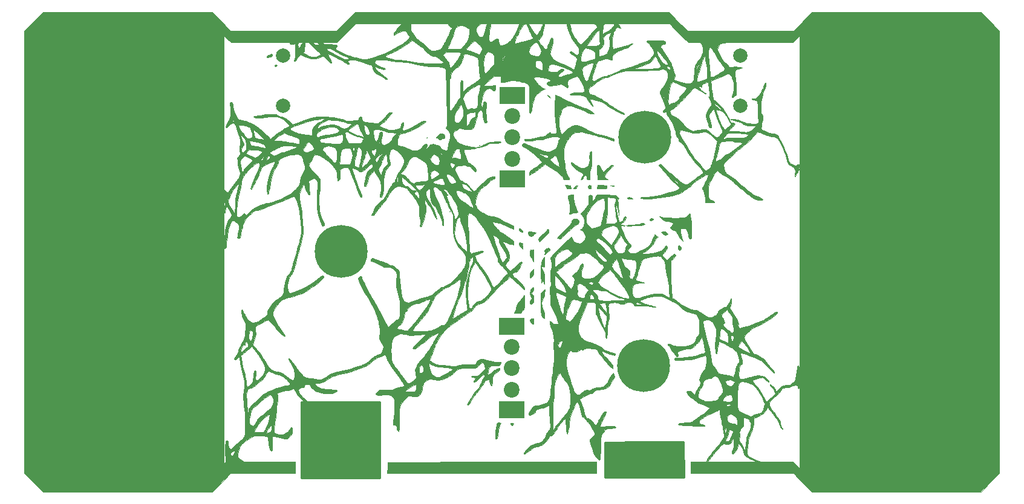
<source format=gbr>
G04 #@! TF.FileFunction,Soldermask,Bot*
%FSLAX46Y46*%
G04 Gerber Fmt 4.6, Leading zero omitted, Abs format (unit mm)*
G04 Created by KiCad (PCBNEW 4.0.7-e2-6376~58~ubuntu16.04.1) date Fri Apr 20 13:11:04 2018*
%MOMM*%
%LPD*%
G01*
G04 APERTURE LIST*
%ADD10C,0.100000*%
%ADD11C,0.010000*%
%ADD12C,2.000000*%
%ADD13R,3.600000X2.400000*%
%ADD14C,2.200000*%
%ADD15C,7.400000*%
%ADD16C,0.254000*%
G04 APERTURE END LIST*
D10*
D11*
G36*
X124716916Y-67286925D02*
X124683439Y-67376442D01*
X124709982Y-67572357D01*
X124731133Y-67735371D01*
X124706056Y-67864318D01*
X124611077Y-68000703D01*
X124422519Y-68186031D01*
X124292822Y-68303658D01*
X124008824Y-68585744D01*
X123761490Y-68880106D01*
X123571014Y-69156506D01*
X123457589Y-69384704D01*
X123441407Y-69534461D01*
X123455853Y-69557053D01*
X123569361Y-69559228D01*
X123777267Y-69465150D01*
X123911682Y-69382263D01*
X124344591Y-69135573D01*
X124718132Y-69003736D01*
X125016560Y-68988114D01*
X125224129Y-69090068D01*
X125315116Y-69260856D01*
X125415792Y-69457595D01*
X125528073Y-69558879D01*
X125656600Y-69670983D01*
X125664177Y-69821335D01*
X125545159Y-70031428D01*
X125340560Y-70272683D01*
X125053560Y-70531293D01*
X124641670Y-70831510D01*
X124138219Y-71154601D01*
X123576534Y-71481832D01*
X122989942Y-71794469D01*
X122411772Y-72073777D01*
X121875352Y-72301025D01*
X121496667Y-72433360D01*
X121085011Y-72561616D01*
X120628099Y-72708243D01*
X120311333Y-72812673D01*
X119668235Y-72963422D01*
X119093561Y-72960670D01*
X118798650Y-72883777D01*
X117225208Y-72883777D01*
X117220482Y-72886026D01*
X117019779Y-72951755D01*
X116967000Y-72969275D01*
X116851771Y-72997635D01*
X116727048Y-72997409D01*
X116567927Y-72959483D01*
X116349505Y-72874746D01*
X116046880Y-72734085D01*
X115635149Y-72528387D01*
X115316000Y-72365141D01*
X114785842Y-72085526D01*
X114404312Y-71865686D01*
X114164331Y-71698834D01*
X114058824Y-71578186D01*
X114080715Y-71496955D01*
X114222928Y-71448356D01*
X114344499Y-71433522D01*
X114560387Y-71443916D01*
X114773197Y-71531081D01*
X115040483Y-71718054D01*
X115281290Y-71877239D01*
X115630046Y-72071880D01*
X116037068Y-72275577D01*
X116392465Y-72436433D01*
X116744222Y-72594158D01*
X117016930Y-72730339D01*
X117185591Y-72831403D01*
X117225208Y-72883777D01*
X118798650Y-72883777D01*
X118718322Y-72862833D01*
X118457731Y-72796870D01*
X118187863Y-72771000D01*
X117978898Y-72737172D01*
X117657285Y-72645757D01*
X117263310Y-72511859D01*
X116837262Y-72350581D01*
X116419429Y-72177027D01*
X116050100Y-72006302D01*
X115817250Y-71882270D01*
X115514470Y-71687752D01*
X115357453Y-71537987D01*
X115333951Y-71416851D01*
X115399623Y-71332533D01*
X115515797Y-71169616D01*
X115487582Y-71023696D01*
X115393742Y-70959725D01*
X115393128Y-70959624D01*
X112987667Y-70959624D01*
X112913998Y-70983181D01*
X112736838Y-70993000D01*
X112736489Y-70993000D01*
X112485675Y-70927714D01*
X112213425Y-70720666D01*
X112186156Y-70693845D01*
X111987074Y-70481978D01*
X111904135Y-70342418D01*
X111925810Y-70236230D01*
X112022044Y-70139658D01*
X112107204Y-70096632D01*
X112207290Y-70126627D01*
X112353607Y-70248826D01*
X112572377Y-70476915D01*
X112775019Y-70700440D01*
X112922888Y-70871689D01*
X112986977Y-70956950D01*
X112987667Y-70959624D01*
X115393128Y-70959624D01*
X115251389Y-70936338D01*
X114987946Y-70918521D01*
X114651636Y-70909114D01*
X114521422Y-70908334D01*
X114156389Y-70904157D01*
X113909094Y-70883297D01*
X113727992Y-70833260D01*
X113561539Y-70741552D01*
X113419977Y-70641344D01*
X113203784Y-70466456D01*
X113103167Y-70327849D01*
X113086988Y-70177252D01*
X113092300Y-70133344D01*
X113127673Y-69892333D01*
X111237337Y-69892333D01*
X110624156Y-69893101D01*
X110159764Y-69896522D01*
X109823616Y-69904277D01*
X109595170Y-69918046D01*
X109453883Y-69939509D01*
X109379212Y-69970345D01*
X109350614Y-70012234D01*
X109347000Y-70046908D01*
X109288532Y-70208229D01*
X109146659Y-70389473D01*
X109135333Y-70400334D01*
X108989367Y-70583020D01*
X108923927Y-70754972D01*
X108923667Y-70763368D01*
X108956298Y-70878048D01*
X109084980Y-70897746D01*
X109156500Y-70887584D01*
X109388491Y-70834068D01*
X109538203Y-70783980D01*
X109601266Y-70769221D01*
X109643135Y-70806411D01*
X109667727Y-70921618D01*
X109678961Y-71140908D01*
X109680753Y-71490348D01*
X109679326Y-71722914D01*
X109663358Y-72267548D01*
X109626035Y-72688776D01*
X109569333Y-72966097D01*
X109555944Y-73002242D01*
X109490926Y-73183496D01*
X109478712Y-73275959D01*
X109483887Y-73279000D01*
X109635916Y-73226482D01*
X109785300Y-73109476D01*
X109854947Y-72988810D01*
X109855000Y-72986184D01*
X109911471Y-72834049D01*
X110048550Y-72641803D01*
X110217741Y-72464747D01*
X110370547Y-72358181D01*
X110414973Y-72347667D01*
X110545190Y-72383968D01*
X110778860Y-72479990D01*
X111069683Y-72616408D01*
X111125000Y-72644000D01*
X111601598Y-72849266D01*
X111985449Y-72935634D01*
X112075387Y-72939417D01*
X112461161Y-72900462D01*
X112886744Y-72800176D01*
X113267636Y-72660861D01*
X113408167Y-72587649D01*
X113507330Y-72541596D01*
X113602608Y-72551051D01*
X113725394Y-72635313D01*
X113907083Y-72813681D01*
X114085167Y-73003834D01*
X114392392Y-73316564D01*
X114604254Y-73489682D01*
X114719542Y-73524325D01*
X114737043Y-73421628D01*
X114655542Y-73182726D01*
X114473828Y-72808756D01*
X114413665Y-72696258D01*
X114286837Y-72444732D01*
X114213717Y-72267718D01*
X113205938Y-72267718D01*
X113187580Y-72343754D01*
X113157000Y-72378945D01*
X112944567Y-72509164D01*
X112626347Y-72613324D01*
X112265739Y-72672462D01*
X112154922Y-72678698D01*
X111922490Y-72642828D01*
X111608237Y-72539375D01*
X111329422Y-72416048D01*
X111017466Y-72252362D01*
X110845113Y-72136060D01*
X110795117Y-72050704D01*
X110850234Y-71979861D01*
X110863052Y-71971579D01*
X110908020Y-71861670D01*
X110897725Y-71763386D01*
X110894747Y-71613828D01*
X110924380Y-71368538D01*
X110976782Y-71073722D01*
X111042111Y-70775590D01*
X111110525Y-70520349D01*
X111132321Y-70461616D01*
X110688231Y-70461616D01*
X110636477Y-70667089D01*
X110541285Y-70906016D01*
X110423703Y-71122054D01*
X110349169Y-71219389D01*
X110158960Y-71421858D01*
X110053527Y-71220631D01*
X109995739Y-71054126D01*
X110023135Y-70878062D01*
X110092047Y-70715973D01*
X110230488Y-70518158D01*
X110409770Y-70373928D01*
X110580698Y-70314480D01*
X110675496Y-70345940D01*
X110688231Y-70461616D01*
X111132321Y-70461616D01*
X111172182Y-70354208D01*
X111206088Y-70315667D01*
X111290297Y-70373325D01*
X111456174Y-70526231D01*
X111671538Y-70744285D01*
X111726755Y-70802692D01*
X112026311Y-71108263D01*
X112381605Y-71450551D01*
X112718220Y-71757954D01*
X112733667Y-71771511D01*
X112997579Y-72008282D01*
X113148803Y-72164789D01*
X113205938Y-72267718D01*
X114213717Y-72267718D01*
X114206874Y-72251153D01*
X114190859Y-72168433D01*
X114267780Y-72184229D01*
X114463747Y-72268212D01*
X114750265Y-72405469D01*
X115098839Y-72581086D01*
X115480973Y-72780151D01*
X115868174Y-72987750D01*
X116231946Y-73188970D01*
X116543794Y-73368898D01*
X116775224Y-73512620D01*
X116827112Y-73548151D01*
X117014337Y-73655347D01*
X117133556Y-73647030D01*
X117165778Y-73620622D01*
X117209176Y-73515637D01*
X117115167Y-73412133D01*
X117000551Y-73311714D01*
X116997085Y-73240421D01*
X117123090Y-73179521D01*
X117396890Y-73110284D01*
X117414234Y-73106391D01*
X117621958Y-73068165D01*
X117822411Y-73056221D01*
X118044057Y-73076387D01*
X118315362Y-73134490D01*
X118664789Y-73236359D01*
X119120804Y-73387823D01*
X119591667Y-73552209D01*
X120396000Y-73836119D01*
X120508867Y-74213726D01*
X120583462Y-74462775D01*
X120639854Y-74650137D01*
X120653233Y-74694189D01*
X120739516Y-74779170D01*
X120939147Y-74910449D01*
X121212227Y-75062288D01*
X121268172Y-75090859D01*
X121592846Y-75265995D01*
X121892237Y-75447328D01*
X122103599Y-75596760D01*
X122109694Y-75601837D01*
X122298641Y-75741015D01*
X122445259Y-75815220D01*
X122468445Y-75819000D01*
X122546391Y-75776462D01*
X122492263Y-75659396D01*
X122317205Y-75483621D01*
X122125020Y-75331419D01*
X121666868Y-74978694D01*
X121289392Y-74657819D01*
X121006497Y-74382767D01*
X120832085Y-74167511D01*
X120780060Y-74026024D01*
X120794989Y-73994789D01*
X120885480Y-74008774D01*
X121071914Y-74089431D01*
X121208625Y-74161207D01*
X121492515Y-74288124D01*
X121786662Y-74370866D01*
X122045665Y-74402403D01*
X122224122Y-74375704D01*
X122274597Y-74326281D01*
X122223143Y-74250336D01*
X122046487Y-74183614D01*
X121987184Y-74171004D01*
X121684084Y-74082676D01*
X121356417Y-73938331D01*
X121059486Y-73767408D01*
X120848593Y-73599341D01*
X120800663Y-73539427D01*
X120753583Y-73400047D01*
X120824100Y-73257886D01*
X120880409Y-73193722D01*
X120973164Y-73105910D01*
X121077143Y-73054037D01*
X121231441Y-73032871D01*
X121475153Y-73037178D01*
X121847375Y-73061727D01*
X121859784Y-73062637D01*
X122321522Y-73104969D01*
X122822097Y-73164073D01*
X123267851Y-73228642D01*
X123349415Y-73242485D01*
X123756755Y-73302650D01*
X124178918Y-73346644D01*
X124528216Y-73365438D01*
X124544667Y-73365566D01*
X124877456Y-73387173D01*
X125292421Y-73442338D01*
X125708410Y-73519911D01*
X125772333Y-73534279D01*
X126830225Y-73754325D01*
X127773530Y-73896046D01*
X128635388Y-73963887D01*
X129032000Y-73971513D01*
X129624186Y-73994769D01*
X130106430Y-74062765D01*
X130462421Y-74171400D01*
X130675848Y-74316574D01*
X130722357Y-74396515D01*
X130733329Y-74506645D01*
X130745980Y-74763768D01*
X130759618Y-75145562D01*
X130773548Y-75629704D01*
X130787076Y-76193869D01*
X130799510Y-76815737D01*
X130802097Y-76962000D01*
X130815863Y-77685017D01*
X130832475Y-78437914D01*
X130850866Y-79179491D01*
X130869964Y-79868546D01*
X130888699Y-80463878D01*
X130903287Y-80859239D01*
X130923490Y-81390645D01*
X130933234Y-81779001D01*
X130931060Y-82050350D01*
X130915507Y-82230737D01*
X130885115Y-82346204D01*
X130838424Y-82422796D01*
X130814135Y-82449103D01*
X130723945Y-82557975D01*
X130742960Y-82644527D01*
X130885020Y-82769204D01*
X130887946Y-82771507D01*
X131175555Y-83099302D01*
X131332135Y-83507765D01*
X131350781Y-83962378D01*
X131224586Y-84428624D01*
X131221103Y-84436553D01*
X131134899Y-84689309D01*
X131099507Y-84912190D01*
X131100750Y-84946316D01*
X131074382Y-85154082D01*
X131018841Y-85262738D01*
X130956167Y-85427816D01*
X130966709Y-85510964D01*
X130964952Y-85653684D01*
X130850943Y-85729357D01*
X130666058Y-85742144D01*
X130451676Y-85696206D01*
X130249177Y-85595706D01*
X130099939Y-85444805D01*
X130087026Y-85422487D01*
X129872164Y-85181358D01*
X129540835Y-84997145D01*
X129142523Y-84893072D01*
X128927627Y-84878333D01*
X128673564Y-84889232D01*
X128524439Y-84943974D01*
X128416197Y-85075628D01*
X128363264Y-85169698D01*
X128225686Y-85376929D01*
X128095281Y-85497918D01*
X128001831Y-85512690D01*
X127973667Y-85431006D01*
X128026351Y-85287991D01*
X128058333Y-85259333D01*
X128129459Y-85139914D01*
X128143000Y-85042670D01*
X128085640Y-84909026D01*
X127952500Y-84879630D01*
X127704462Y-84927119D01*
X127542623Y-85088976D01*
X127474375Y-85236429D01*
X127324529Y-85438230D01*
X127065819Y-85623602D01*
X126757816Y-85758691D01*
X126465674Y-85809667D01*
X126044186Y-85746604D01*
X125529432Y-85555580D01*
X125238844Y-85413531D01*
X124916613Y-85275318D01*
X124573052Y-85171321D01*
X124441553Y-85145824D01*
X124162639Y-85069702D01*
X123997233Y-84922557D01*
X123934541Y-84680636D01*
X123963770Y-84320186D01*
X123993918Y-84160670D01*
X124097357Y-83791945D01*
X124238492Y-83558798D01*
X124442316Y-83427949D01*
X124571754Y-83391283D01*
X124824112Y-83328534D01*
X123825000Y-83328534D01*
X123771612Y-83421788D01*
X123638910Y-83580511D01*
X123593939Y-83628577D01*
X123407096Y-83864445D01*
X123229494Y-84151349D01*
X123191772Y-84225123D01*
X122980375Y-84537706D01*
X122702349Y-84776051D01*
X122394235Y-84924758D01*
X122092573Y-84968428D01*
X121833904Y-84891660D01*
X121756714Y-84829953D01*
X121643529Y-84602739D01*
X121643526Y-84576985D01*
X121510602Y-84576985D01*
X121488200Y-84658200D01*
X121423748Y-84758031D01*
X121391081Y-84758637D01*
X121381131Y-84654749D01*
X121403533Y-84573534D01*
X121467986Y-84473703D01*
X121500653Y-84473097D01*
X121510602Y-84576985D01*
X121643526Y-84576985D01*
X121643482Y-84282706D01*
X121750667Y-83917726D01*
X121853128Y-83587851D01*
X121867168Y-83323146D01*
X121792945Y-83157511D01*
X121747015Y-83129550D01*
X121653126Y-83104282D01*
X121583623Y-83133017D01*
X121522063Y-83244128D01*
X121452002Y-83465989D01*
X121368280Y-83783058D01*
X121236337Y-84201672D01*
X121103084Y-84451813D01*
X120974166Y-84534195D01*
X120855229Y-84449534D01*
X120751916Y-84198546D01*
X120738650Y-84131179D01*
X119191803Y-84131179D01*
X119179905Y-84244379D01*
X119075034Y-84423301D01*
X119048511Y-84462625D01*
X118848023Y-84757670D01*
X117980477Y-84748202D01*
X117112932Y-84738734D01*
X116941976Y-84406367D01*
X116817480Y-84132654D01*
X116801771Y-84089022D01*
X116373037Y-84089022D01*
X116360153Y-84368375D01*
X116304015Y-84543523D01*
X116181526Y-84678394D01*
X116151249Y-84702855D01*
X116047510Y-84777748D01*
X115938969Y-84829551D01*
X115798323Y-84859562D01*
X115598270Y-84869076D01*
X115311508Y-84859392D01*
X114910733Y-84831807D01*
X114368644Y-84787617D01*
X114368112Y-84787573D01*
X113890732Y-84742944D01*
X113553617Y-84698485D01*
X113327802Y-84648402D01*
X113184325Y-84586900D01*
X113121635Y-84538189D01*
X113115350Y-84527679D01*
X110277037Y-84527679D01*
X110271145Y-84754985D01*
X110233247Y-84852408D01*
X110136229Y-84859329D01*
X110060588Y-84842040D01*
X109883814Y-84806042D01*
X109588601Y-84754422D01*
X109224135Y-84695569D01*
X109011380Y-84663067D01*
X108593858Y-84598766D01*
X108183480Y-84532400D01*
X107846084Y-84474730D01*
X107738326Y-84454999D01*
X107406279Y-84415743D01*
X107076990Y-84413249D01*
X106957611Y-84425481D01*
X106746063Y-84453517D01*
X106667300Y-84434377D01*
X106687638Y-84351911D01*
X106710834Y-84307154D01*
X106930069Y-84036932D01*
X107287889Y-83765305D01*
X107719722Y-83530958D01*
X108159119Y-83326582D01*
X108731893Y-83548322D01*
X109094283Y-83679448D01*
X109465355Y-83799236D01*
X109728000Y-83872255D01*
X110022754Y-83957039D01*
X110187514Y-84061495D01*
X110259752Y-84230360D01*
X110276944Y-84508366D01*
X110277037Y-84527679D01*
X113115350Y-84527679D01*
X113021863Y-84371366D01*
X113088613Y-84229928D01*
X113320826Y-84114946D01*
X113608006Y-84045785D01*
X113896048Y-83993674D01*
X114281963Y-83924389D01*
X114696887Y-83850283D01*
X114833682Y-83825943D01*
X115219236Y-83747904D01*
X115575676Y-83659134D01*
X115845632Y-83574528D01*
X115918186Y-83544410D01*
X116131153Y-83468129D01*
X116267174Y-83496510D01*
X116341855Y-83648236D01*
X116370799Y-83941990D01*
X116373037Y-84089022D01*
X116801771Y-84089022D01*
X116723255Y-83870950D01*
X116709435Y-83820000D01*
X116645474Y-83588402D01*
X116589191Y-83424327D01*
X116599440Y-83276029D01*
X116710952Y-83186096D01*
X116843869Y-83143297D01*
X116997268Y-83173193D01*
X117223063Y-83288472D01*
X117289019Y-83327396D01*
X117682312Y-83549984D01*
X117999903Y-83693675D01*
X118301239Y-83781593D01*
X118576041Y-83828041D01*
X118847373Y-83888513D01*
X119060214Y-83978784D01*
X119120305Y-84025374D01*
X119191803Y-84131179D01*
X120738650Y-84131179D01*
X120699863Y-83934229D01*
X119314317Y-83934229D01*
X119237091Y-83921361D01*
X119189500Y-83902290D01*
X119011044Y-83830270D01*
X118772281Y-83737939D01*
X118745000Y-83727615D01*
X118508577Y-83651653D01*
X118320220Y-83613050D01*
X118303415Y-83612050D01*
X118182077Y-83575032D01*
X117968921Y-83482084D01*
X117707915Y-83355700D01*
X117443027Y-83218374D01*
X117218225Y-83092600D01*
X117140472Y-83041926D01*
X115807138Y-83041926D01*
X115695632Y-83172191D01*
X115685804Y-83180410D01*
X115465877Y-83301367D01*
X115128632Y-83417664D01*
X114725888Y-83516501D01*
X114309464Y-83585075D01*
X113944620Y-83610554D01*
X113611662Y-83648113D01*
X113280353Y-83739021D01*
X113199333Y-83773034D01*
X112945259Y-83888160D01*
X112799138Y-83924971D01*
X112716527Y-83878964D01*
X112652980Y-83745637D01*
X112641860Y-83716554D01*
X112604772Y-83581578D01*
X112629907Y-83466985D01*
X112740206Y-83330469D01*
X112958611Y-83129729D01*
X112961456Y-83127221D01*
X113403997Y-82808629D01*
X113905549Y-82595204D01*
X114511347Y-82468544D01*
X114611040Y-82456231D01*
X114919867Y-82434287D01*
X115138074Y-82463324D01*
X115339851Y-82555445D01*
X115384689Y-82582459D01*
X115663973Y-82771497D01*
X115800687Y-82916507D01*
X115807138Y-83041926D01*
X117140472Y-83041926D01*
X117077479Y-83000872D01*
X117051667Y-82971662D01*
X117115314Y-82900768D01*
X117281515Y-82761594D01*
X117513156Y-82581605D01*
X117773124Y-82388267D01*
X118024307Y-82209045D01*
X118229592Y-82071403D01*
X118264663Y-82051728D01*
X117686667Y-82051728D01*
X117316558Y-82300864D01*
X116985982Y-82524506D01*
X116757465Y-82666033D01*
X116588104Y-82730849D01*
X116434996Y-82724359D01*
X116255238Y-82651968D01*
X116005926Y-82519082D01*
X115925865Y-82476060D01*
X115582777Y-82303595D01*
X115315520Y-82203749D01*
X115057453Y-82157623D01*
X114763190Y-82146361D01*
X114201169Y-82190902D01*
X113656681Y-82317464D01*
X113187480Y-82510144D01*
X112986270Y-82635697D01*
X112803570Y-82756823D01*
X112684495Y-82810413D01*
X112666949Y-82807838D01*
X112677961Y-82716938D01*
X112749062Y-82532144D01*
X112787886Y-82448997D01*
X112902733Y-82262827D01*
X113067696Y-82105023D01*
X113322813Y-81943210D01*
X113580333Y-81808288D01*
X114215333Y-81489909D01*
X115104333Y-81542048D01*
X115523478Y-81577280D01*
X115923193Y-81629346D01*
X116245448Y-81689858D01*
X116374333Y-81725636D01*
X116691408Y-81822621D01*
X117059197Y-81918067D01*
X117221000Y-81954407D01*
X117686667Y-82051728D01*
X118264663Y-82051728D01*
X118351865Y-82002809D01*
X118365089Y-81999667D01*
X118439130Y-82074288D01*
X118533860Y-82268831D01*
X118618627Y-82509737D01*
X118757286Y-82877307D01*
X118942767Y-83258739D01*
X119055365Y-83448461D01*
X119229968Y-83719817D01*
X119314114Y-83874394D01*
X119314317Y-83934229D01*
X120699863Y-83934229D01*
X120669873Y-83781948D01*
X120658237Y-83693000D01*
X120615476Y-83415314D01*
X120570516Y-83197517D01*
X120068364Y-83197517D01*
X120055048Y-83446200D01*
X119942041Y-83579950D01*
X119759097Y-83593134D01*
X119555768Y-83485172D01*
X119520469Y-83452469D01*
X119444936Y-83311188D01*
X119371512Y-83069896D01*
X119310098Y-82782559D01*
X119270595Y-82503142D01*
X119262903Y-82285610D01*
X119288793Y-82189652D01*
X119388026Y-82182690D01*
X119494472Y-82207357D01*
X119681878Y-82341253D01*
X119856844Y-82588145D01*
X119994097Y-82892183D01*
X120068364Y-83197517D01*
X120570516Y-83197517D01*
X120564998Y-83170790D01*
X120553009Y-82980843D01*
X120658724Y-82864831D01*
X120679335Y-82853290D01*
X120853292Y-82786620D01*
X121058288Y-82770921D01*
X121328038Y-82810239D01*
X121696259Y-82908616D01*
X122033337Y-83015667D01*
X122710063Y-83200198D01*
X123268505Y-83269157D01*
X123314549Y-83269667D01*
X123583224Y-83278541D01*
X123768141Y-83301615D01*
X123825000Y-83328534D01*
X124824112Y-83328534D01*
X124945922Y-83298246D01*
X125340642Y-83177559D01*
X125707741Y-83046254D01*
X125999047Y-82921366D01*
X126151343Y-82832773D01*
X126362355Y-82702528D01*
X126637222Y-82575256D01*
X126714113Y-82546315D01*
X126977049Y-82424893D01*
X127292512Y-82239252D01*
X127535409Y-82071069D01*
X127774913Y-81882611D01*
X127892481Y-81763587D01*
X127906686Y-81688928D01*
X127852926Y-81642495D01*
X127642007Y-81618814D01*
X127323893Y-81721330D01*
X126902463Y-81948424D01*
X126524946Y-82196717D01*
X125919185Y-82576812D01*
X125368128Y-82829528D01*
X125029900Y-82931806D01*
X124786126Y-82943511D01*
X124661310Y-82837417D01*
X124659543Y-82620139D01*
X124721714Y-82433258D01*
X124812031Y-82160837D01*
X124837552Y-81949154D01*
X124795301Y-81838102D01*
X124766700Y-81830334D01*
X124630645Y-81908804D01*
X124510157Y-82119894D01*
X124455132Y-82296474D01*
X124385788Y-82519926D01*
X124281140Y-82662153D01*
X124097774Y-82758425D01*
X123792277Y-82844016D01*
X123776546Y-82847802D01*
X123459949Y-82903397D01*
X123149716Y-82905954D01*
X122803244Y-82849489D01*
X122377927Y-82728022D01*
X122004667Y-82599018D01*
X121719006Y-82496184D01*
X121487064Y-82413177D01*
X121374255Y-82373291D01*
X121364274Y-82307652D01*
X121503240Y-82172618D01*
X121719276Y-82017129D01*
X121959526Y-81834586D01*
X122232814Y-81594014D01*
X122513245Y-81322796D01*
X122774924Y-81048316D01*
X122991955Y-80797957D01*
X123138445Y-80599104D01*
X123188497Y-80479141D01*
X123184837Y-80467313D01*
X123059459Y-80401231D01*
X122863682Y-80463421D01*
X122617316Y-80638852D01*
X122340170Y-80912490D01*
X122052052Y-81269302D01*
X121964106Y-81393721D01*
X121741129Y-81623816D01*
X121441087Y-81816269D01*
X121387552Y-81840813D01*
X121162842Y-81926030D01*
X120964119Y-81962394D01*
X120726534Y-81954451D01*
X120404101Y-81909743D01*
X120034927Y-81851987D01*
X119671262Y-81796207D01*
X119422333Y-81758984D01*
X119187187Y-81715543D01*
X119069339Y-81644402D01*
X119017904Y-81498163D01*
X118999000Y-81364667D01*
X118952075Y-81138366D01*
X118870362Y-81040310D01*
X118788165Y-81026000D01*
X118648996Y-81083869D01*
X118576141Y-81276662D01*
X118575556Y-81280000D01*
X118520670Y-81455934D01*
X118400156Y-81533238D01*
X118236058Y-81555129D01*
X117978495Y-81576388D01*
X117647835Y-81607277D01*
X117461576Y-81626016D01*
X117104062Y-81640172D01*
X116807254Y-81585570D01*
X116582980Y-81499054D01*
X116293090Y-81393679D01*
X116208508Y-81374046D01*
X113774364Y-81374046D01*
X113667222Y-81470374D01*
X113424589Y-81605032D01*
X113298341Y-81666661D01*
X112903175Y-81892159D01*
X112545923Y-82160625D01*
X112396652Y-82304014D01*
X112201998Y-82530128D01*
X112100198Y-82713202D01*
X112061614Y-82927116D01*
X112056333Y-83152375D01*
X112056333Y-83631534D01*
X111238929Y-83571532D01*
X110679411Y-83509478D01*
X110203744Y-83403679D01*
X109778429Y-83256202D01*
X109344675Y-83073389D01*
X109065988Y-82924579D01*
X108934645Y-82797153D01*
X108942926Y-82678492D01*
X109083108Y-82555979D01*
X109283500Y-82447459D01*
X109572818Y-82321973D01*
X109966096Y-82171837D01*
X110421165Y-82010971D01*
X110895854Y-81853294D01*
X111347993Y-81712728D01*
X111735412Y-81603190D01*
X112015940Y-81538601D01*
X112056333Y-81532187D01*
X112338414Y-81485843D01*
X112703634Y-81416202D01*
X113052342Y-81342803D01*
X113404084Y-81274085D01*
X113625442Y-81256568D01*
X113746880Y-81288518D01*
X113763531Y-81302331D01*
X113774364Y-81374046D01*
X116208508Y-81374046D01*
X116017820Y-81329784D01*
X115919071Y-81321101D01*
X115663184Y-81291281D01*
X115369093Y-81219253D01*
X115313735Y-81201030D01*
X115013984Y-81129294D01*
X114595771Y-81071946D01*
X114109578Y-81031855D01*
X113605883Y-81011892D01*
X113135167Y-81014926D01*
X112747911Y-81043828D01*
X112691333Y-81051940D01*
X111918373Y-81207322D01*
X111116610Y-81438492D01*
X110234700Y-81760289D01*
X110219963Y-81766134D01*
X109357258Y-82108690D01*
X108949963Y-81773515D01*
X108540570Y-81447709D01*
X108232189Y-81229562D01*
X108005992Y-81107098D01*
X107843155Y-81068339D01*
X107841437Y-81068334D01*
X107642824Y-81033999D01*
X107395633Y-80949637D01*
X107167986Y-80843209D01*
X107028006Y-80742674D01*
X107019460Y-80730950D01*
X106903847Y-80680126D01*
X106661927Y-80652876D01*
X106335100Y-80649380D01*
X105964767Y-80669819D01*
X105592332Y-80714375D01*
X105531383Y-80724431D01*
X105197621Y-80774581D01*
X104791387Y-80825272D01*
X104457500Y-80860024D01*
X104104362Y-80904303D01*
X103904919Y-80960382D01*
X103843667Y-81030757D01*
X103923774Y-81135929D01*
X104157036Y-81197181D01*
X104532859Y-81213735D01*
X105040653Y-81184812D01*
X105403631Y-81145386D01*
X106109623Y-81069704D01*
X106671964Y-81038137D01*
X107110591Y-81051067D01*
X107445443Y-81108875D01*
X107653667Y-81188541D01*
X107834365Y-81305524D01*
X108068384Y-81489222D01*
X108320484Y-81707479D01*
X108555426Y-81928135D01*
X108737972Y-82119035D01*
X108832881Y-82248021D01*
X108839000Y-82270221D01*
X108770066Y-82342772D01*
X108594968Y-82453921D01*
X108479167Y-82515501D01*
X108221935Y-82657526D01*
X108004666Y-82799001D01*
X107950000Y-82841820D01*
X107776635Y-82969450D01*
X107527536Y-83129053D01*
X107393399Y-83208103D01*
X107116461Y-83388386D01*
X106798723Y-83627731D01*
X106574052Y-83817152D01*
X106141974Y-84205627D01*
X106135773Y-84195128D01*
X105283000Y-84195128D01*
X105251611Y-84217489D01*
X105142151Y-84216734D01*
X104931677Y-84190084D01*
X104597250Y-84134761D01*
X104209143Y-84065084D01*
X104038136Y-83969554D01*
X103971806Y-83865924D01*
X103961250Y-83824274D01*
X103664736Y-83824274D01*
X103629638Y-83944461D01*
X103514959Y-84016702D01*
X103494462Y-84025097D01*
X103182635Y-84107070D01*
X102947587Y-84055964D01*
X102750404Y-83862346D01*
X102735611Y-83841167D01*
X102562942Y-83612674D01*
X102339601Y-83346813D01*
X102231641Y-83227334D01*
X102047452Y-82991981D01*
X101889973Y-82724918D01*
X101779587Y-82470790D01*
X101736675Y-82274243D01*
X101759433Y-82193011D01*
X101869248Y-82177128D01*
X102093956Y-82195737D01*
X102384781Y-82239891D01*
X102692950Y-82300647D01*
X102969688Y-82369060D01*
X103166219Y-82436184D01*
X103208667Y-82458787D01*
X103362543Y-82645190D01*
X103499873Y-82979108D01*
X103612468Y-83438931D01*
X103640140Y-83597821D01*
X103664736Y-83824274D01*
X103961250Y-83824274D01*
X103913654Y-83636479D01*
X103866168Y-83369168D01*
X103835432Y-83114624D01*
X103827530Y-82923479D01*
X103848548Y-82846365D01*
X103849286Y-82846334D01*
X103935569Y-82901250D01*
X104110055Y-83046665D01*
X104341917Y-83253580D01*
X104600330Y-83492994D01*
X104854468Y-83735908D01*
X105073507Y-83953322D01*
X105226619Y-84116236D01*
X105283000Y-84195128D01*
X106135773Y-84195128D01*
X105990565Y-83949314D01*
X105871150Y-83778275D01*
X105776696Y-83694656D01*
X105767588Y-83693000D01*
X105679194Y-83637092D01*
X105503622Y-83487611D01*
X105272216Y-83271926D01*
X105161524Y-83163833D01*
X104595197Y-82671949D01*
X103962589Y-82239669D01*
X103309230Y-81893517D01*
X102680650Y-81660014D01*
X102585697Y-81636322D01*
X101099890Y-81636322D01*
X101088384Y-81666850D01*
X100983466Y-81735431D01*
X100856131Y-81734438D01*
X100795667Y-81665997D01*
X100862594Y-81547953D01*
X101000839Y-81515603D01*
X101051048Y-81534854D01*
X101099890Y-81636322D01*
X102585697Y-81636322D01*
X102504606Y-81616089D01*
X102178107Y-81540899D01*
X101906942Y-81470770D01*
X101741755Y-81418964D01*
X101727000Y-81412517D01*
X101578399Y-81271324D01*
X101414784Y-81007958D01*
X101257033Y-80665730D01*
X101126021Y-80287954D01*
X101063468Y-80035882D01*
X100973487Y-79602070D01*
X100903912Y-79306989D01*
X100844624Y-79122810D01*
X100785506Y-79021704D01*
X100716441Y-78975843D01*
X100674029Y-78964741D01*
X100601323Y-78961350D01*
X100559401Y-79005731D01*
X100544588Y-79128111D01*
X100553211Y-79358713D01*
X100581460Y-79726160D01*
X100618376Y-80232441D01*
X100628530Y-80613684D01*
X100605525Y-80912952D01*
X100542961Y-81173312D01*
X100434442Y-81437828D01*
X100283596Y-81731001D01*
X100128610Y-82032137D01*
X100011725Y-82285516D01*
X99952561Y-82447694D01*
X99949000Y-82471835D01*
X99991384Y-82582621D01*
X100104429Y-82561476D01*
X100266970Y-82418747D01*
X100398991Y-82251859D01*
X100575408Y-82036065D01*
X100737368Y-81936401D01*
X100909895Y-81915000D01*
X101078859Y-81931187D01*
X101188950Y-82007193D01*
X101283882Y-82184185D01*
X101336926Y-82317167D01*
X101437255Y-82602601D01*
X101564704Y-82999659D01*
X101703487Y-83456161D01*
X101837815Y-83919923D01*
X101951901Y-84338765D01*
X101970929Y-84412667D01*
X101986398Y-84702976D01*
X101920500Y-85078874D01*
X101910985Y-85114021D01*
X101841321Y-85415006D01*
X101834782Y-85641153D01*
X101889705Y-85874074D01*
X101895163Y-85890787D01*
X101953447Y-86098221D01*
X101944259Y-86244856D01*
X101850667Y-86402359D01*
X101742398Y-86537423D01*
X101600521Y-86738705D01*
X101532455Y-86895499D01*
X101535687Y-86943266D01*
X101574119Y-87077456D01*
X101605166Y-87308365D01*
X101612395Y-87404287D01*
X101649949Y-87681261D01*
X101726333Y-88036957D01*
X101815889Y-88363310D01*
X101909529Y-88688517D01*
X101949396Y-88916351D01*
X101940126Y-89108380D01*
X101887956Y-89320754D01*
X101762106Y-89609367D01*
X101569568Y-89913203D01*
X101472840Y-90032641D01*
X101278677Y-90262954D01*
X101031841Y-90574668D01*
X100777181Y-90910754D01*
X100706274Y-91007378D01*
X100500108Y-91284635D01*
X100330309Y-91501528D01*
X100221429Y-91627247D01*
X100197073Y-91646358D01*
X100111170Y-91598785D01*
X99941907Y-91470827D01*
X99802614Y-91355333D01*
X99592312Y-91189039D01*
X99425580Y-91081521D01*
X99364041Y-91059000D01*
X99296181Y-91132502D01*
X99273755Y-91322843D01*
X99293186Y-91584778D01*
X99350894Y-91873061D01*
X99443303Y-92142448D01*
X99451088Y-92159667D01*
X99590496Y-92493302D01*
X99720254Y-92852648D01*
X99748268Y-92940902D01*
X99815844Y-93196741D01*
X99819613Y-93376854D01*
X99753863Y-93564568D01*
X99697706Y-93678362D01*
X99585506Y-93954197D01*
X99529720Y-94208352D01*
X99532109Y-94403020D01*
X99594432Y-94500390D01*
X99659592Y-94497059D01*
X99794559Y-94452230D01*
X99828925Y-94445667D01*
X99855831Y-94373156D01*
X99864333Y-94239512D01*
X99889633Y-94013324D01*
X99952086Y-93806733D01*
X100031526Y-93667200D01*
X100107788Y-93642188D01*
X100115359Y-93648713D01*
X100191817Y-93756780D01*
X100322812Y-93969280D01*
X100481331Y-94242241D01*
X100496961Y-94269933D01*
X100803164Y-94813865D01*
X100556764Y-95158933D01*
X100251630Y-95631068D01*
X100048492Y-96072164D01*
X99920521Y-96553043D01*
X99854315Y-97013250D01*
X99802901Y-97420292D01*
X99740671Y-97819520D01*
X99678821Y-98141171D01*
X99661703Y-98213334D01*
X99603297Y-98539797D01*
X99582660Y-98866031D01*
X99587851Y-98975334D01*
X99624419Y-99277563D01*
X99668170Y-99438977D01*
X99735462Y-99487846D01*
X99842651Y-99452439D01*
X99858957Y-99443878D01*
X99978105Y-99325203D01*
X99995357Y-99120548D01*
X99991632Y-99087760D01*
X99991789Y-98858621D01*
X100027453Y-98545459D01*
X100072122Y-98305367D01*
X100145848Y-97918928D01*
X100211319Y-97485302D01*
X100239988Y-97239667D01*
X100299867Y-96862404D01*
X100400757Y-96459956D01*
X100526010Y-96084111D01*
X100658979Y-95786655D01*
X100751427Y-95648687D01*
X100887250Y-95598108D01*
X101074176Y-95620533D01*
X101237740Y-95695797D01*
X101303667Y-95798238D01*
X101371477Y-95876858D01*
X101420929Y-95885000D01*
X101545583Y-95949955D01*
X101683386Y-96106625D01*
X101686158Y-96110825D01*
X101753995Y-96228208D01*
X101787869Y-96348747D01*
X101788185Y-96513996D01*
X101755346Y-96765511D01*
X101695895Y-97110529D01*
X101622815Y-97525793D01*
X101580515Y-97802520D01*
X101569746Y-97968825D01*
X101591263Y-98052819D01*
X101645816Y-98082617D01*
X101722003Y-98086334D01*
X101832441Y-98075897D01*
X101908539Y-98023393D01*
X101964739Y-97897032D01*
X102015483Y-97665024D01*
X102072127Y-97315621D01*
X102131808Y-96984971D01*
X102198201Y-96703107D01*
X102257645Y-96527417D01*
X102261508Y-96520000D01*
X102327957Y-96321250D01*
X102332469Y-96207085D01*
X102367260Y-95977636D01*
X102533045Y-95672062D01*
X102833541Y-95284761D01*
X103232285Y-94851330D01*
X103526869Y-94554683D01*
X103743310Y-94359761D01*
X103916716Y-94242402D01*
X104082196Y-94178444D01*
X104257114Y-94146064D01*
X104743773Y-94051781D01*
X105192423Y-93912350D01*
X105549297Y-93746022D01*
X105663929Y-93668596D01*
X105853347Y-93563405D01*
X106148867Y-93446556D01*
X106490880Y-93341221D01*
X106536553Y-93329352D01*
X106883461Y-93221513D01*
X107318581Y-93057435D01*
X107781082Y-92861249D01*
X108131791Y-92696474D01*
X108521130Y-92513336D01*
X108881253Y-92361488D01*
X109171789Y-92256856D01*
X109351006Y-92215431D01*
X109487204Y-92215834D01*
X109583949Y-92253711D01*
X109665728Y-92360065D01*
X109757027Y-92565895D01*
X109872763Y-92876017D01*
X110022336Y-93332523D01*
X110148746Y-93830251D01*
X110258019Y-94400876D01*
X110356185Y-95076072D01*
X110449268Y-95887511D01*
X110453392Y-95927334D01*
X110504865Y-96660336D01*
X110491161Y-97289375D01*
X110408587Y-97868262D01*
X110287782Y-98340334D01*
X110228836Y-98543388D01*
X110138852Y-98862175D01*
X110031203Y-99249023D01*
X109943397Y-99568000D01*
X109804750Y-100069124D01*
X109647263Y-100630452D01*
X109496271Y-101161949D01*
X109432996Y-101381920D01*
X109328064Y-101757915D01*
X109244047Y-102084244D01*
X109191027Y-102320154D01*
X109177667Y-102413937D01*
X109124881Y-102556534D01*
X108988635Y-102768229D01*
X108854609Y-102936632D01*
X108657120Y-103188991D01*
X108498767Y-103433985D01*
X108439276Y-103555615D01*
X108322276Y-103931492D01*
X108214899Y-104388120D01*
X108130592Y-104856290D01*
X108082801Y-105266794D01*
X108076779Y-105421315D01*
X108064579Y-105691270D01*
X108004887Y-105874123D01*
X107863576Y-106045211D01*
X107743391Y-106157358D01*
X107500694Y-106359070D01*
X107264045Y-106528338D01*
X107171891Y-106582985D01*
X106874679Y-106797887D01*
X106559046Y-107128285D01*
X106353944Y-107399667D01*
X106205949Y-107611185D01*
X106029393Y-107858229D01*
X105999856Y-107899021D01*
X105863865Y-108149282D01*
X105792682Y-108402920D01*
X105789704Y-108449354D01*
X105764793Y-108694492D01*
X105668953Y-108868853D01*
X105466121Y-109022587D01*
X105318483Y-109104669D01*
X105053419Y-109264715D01*
X104815949Y-109440085D01*
X104775000Y-109476147D01*
X104482627Y-109688875D01*
X104156924Y-109835828D01*
X103850423Y-109899158D01*
X103626533Y-109866381D01*
X103380038Y-109751416D01*
X103208701Y-109671378D01*
X103013440Y-109493564D01*
X102913733Y-109270606D01*
X102810152Y-109029917D01*
X102669523Y-108848143D01*
X102655884Y-108837153D01*
X102513306Y-108670513D01*
X102388046Y-108430646D01*
X102371733Y-108386601D01*
X102273995Y-108156180D01*
X102197520Y-108072919D01*
X102146553Y-108115501D01*
X102125340Y-108262610D01*
X102138129Y-108492930D01*
X102189164Y-108785144D01*
X102247884Y-109008334D01*
X102368913Y-109330149D01*
X102525577Y-109649313D01*
X102563117Y-109712839D01*
X102685800Y-109997837D01*
X102753010Y-110332386D01*
X102757551Y-110650106D01*
X102692227Y-110884616D01*
X102690469Y-110887500D01*
X102656976Y-111026244D01*
X102644040Y-111258676D01*
X102645625Y-111345536D01*
X102596458Y-111771271D01*
X102424786Y-112289938D01*
X102136744Y-112884352D01*
X102028156Y-113075562D01*
X101865702Y-113395011D01*
X101737467Y-113723144D01*
X101683471Y-113928699D01*
X101560341Y-114296524D01*
X101377758Y-114578113D01*
X101213064Y-114802698D01*
X101137535Y-114984261D01*
X101161453Y-115090065D01*
X101212504Y-115104334D01*
X101321917Y-115054075D01*
X101497420Y-114929042D01*
X101550996Y-114885287D01*
X101706842Y-114765972D01*
X101804410Y-114743597D01*
X101862999Y-114838317D01*
X101901906Y-115070286D01*
X101922867Y-115273667D01*
X101962400Y-115537523D01*
X102034577Y-115896551D01*
X102125498Y-116283113D01*
X102149054Y-116374334D01*
X102327768Y-117079823D01*
X102454627Y-117649768D01*
X102533458Y-118108541D01*
X102568088Y-118480516D01*
X102562342Y-118790065D01*
X102547776Y-118914334D01*
X102462860Y-119539409D01*
X102415933Y-120053740D01*
X102406083Y-120511389D01*
X102432400Y-120966416D01*
X102493975Y-121472882D01*
X102503589Y-121539000D01*
X102561590Y-122031184D01*
X102609725Y-122630774D01*
X102643914Y-123275941D01*
X102660073Y-123904858D01*
X102660119Y-123909667D01*
X102659093Y-124593048D01*
X102638584Y-125129174D01*
X102593879Y-125539478D01*
X102520263Y-125845391D01*
X102413025Y-126068348D01*
X102267450Y-126229780D01*
X102129207Y-126323978D01*
X101890826Y-126482612D01*
X101694686Y-126651231D01*
X101671983Y-126676046D01*
X101528139Y-126824184D01*
X101304577Y-127034837D01*
X101062116Y-127251467D01*
X100823098Y-127454102D01*
X100672328Y-127558410D01*
X100572586Y-127579781D01*
X100486653Y-127533606D01*
X100452222Y-127503676D01*
X100339447Y-127321181D01*
X100279577Y-127011815D01*
X100270440Y-126885433D01*
X100243055Y-126596937D01*
X100191424Y-126441178D01*
X100103333Y-126381989D01*
X100100192Y-126381364D01*
X99964460Y-126427558D01*
X99909762Y-126549875D01*
X99883711Y-126760230D01*
X99867300Y-127092453D01*
X99860525Y-127499353D01*
X99863383Y-127933740D01*
X99875869Y-128348424D01*
X99897981Y-128696214D01*
X99909932Y-128809348D01*
X99927950Y-129144346D01*
X99894916Y-129394641D01*
X99875484Y-129444348D01*
X99769750Y-129686058D01*
X99673227Y-129960474D01*
X99601722Y-130214536D01*
X99571040Y-130395183D01*
X99577567Y-130444480D01*
X99692000Y-130510618D01*
X99821418Y-130433364D01*
X99839776Y-130407834D01*
X100071459Y-130133890D01*
X100375239Y-129940776D01*
X100786429Y-129810556D01*
X101134333Y-129750278D01*
X101518795Y-129703012D01*
X101887160Y-129666499D01*
X102171014Y-129647340D01*
X102213833Y-129646133D01*
X102435695Y-129623018D01*
X102561771Y-129571696D01*
X102573515Y-129547757D01*
X102507266Y-129454383D01*
X102337212Y-129313432D01*
X102187149Y-129211330D01*
X101845094Y-128960899D01*
X101648767Y-128721699D01*
X101579649Y-128463761D01*
X101596991Y-128256261D01*
X101666948Y-127980991D01*
X101692219Y-127907047D01*
X101190273Y-127907047D01*
X101166568Y-128037167D01*
X101058726Y-128353987D01*
X100927444Y-128533049D01*
X100786766Y-128564800D01*
X100650734Y-128439690D01*
X100629312Y-128402566D01*
X100558876Y-128249263D01*
X100574960Y-128148141D01*
X100701392Y-128044577D01*
X100816833Y-127972739D01*
X101046936Y-127844405D01*
X101163812Y-127821107D01*
X101190273Y-127907047D01*
X101692219Y-127907047D01*
X101773666Y-127668735D01*
X101899181Y-127360790D01*
X102025531Y-127098455D01*
X102134754Y-126923031D01*
X102198635Y-126873000D01*
X102317157Y-126805306D01*
X102347621Y-126752942D01*
X102438152Y-126656971D01*
X102638967Y-126506281D01*
X102912326Y-126328388D01*
X103012846Y-126267919D01*
X103313654Y-126085304D01*
X103567386Y-125921649D01*
X103730549Y-125805302D01*
X103755156Y-125784035D01*
X103895000Y-125734233D01*
X104157218Y-125706445D01*
X104496521Y-125698986D01*
X104867617Y-125710168D01*
X105225215Y-125738306D01*
X105524023Y-125781712D01*
X105718751Y-125838699D01*
X105750267Y-125858328D01*
X105835638Y-126009221D01*
X105875312Y-126237093D01*
X105875667Y-126259772D01*
X105893239Y-126560764D01*
X105939434Y-126910563D01*
X106004471Y-127259415D01*
X106078569Y-127557569D01*
X106151947Y-127755271D01*
X106177124Y-127793185D01*
X106293168Y-127881975D01*
X106375494Y-127847332D01*
X106427176Y-127678411D01*
X106451288Y-127364366D01*
X106450905Y-126894351D01*
X106449488Y-126832221D01*
X106445260Y-126444297D01*
X106451623Y-126119959D01*
X106467211Y-125895830D01*
X106487579Y-125810463D01*
X106595023Y-125798760D01*
X106815354Y-125829469D01*
X107080246Y-125890731D01*
X107565426Y-126021180D01*
X107917527Y-126109761D01*
X108167744Y-126155682D01*
X108347273Y-126158149D01*
X108487311Y-126116372D01*
X108619053Y-126029559D01*
X108773694Y-125896917D01*
X108831265Y-125846277D01*
X109058016Y-125640869D01*
X109185058Y-125486265D01*
X109241722Y-125323625D01*
X109257340Y-125094108D01*
X109258521Y-124989167D01*
X109238454Y-124675764D01*
X109177924Y-124517603D01*
X109085591Y-124518617D01*
X108970117Y-124682742D01*
X108905732Y-124828921D01*
X108768348Y-125077575D01*
X108583342Y-125201924D01*
X108533056Y-125216790D01*
X108297347Y-125318558D01*
X108137202Y-125440536D01*
X107965474Y-125556437D01*
X107721822Y-125592095D01*
X107375962Y-125548801D01*
X107103333Y-125484559D01*
X106852835Y-125409927D01*
X106723484Y-125330401D01*
X106670719Y-125206234D01*
X106656656Y-125086129D01*
X106661961Y-124900382D01*
X106692488Y-124586617D01*
X106710902Y-124441491D01*
X106373650Y-124441491D01*
X106333690Y-124839597D01*
X106251097Y-125105674D01*
X106131216Y-125223406D01*
X106116456Y-125226531D01*
X105923733Y-125285059D01*
X105821931Y-125333373D01*
X105670630Y-125394155D01*
X105616886Y-125346788D01*
X105661233Y-125182322D01*
X105804205Y-124891803D01*
X105853640Y-124801631D01*
X106066030Y-124449086D01*
X106223963Y-124252857D01*
X106326328Y-124213714D01*
X106372016Y-124332425D01*
X106373650Y-124441491D01*
X106710902Y-124441491D01*
X106743637Y-124183503D01*
X106810812Y-123729709D01*
X106837843Y-123562530D01*
X106907917Y-123106521D01*
X106959708Y-122707117D01*
X106061061Y-122707117D01*
X106001140Y-123371892D01*
X105947090Y-123789823D01*
X105869790Y-124066972D01*
X105781443Y-124211457D01*
X105663849Y-124364021D01*
X105621667Y-124459892D01*
X105587366Y-124574202D01*
X105500352Y-124780395D01*
X105444781Y-124898936D01*
X105267895Y-125264334D01*
X104598114Y-125264334D01*
X104237390Y-125255926D01*
X104023368Y-125228311D01*
X103934138Y-125177899D01*
X103928333Y-125154607D01*
X103972506Y-125029880D01*
X104089101Y-124805006D01*
X104254234Y-124519119D01*
X104444021Y-124211352D01*
X104634580Y-123920839D01*
X104802025Y-123686712D01*
X104887678Y-123582736D01*
X105052619Y-123431859D01*
X105303479Y-123233701D01*
X105566197Y-123044961D01*
X106061061Y-122707117D01*
X106959708Y-122707117D01*
X106961461Y-122693600D01*
X106994461Y-122360290D01*
X107002901Y-122143112D01*
X106998788Y-122098397D01*
X106996719Y-121902830D01*
X107032954Y-121607608D01*
X107099677Y-121276006D01*
X107101114Y-121270077D01*
X107174454Y-120845363D01*
X106631686Y-120845363D01*
X106622543Y-121108150D01*
X106534245Y-121291660D01*
X106421896Y-121464829D01*
X106353091Y-121649297D01*
X106265337Y-121839481D01*
X106157158Y-121937411D01*
X106025697Y-122021129D01*
X105822262Y-122185650D01*
X105630514Y-122358567D01*
X105351755Y-122603823D01*
X105053764Y-122838476D01*
X104886102Y-122955712D01*
X104654834Y-123135210D01*
X104479451Y-123325262D01*
X104435189Y-123398765D01*
X104334001Y-123593829D01*
X104181656Y-123855744D01*
X104085540Y-124010650D01*
X103905243Y-124256433D01*
X103750180Y-124354854D01*
X103581985Y-124315484D01*
X103400823Y-124181507D01*
X103246738Y-123945919D01*
X103191758Y-123618326D01*
X103241317Y-123247793D01*
X103283226Y-123120017D01*
X103369222Y-122844526D01*
X103416920Y-122593997D01*
X103420333Y-122534987D01*
X103449677Y-122314608D01*
X103521636Y-122091782D01*
X103612100Y-121927017D01*
X103682232Y-121877667D01*
X103768851Y-121825216D01*
X103953415Y-121683060D01*
X104207309Y-121473998D01*
X104452678Y-121263834D01*
X104947875Y-120842895D01*
X105378943Y-120496888D01*
X105731458Y-120236467D01*
X105990996Y-120072286D01*
X106143132Y-120015001D01*
X106143360Y-120015000D01*
X106314153Y-120091413D01*
X106462480Y-120287965D01*
X106573328Y-120555625D01*
X106631686Y-120845363D01*
X107174454Y-120845363D01*
X107197635Y-120711122D01*
X107191526Y-120225840D01*
X107190042Y-120213689D01*
X107133061Y-119757627D01*
X107432688Y-119632435D01*
X107673230Y-119555746D01*
X108006709Y-119478598D01*
X108332970Y-119422054D01*
X108673978Y-119360670D01*
X108981136Y-119283049D01*
X109180124Y-119209396D01*
X109355814Y-119131810D01*
X109457679Y-119152162D01*
X109551798Y-119273297D01*
X109670563Y-119484130D01*
X109792477Y-119741836D01*
X109802840Y-119766333D01*
X109989550Y-120061300D01*
X110323227Y-120412217D01*
X110794549Y-120809864D01*
X111060356Y-121009834D01*
X111365156Y-121209201D01*
X111559305Y-121292110D01*
X111640973Y-121271839D01*
X111608330Y-121161666D01*
X111459544Y-120974870D01*
X111192787Y-120724729D01*
X111109225Y-120655295D01*
X110682002Y-120272057D01*
X110367774Y-119913918D01*
X110174632Y-119594946D01*
X110110670Y-119329211D01*
X110183980Y-119130782D01*
X110215173Y-119100951D01*
X110368658Y-119032675D01*
X110597211Y-118986489D01*
X110614013Y-118984751D01*
X110829162Y-118936076D01*
X110932876Y-118819653D01*
X110955667Y-118745000D01*
X111039942Y-118581589D01*
X111103164Y-118557957D01*
X108923667Y-118557957D01*
X108846037Y-118598977D01*
X108635146Y-118663063D01*
X108323992Y-118741157D01*
X107978013Y-118817493D01*
X107490721Y-118932106D01*
X107022534Y-119073886D01*
X106531422Y-119258475D01*
X105975355Y-119501517D01*
X105388047Y-119781485D01*
X105210695Y-119898849D01*
X104947182Y-120110968D01*
X104628200Y-120390042D01*
X104284441Y-120708271D01*
X103946596Y-121037856D01*
X103645357Y-121350998D01*
X103597668Y-121403165D01*
X103368057Y-121670301D01*
X103236599Y-121869480D01*
X103177927Y-122048574D01*
X103166333Y-122217230D01*
X103146556Y-122460155D01*
X103097986Y-122544927D01*
X103036764Y-122476656D01*
X102979031Y-122260451D01*
X102962898Y-122152834D01*
X102939151Y-121911157D01*
X102912129Y-121548960D01*
X102885131Y-121114926D01*
X102861455Y-120657738D01*
X102861098Y-120650000D01*
X102841935Y-120196510D01*
X102835667Y-119878855D01*
X102845619Y-119663807D01*
X102875116Y-119518137D01*
X102927483Y-119408618D01*
X102994538Y-119316500D01*
X103160116Y-119158341D01*
X103317363Y-119084403D01*
X103329997Y-119083667D01*
X103527104Y-119024742D01*
X103807127Y-118862081D01*
X104138647Y-118616856D01*
X104490247Y-118310236D01*
X104521000Y-118281117D01*
X104754895Y-118070799D01*
X104967109Y-117901245D01*
X105081851Y-117826174D01*
X105208697Y-117707698D01*
X105372334Y-117482829D01*
X105538557Y-117198907D01*
X105547517Y-117181701D01*
X105697269Y-116913348D01*
X105827915Y-116716763D01*
X105913871Y-116629900D01*
X105920328Y-116628647D01*
X106049435Y-116673195D01*
X106195711Y-116760286D01*
X106365033Y-116845989D01*
X106644143Y-116954312D01*
X106979086Y-117064728D01*
X107055965Y-117087569D01*
X107593212Y-117281415D01*
X108030745Y-117530730D01*
X108172443Y-117636905D01*
X108461265Y-117893944D01*
X108702770Y-118158837D01*
X108866871Y-118394695D01*
X108923667Y-118557957D01*
X111103164Y-118557957D01*
X111224707Y-118512526D01*
X111267497Y-118507474D01*
X111426901Y-118511401D01*
X111569194Y-118577479D01*
X111736917Y-118733392D01*
X111898253Y-118917938D01*
X112177746Y-119222760D01*
X112436891Y-119426142D01*
X112733851Y-119561027D01*
X113126791Y-119660353D01*
X113251535Y-119684359D01*
X113795171Y-119776008D01*
X114214712Y-119821739D01*
X114549139Y-119821246D01*
X114837434Y-119774220D01*
X115118576Y-119680353D01*
X115145308Y-119669412D01*
X115404166Y-119547958D01*
X115526192Y-119450781D01*
X115505198Y-119374283D01*
X115334995Y-119314864D01*
X115009395Y-119268926D01*
X114522210Y-119232868D01*
X114381786Y-119225347D01*
X113918773Y-119198159D01*
X113586068Y-119166570D01*
X113344670Y-119123264D01*
X113155578Y-119060920D01*
X112979792Y-118972221D01*
X112954393Y-118957500D01*
X112707131Y-118797700D01*
X112504119Y-118641073D01*
X112445844Y-118585070D01*
X112364092Y-118479293D01*
X112391987Y-118422031D01*
X112555493Y-118379345D01*
X112611390Y-118368700D01*
X112822895Y-118340992D01*
X112951503Y-118346421D01*
X112961719Y-118352163D01*
X113082045Y-118365206D01*
X113304347Y-118304165D01*
X113587827Y-118186008D01*
X113891691Y-118027703D01*
X114171008Y-117849195D01*
X114395461Y-117693475D01*
X114602903Y-117568199D01*
X114824193Y-117461686D01*
X115090189Y-117362255D01*
X115431748Y-117258227D01*
X115879728Y-117137922D01*
X116396600Y-117006779D01*
X117168585Y-116801967D01*
X117892356Y-116588028D01*
X118541150Y-116374010D01*
X119088202Y-116168962D01*
X119506748Y-115981932D01*
X119637618Y-115911023D01*
X119899371Y-115733907D01*
X120207027Y-115491844D01*
X120458152Y-115270119D01*
X120753562Y-115024983D01*
X121064482Y-114820500D01*
X121285000Y-114714992D01*
X121600497Y-114603898D01*
X121914937Y-114492739D01*
X121987577Y-114466970D01*
X122127164Y-114414029D01*
X122223956Y-114389587D01*
X122296933Y-114416942D01*
X122365079Y-114519392D01*
X122447373Y-114720232D01*
X122562799Y-115042761D01*
X122644850Y-115273667D01*
X122825046Y-115678048D01*
X123082119Y-116068945D01*
X123365738Y-116408534D01*
X123643289Y-116737515D01*
X123912978Y-117089711D01*
X124126226Y-117400898D01*
X124166257Y-117466868D01*
X124363730Y-117793994D01*
X124576008Y-118128939D01*
X124698198Y-118312601D01*
X124842247Y-118530791D01*
X124896844Y-118656932D01*
X124871185Y-118736605D01*
X124796436Y-118799435D01*
X124587048Y-118890978D01*
X124422651Y-118915608D01*
X124133137Y-118960005D01*
X123776420Y-119074537D01*
X123426118Y-119235304D01*
X123409133Y-119244661D01*
X123247072Y-119299119D01*
X122988417Y-119327091D01*
X122606231Y-119330378D01*
X122279683Y-119320167D01*
X121873366Y-119305115D01*
X121604335Y-119303115D01*
X121440746Y-119318882D01*
X121350759Y-119357131D01*
X121302530Y-119422577D01*
X121283879Y-119467616D01*
X121152706Y-119635878D01*
X121028576Y-119701500D01*
X120898349Y-119778718D01*
X120879430Y-119856624D01*
X120989095Y-119968584D01*
X121231048Y-120023818D01*
X121615425Y-120023451D01*
X122030107Y-119984142D01*
X122390155Y-119945459D01*
X122631863Y-119937423D01*
X122804037Y-119963542D01*
X122955480Y-120027323D01*
X123003773Y-120054100D01*
X123237865Y-120192548D01*
X123396634Y-120314790D01*
X123494684Y-120456698D01*
X123546617Y-120654144D01*
X123567037Y-120942999D01*
X123570545Y-121359137D01*
X123570510Y-121446289D01*
X123562403Y-121899570D01*
X123540899Y-122348677D01*
X123509566Y-122732958D01*
X123482831Y-122936000D01*
X123429237Y-123296830D01*
X123387417Y-123664748D01*
X123373256Y-123846167D01*
X123366094Y-124088572D01*
X123395335Y-124206706D01*
X123483736Y-124245078D01*
X123578877Y-124248334D01*
X123770752Y-124293101D01*
X123875352Y-124444736D01*
X123909478Y-124729239D01*
X123909667Y-124760279D01*
X123963309Y-124983979D01*
X124060577Y-125085140D01*
X124112193Y-125103795D01*
X124150435Y-125082821D01*
X124177244Y-125001462D01*
X124194561Y-124838959D01*
X124204326Y-124574556D01*
X124208481Y-124187495D01*
X124208966Y-123657018D01*
X124208743Y-123500619D01*
X124208773Y-122925510D01*
X124212819Y-122491798D01*
X124223580Y-122171549D01*
X124243755Y-121936831D01*
X124276040Y-121759714D01*
X124323135Y-121612263D01*
X124387738Y-121466548D01*
X124409559Y-121421794D01*
X124579518Y-121135511D01*
X124803010Y-120838959D01*
X125051178Y-120561486D01*
X125295168Y-120332441D01*
X125506124Y-120181172D01*
X125655191Y-120137027D01*
X125668966Y-120140861D01*
X125836776Y-120183117D01*
X126096975Y-120225076D01*
X126238000Y-120241729D01*
X126667678Y-120215366D01*
X127013796Y-120046691D01*
X127267123Y-119745540D01*
X127418430Y-119321750D01*
X127459160Y-118940497D01*
X127462065Y-118919900D01*
X126619000Y-118919900D01*
X126605638Y-119218092D01*
X126545952Y-119412457D01*
X126410541Y-119524884D01*
X126170006Y-119577260D01*
X125794946Y-119591472D01*
X125716654Y-119591667D01*
X125368721Y-119589063D01*
X125163075Y-119577102D01*
X125072695Y-119549559D01*
X125070565Y-119500212D01*
X125105800Y-119450950D01*
X125243593Y-119326043D01*
X125473263Y-119157322D01*
X125752208Y-118971670D01*
X126037829Y-118795968D01*
X126287523Y-118657100D01*
X126458690Y-118581947D01*
X126492866Y-118575667D01*
X126580140Y-118631746D01*
X126616519Y-118817407D01*
X126619000Y-118919900D01*
X127462065Y-118919900D01*
X127487861Y-118737050D01*
X127548170Y-118619424D01*
X127550333Y-118618000D01*
X127621635Y-118498496D01*
X127635000Y-118402538D01*
X127706272Y-118252495D01*
X127886226Y-118081576D01*
X128124069Y-117925843D01*
X128369011Y-117821356D01*
X128485040Y-117799033D01*
X128687324Y-117809899D01*
X128971118Y-117855045D01*
X129134689Y-117890866D01*
X129668179Y-117937970D01*
X130247719Y-117840915D01*
X130847692Y-117608963D01*
X131442478Y-117251373D01*
X131877238Y-116899497D01*
X132195593Y-116619822D01*
X132460476Y-116426428D01*
X132697886Y-116313163D01*
X131791111Y-116313163D01*
X131603297Y-116513081D01*
X131444170Y-116652398D01*
X131319071Y-116712921D01*
X131316196Y-116713000D01*
X131187036Y-116764425D01*
X131014937Y-116888218D01*
X131013455Y-116889502D01*
X130807404Y-117032710D01*
X130513232Y-117195662D01*
X130185276Y-117352807D01*
X129877871Y-117478592D01*
X129645353Y-117547466D01*
X129602577Y-117552983D01*
X129466872Y-117522973D01*
X129245547Y-117439312D01*
X129128638Y-117387070D01*
X128946619Y-117293531D01*
X128822408Y-117192531D01*
X128728412Y-117043086D01*
X128637037Y-116804213D01*
X128548670Y-116525686D01*
X128493079Y-116326084D01*
X127618741Y-116326084D01*
X127604383Y-116672844D01*
X127503151Y-116879387D01*
X127309843Y-116953830D01*
X127218914Y-116950114D01*
X127091296Y-116921996D01*
X127026763Y-116846271D01*
X127004753Y-116677992D01*
X127003649Y-116479542D01*
X127045375Y-116129896D01*
X127146265Y-115896077D01*
X127279857Y-115784689D01*
X127419686Y-115802332D01*
X127539290Y-115955610D01*
X127612205Y-116251125D01*
X127618741Y-116326084D01*
X128493079Y-116326084D01*
X128455356Y-116190642D01*
X128393635Y-115903081D01*
X128373369Y-115711697D01*
X128377202Y-115678897D01*
X128421328Y-115572130D01*
X128499572Y-115597219D01*
X128567593Y-115655806D01*
X128871150Y-115846261D01*
X129291588Y-115994700D01*
X129778737Y-116086815D01*
X130161395Y-116110345D01*
X130565119Y-116126950D01*
X130991277Y-116168053D01*
X131280550Y-116212716D01*
X131791111Y-116313163D01*
X132697886Y-116313163D01*
X132715816Y-116304609D01*
X133005541Y-116239656D01*
X133373579Y-116216863D01*
X133863857Y-116221521D01*
X133899628Y-116222390D01*
X134908723Y-116247334D01*
X135275567Y-115887500D01*
X135585579Y-115630847D01*
X135833555Y-115529417D01*
X135865182Y-115527667D01*
X136004694Y-115547379D01*
X136089712Y-115635121D01*
X136153285Y-115833802D01*
X136174933Y-115929834D01*
X136261912Y-116332000D01*
X135739464Y-116861440D01*
X135481360Y-117116733D01*
X135302318Y-117269377D01*
X135166288Y-117340911D01*
X135037219Y-117352874D01*
X134940231Y-117338956D01*
X134694113Y-117318164D01*
X134470182Y-117339690D01*
X134315901Y-117393533D01*
X134278733Y-117469691D01*
X134282868Y-117477482D01*
X134394323Y-117533038D01*
X134598853Y-117559341D01*
X134624997Y-117559667D01*
X134837636Y-117585792D01*
X134904727Y-117675241D01*
X134831265Y-117844626D01*
X134745814Y-117961404D01*
X134639592Y-118119224D01*
X134610188Y-118212062D01*
X134612434Y-118215323D01*
X134740003Y-118227028D01*
X134956558Y-118103034D01*
X135255846Y-117847657D01*
X135505004Y-117599514D01*
X135745770Y-117362053D01*
X135947349Y-117187661D01*
X136079471Y-117101439D01*
X136109094Y-117098590D01*
X136183638Y-117232930D01*
X136144657Y-117441475D01*
X136001116Y-117681517D01*
X135981764Y-117705126D01*
X135824312Y-117961291D01*
X135720369Y-118252365D01*
X135716826Y-118270029D01*
X135600239Y-118569579D01*
X135355842Y-118939537D01*
X135216247Y-119112908D01*
X134967460Y-119421814D01*
X134729833Y-119740975D01*
X134552812Y-120003841D01*
X134546024Y-120015000D01*
X134357689Y-120313280D01*
X134135295Y-120646818D01*
X134023506Y-120807412D01*
X133865876Y-121047806D01*
X133759680Y-121245537D01*
X133731000Y-121336578D01*
X133760424Y-121446749D01*
X133851108Y-121417532D01*
X134006669Y-121245322D01*
X134230726Y-120926512D01*
X134388225Y-120681390D01*
X134667162Y-120263049D01*
X135004165Y-119795048D01*
X135343731Y-119353329D01*
X135486614Y-119178557D01*
X135766861Y-118826930D01*
X135971539Y-118533380D01*
X136083967Y-118323037D01*
X136100447Y-118253847D01*
X136155792Y-118089853D01*
X136340959Y-117960590D01*
X136401727Y-117933653D01*
X136658899Y-117854102D01*
X136804919Y-117888201D01*
X136861120Y-118044140D01*
X136863667Y-118111013D01*
X136895536Y-118336441D01*
X136973981Y-118547512D01*
X137073255Y-118690281D01*
X137153423Y-118718128D01*
X137201315Y-118620247D01*
X137233152Y-118384939D01*
X137244667Y-118044778D01*
X137249889Y-117708870D01*
X137257378Y-117644334D01*
X136609667Y-117644334D01*
X136578689Y-117714024D01*
X136553222Y-117700778D01*
X136543089Y-117600298D01*
X136553222Y-117587889D01*
X136603557Y-117599511D01*
X136609667Y-117644334D01*
X137257378Y-117644334D01*
X137275308Y-117489833D01*
X137335554Y-117335297D01*
X137445259Y-117192893D01*
X137498667Y-117135575D01*
X137730487Y-116933810D01*
X137980553Y-116774670D01*
X138027833Y-116752719D01*
X138229591Y-116630629D01*
X138300948Y-116468898D01*
X138303000Y-116423715D01*
X138296207Y-116311867D01*
X138256724Y-116260666D01*
X138155894Y-116274718D01*
X137965060Y-116358631D01*
X137655567Y-116517009D01*
X137625667Y-116532594D01*
X137331051Y-116711520D01*
X137049250Y-116921897D01*
X136970769Y-116991507D01*
X136797161Y-117137767D01*
X136675105Y-117206482D01*
X136649041Y-117203930D01*
X136621302Y-117079341D01*
X136639032Y-116851802D01*
X136690868Y-116577876D01*
X136765450Y-116314125D01*
X136851417Y-116117112D01*
X136873963Y-116084140D01*
X136970436Y-115981439D01*
X137087734Y-115923980D01*
X137271478Y-115901511D01*
X137567288Y-115903781D01*
X137662480Y-115906955D01*
X137985233Y-115915835D01*
X138179367Y-115905716D01*
X138285470Y-115864183D01*
X138344129Y-115778822D01*
X138378092Y-115688074D01*
X138420270Y-115508673D01*
X138404248Y-115414011D01*
X138403777Y-115413736D01*
X138296175Y-115395717D01*
X138066123Y-115378631D01*
X137760483Y-115365824D01*
X137715797Y-115364600D01*
X136938775Y-115268487D01*
X136505888Y-115145702D01*
X136207118Y-115050049D01*
X135964870Y-114988399D01*
X135828120Y-114973052D01*
X135823091Y-114974228D01*
X135667372Y-115014979D01*
X135488085Y-115056478D01*
X135261120Y-115180857D01*
X135056690Y-115421572D01*
X134857876Y-115735711D01*
X133892271Y-115745254D01*
X133190495Y-115775343D01*
X132638272Y-115849639D01*
X132430627Y-115900274D01*
X132091498Y-115983275D01*
X131817984Y-116000484D01*
X131522048Y-115957271D01*
X131516293Y-115956042D01*
X131211618Y-115910081D01*
X130824581Y-115877730D01*
X130462325Y-115866334D01*
X129866225Y-115838051D01*
X129399068Y-115747366D01*
X129029183Y-115585525D01*
X128786560Y-115403100D01*
X128483417Y-115125432D01*
X128599634Y-114755049D01*
X128703354Y-114460452D01*
X128841345Y-114112636D01*
X128924847Y-113919000D01*
X129049338Y-113624049D01*
X129149151Y-113356396D01*
X129189482Y-113224029D01*
X129253688Y-113058592D01*
X129384428Y-112788266D01*
X129561325Y-112453487D01*
X129722807Y-112165696D01*
X129941990Y-111801556D01*
X130162992Y-111476398D01*
X130282389Y-111326334D01*
X129727223Y-111326334D01*
X129715241Y-111421160D01*
X129630779Y-111614102D01*
X129496196Y-111862996D01*
X129333854Y-112125677D01*
X129207896Y-112305616D01*
X129072934Y-112503897D01*
X128996282Y-112651279D01*
X128989667Y-112680420D01*
X128942171Y-112797237D01*
X128815932Y-113011946D01*
X128635323Y-113288122D01*
X128424716Y-113589340D01*
X128208483Y-113879176D01*
X128079891Y-114040073D01*
X127921504Y-114248401D01*
X127821868Y-114412292D01*
X127804333Y-114466146D01*
X127747359Y-114566874D01*
X127597059Y-114746143D01*
X127384369Y-114967461D01*
X127355118Y-114996089D01*
X127028036Y-115362505D01*
X126753599Y-115762249D01*
X126555622Y-116153374D01*
X126457921Y-116493934D01*
X126451737Y-116587215D01*
X126472884Y-116837705D01*
X126522477Y-117134458D01*
X126535281Y-117192940D01*
X126575294Y-117416926D01*
X126551267Y-117575694D01*
X126441861Y-117743141D01*
X126342711Y-117859819D01*
X126085486Y-118102469D01*
X125800952Y-118291758D01*
X125544916Y-118392844D01*
X125476000Y-118400911D01*
X125390231Y-118337552D01*
X125235869Y-118167818D01*
X125041493Y-117924013D01*
X124973377Y-117832725D01*
X124715515Y-117481358D01*
X124415747Y-117072778D01*
X124132289Y-116686333D01*
X124089755Y-116628334D01*
X123860083Y-116319519D01*
X123646131Y-116039447D01*
X123482645Y-115833332D01*
X123439117Y-115781667D01*
X123310254Y-115602462D01*
X123219071Y-115385594D01*
X123157018Y-115095341D01*
X123115548Y-114695977D01*
X123094668Y-114342334D01*
X123077194Y-113983031D01*
X123067807Y-113737485D01*
X123067784Y-113550255D01*
X123078399Y-113365900D01*
X123100930Y-113128980D01*
X123128771Y-112860667D01*
X123219752Y-112366108D01*
X123388167Y-111999175D01*
X123653536Y-111728372D01*
X123929520Y-111568664D01*
X124160187Y-111476104D01*
X124374312Y-111439226D01*
X124643114Y-111450725D01*
X124841000Y-111475151D01*
X125175784Y-111528832D01*
X125482027Y-111591080D01*
X125655914Y-111637167D01*
X125934457Y-111683050D01*
X126206248Y-111670179D01*
X126452538Y-111632608D01*
X126771978Y-111595543D01*
X127121826Y-111562395D01*
X127459343Y-111536577D01*
X127741790Y-111521500D01*
X127926427Y-111520574D01*
X127973667Y-111529107D01*
X127942251Y-111595049D01*
X127807613Y-111701507D01*
X127804333Y-111703635D01*
X127649979Y-111826200D01*
X127426548Y-112031952D01*
X127160503Y-112293170D01*
X126878307Y-112582134D01*
X126606423Y-112871120D01*
X126371314Y-113132408D01*
X126199444Y-113338277D01*
X126117274Y-113461005D01*
X126113848Y-113474500D01*
X126172323Y-113566515D01*
X126321858Y-113574344D01*
X126512532Y-113507601D01*
X126694425Y-113375901D01*
X126710075Y-113359672D01*
X126903685Y-113180374D01*
X127163127Y-112974710D01*
X127296333Y-112879766D01*
X127601251Y-112659401D01*
X127921237Y-112409216D01*
X128031594Y-112317260D01*
X128287508Y-112102981D01*
X128537039Y-111901546D01*
X128636840Y-111824172D01*
X128835059Y-111695736D01*
X129087517Y-111559996D01*
X129347956Y-111438074D01*
X129570117Y-111351089D01*
X129707741Y-111320163D01*
X129727223Y-111326334D01*
X130282389Y-111326334D01*
X130403202Y-111174491D01*
X130680005Y-110880109D01*
X131010790Y-110577522D01*
X131412941Y-110251001D01*
X131903847Y-109884818D01*
X132500894Y-109463245D01*
X133221470Y-108970552D01*
X133353440Y-108881334D01*
X133674885Y-108666137D01*
X133977732Y-108466577D01*
X134209302Y-108317277D01*
X134257416Y-108287206D01*
X134473774Y-108111328D01*
X134632858Y-107909547D01*
X134643414Y-107889070D01*
X134889408Y-107565125D01*
X135283666Y-107314111D01*
X135646284Y-107181368D01*
X135856845Y-107116156D01*
X136030274Y-107044780D01*
X136191283Y-106946617D01*
X136364586Y-106801044D01*
X136574892Y-106587440D01*
X136846915Y-106285182D01*
X137184551Y-105897666D01*
X137558885Y-105485179D01*
X137809375Y-105225804D01*
X137117667Y-105225804D01*
X137069985Y-105349922D01*
X136944012Y-105564735D01*
X136765352Y-105827224D01*
X136734420Y-105869642D01*
X136437293Y-106219064D01*
X136106040Y-106521186D01*
X135776894Y-106748900D01*
X135486088Y-106875100D01*
X135368370Y-106891667D01*
X135170533Y-106955370D01*
X134923576Y-107121189D01*
X134673559Y-107351191D01*
X134466546Y-107607441D01*
X134431593Y-107663157D01*
X134272983Y-107857917D01*
X134129648Y-107891541D01*
X134013259Y-107762589D01*
X133994244Y-107717167D01*
X133922458Y-107430117D01*
X133860966Y-106986267D01*
X133811110Y-106397911D01*
X133775683Y-105714682D01*
X133781922Y-105131750D01*
X133838228Y-104495130D01*
X133936724Y-103843167D01*
X134069534Y-103214206D01*
X134228781Y-102646592D01*
X134406589Y-102178670D01*
X134559723Y-101897719D01*
X134683803Y-101665933D01*
X134749889Y-101473000D01*
X134776096Y-101413904D01*
X134826564Y-101416718D01*
X134913633Y-101496139D01*
X135049646Y-101666868D01*
X135246946Y-101943601D01*
X135517875Y-102341037D01*
X135674129Y-102573667D01*
X136059063Y-103164822D01*
X136400805Y-103721916D01*
X136688408Y-104224832D01*
X136910923Y-104653456D01*
X137057400Y-104987673D01*
X137116892Y-105207366D01*
X137117667Y-105225804D01*
X137809375Y-105225804D01*
X138004354Y-105023910D01*
X138462031Y-104573514D01*
X138830043Y-104231792D01*
X139724115Y-103432917D01*
X140092270Y-103744125D01*
X140310915Y-103939245D01*
X140602358Y-104213325D01*
X140921653Y-104523625D01*
X141117379Y-104718978D01*
X141403279Y-105004592D01*
X141592001Y-105181111D01*
X141703411Y-105261805D01*
X141757378Y-105259947D01*
X141773771Y-105188807D01*
X141774333Y-105157806D01*
X141715112Y-104975266D01*
X141558036Y-104720162D01*
X141333986Y-104429934D01*
X141073841Y-104142022D01*
X140808483Y-103893866D01*
X140611682Y-103748182D01*
X140341391Y-103540483D01*
X140147961Y-103315500D01*
X140054301Y-103107780D01*
X140083323Y-102951868D01*
X140083477Y-102951683D01*
X140181332Y-102891633D01*
X139358902Y-102891633D01*
X139357853Y-103038752D01*
X139255396Y-103154126D01*
X139104006Y-103237111D01*
X138912220Y-103389729D01*
X138808162Y-103554799D01*
X138723871Y-103683278D01*
X138552837Y-103886692D01*
X138325952Y-104133617D01*
X138074109Y-104392631D01*
X137828204Y-104632310D01*
X137619128Y-104821232D01*
X137477777Y-104927973D01*
X137445534Y-104940778D01*
X137352762Y-104887244D01*
X137306964Y-104838500D01*
X137236185Y-104714195D01*
X137123689Y-104477505D01*
X136990514Y-104173322D01*
X136951635Y-104080357D01*
X136499550Y-103184258D01*
X135908763Y-102328510D01*
X135562283Y-101921132D01*
X135365032Y-101673286D01*
X135168880Y-101374286D01*
X134994097Y-101062886D01*
X134867922Y-100792760D01*
X134552253Y-100792760D01*
X134549286Y-101015330D01*
X134508405Y-101294376D01*
X134437808Y-101577944D01*
X134345693Y-101814078D01*
X134323654Y-101854000D01*
X134229655Y-102058737D01*
X134118259Y-102368983D01*
X134005329Y-102730947D01*
X133906727Y-103090837D01*
X133838315Y-103394865D01*
X133815667Y-103576628D01*
X133790131Y-103735671D01*
X133723729Y-103993876D01*
X133646201Y-104247252D01*
X133583150Y-104452674D01*
X133540781Y-104641577D01*
X133517545Y-104848318D01*
X133511894Y-105107252D01*
X133522280Y-105452738D01*
X133547155Y-105919133D01*
X133560683Y-106145068D01*
X133594262Y-106634026D01*
X133632248Y-107083423D01*
X133671058Y-107457166D01*
X133707110Y-107719159D01*
X133725621Y-107806653D01*
X133764789Y-107979897D01*
X133735045Y-108094140D01*
X133606788Y-108202375D01*
X133451305Y-108297738D01*
X133213119Y-108440090D01*
X132888329Y-108635289D01*
X132535103Y-108848351D01*
X132418667Y-108918766D01*
X132118651Y-109098203D01*
X131875132Y-109239855D01*
X131722870Y-109323698D01*
X131691077Y-109337848D01*
X131688831Y-109266749D01*
X131725301Y-109068795D01*
X131793275Y-108780118D01*
X131832588Y-108628862D01*
X131980381Y-108105932D01*
X132135900Y-107628653D01*
X132319347Y-107141669D01*
X132550924Y-106589620D01*
X132700050Y-106251795D01*
X132905362Y-105749925D01*
X133115775Y-105160607D01*
X133322246Y-104517094D01*
X133465211Y-104026138D01*
X132826459Y-104026138D01*
X132804756Y-104322489D01*
X132733585Y-104768575D01*
X132707651Y-104910641D01*
X132555570Y-105568881D01*
X132323115Y-106328928D01*
X132004335Y-107210107D01*
X131980241Y-107272667D01*
X131664915Y-108075966D01*
X131395425Y-108731092D01*
X131164455Y-109250643D01*
X130964690Y-109647223D01*
X130788813Y-109933430D01*
X130629510Y-110121868D01*
X130479465Y-110225136D01*
X130331362Y-110255836D01*
X130253261Y-110247419D01*
X130050436Y-110247381D01*
X129978427Y-110311866D01*
X129869312Y-110426733D01*
X129642135Y-110571977D01*
X129340308Y-110726982D01*
X129007242Y-110871133D01*
X128686348Y-110983815D01*
X128441830Y-111041580D01*
X128132983Y-111070067D01*
X127742990Y-111082935D01*
X127381000Y-111078098D01*
X127006758Y-111063913D01*
X126643090Y-111052341D01*
X126376429Y-111046040D01*
X126006858Y-111040334D01*
X126149209Y-110823079D01*
X126256821Y-110664810D01*
X126376018Y-110505880D01*
X126530058Y-110318433D01*
X126742195Y-110074608D01*
X127035686Y-109746546D01*
X127197265Y-109567586D01*
X127631538Y-109071587D01*
X127965140Y-108656568D01*
X128190931Y-108332262D01*
X128301772Y-108108401D01*
X128312333Y-108047584D01*
X128350080Y-107928063D01*
X128453158Y-107692427D01*
X128606329Y-107373493D01*
X128794352Y-107004081D01*
X128816904Y-106961018D01*
X129009622Y-106597247D01*
X129059620Y-106509864D01*
X128652394Y-106509864D01*
X128640343Y-106600260D01*
X128549564Y-106800967D01*
X128429643Y-107029133D01*
X128078935Y-107619730D01*
X127633468Y-108280081D01*
X127125328Y-108967761D01*
X126586602Y-109640346D01*
X126049375Y-110255409D01*
X125756652Y-110563461D01*
X125576846Y-110758131D01*
X125459586Y-110908819D01*
X125433667Y-110963511D01*
X125362325Y-111003202D01*
X125200833Y-110995377D01*
X124992428Y-110960988D01*
X124689971Y-110913433D01*
X124427621Y-110873392D01*
X124141472Y-110824230D01*
X123927477Y-110776047D01*
X123837295Y-110742183D01*
X123868025Y-110664182D01*
X123997718Y-110510447D01*
X124174077Y-110337118D01*
X124532415Y-109954336D01*
X124757842Y-109566199D01*
X124878979Y-109116537D01*
X124905045Y-108902456D01*
X124942201Y-108607686D01*
X124999205Y-108435296D01*
X125095448Y-108338335D01*
X125149771Y-108309928D01*
X125300043Y-108206250D01*
X125349000Y-108117161D01*
X125425761Y-107901030D01*
X125631205Y-107676846D01*
X125928069Y-107470274D01*
X126279094Y-107306976D01*
X126647017Y-107212615D01*
X126666049Y-107210057D01*
X126941752Y-107148793D01*
X127274795Y-107039534D01*
X127470382Y-106959861D01*
X127771380Y-106829220D01*
X128050668Y-106714718D01*
X128185333Y-106663680D01*
X128417889Y-106578418D01*
X128591780Y-106510381D01*
X128652394Y-106509864D01*
X129059620Y-106509864D01*
X129167196Y-106321854D01*
X129317693Y-106104156D01*
X129489182Y-105913469D01*
X129709733Y-105719109D01*
X130007413Y-105490393D01*
X130410292Y-105196637D01*
X130471333Y-105152450D01*
X130671131Y-105028324D01*
X130967814Y-104867787D01*
X131303058Y-104702130D01*
X131362038Y-104674624D01*
X131709370Y-104498194D01*
X132037499Y-104304285D01*
X132281986Y-104131352D01*
X132304549Y-104112168D01*
X132537740Y-103922536D01*
X132698653Y-103837457D01*
X132792992Y-103868225D01*
X132826459Y-104026138D01*
X133465211Y-104026138D01*
X133515734Y-103852641D01*
X133687197Y-103200503D01*
X133827593Y-102593935D01*
X133927880Y-102066190D01*
X133979017Y-101650524D01*
X133983674Y-101530851D01*
X134022928Y-101304968D01*
X134121137Y-101062869D01*
X134251471Y-100848071D01*
X134266750Y-100831850D01*
X133550768Y-100831850D01*
X133545157Y-101129032D01*
X133539420Y-101236883D01*
X133513122Y-101571767D01*
X133464243Y-101835655D01*
X133373183Y-102070897D01*
X133220345Y-102319843D01*
X132986130Y-102624841D01*
X132783650Y-102870000D01*
X132402786Y-103323772D01*
X132106741Y-103668504D01*
X131872563Y-103925766D01*
X131677298Y-104117129D01*
X131497995Y-104264162D01*
X131311700Y-104388436D01*
X131095462Y-104511521D01*
X130959265Y-104584500D01*
X130643240Y-104744971D01*
X130373263Y-104868576D01*
X130191173Y-104936715D01*
X130149815Y-104944334D01*
X130015316Y-104999191D01*
X129819327Y-105139039D01*
X129703519Y-105240667D01*
X129509896Y-105410372D01*
X129361253Y-105517594D01*
X129313904Y-105537000D01*
X129217611Y-105595564D01*
X129060442Y-105743819D01*
X128978309Y-105833334D01*
X128786466Y-106012236D01*
X128606181Y-106117694D01*
X128547840Y-106129667D01*
X128403099Y-106156180D01*
X128134037Y-106228130D01*
X127775843Y-106334131D01*
X127363711Y-106462797D01*
X126932833Y-106602741D01*
X126518401Y-106742580D01*
X126155607Y-106870926D01*
X125879643Y-106976394D01*
X125745949Y-107036165D01*
X125457230Y-107119501D01*
X125175394Y-107049375D01*
X124907620Y-106851446D01*
X124729718Y-106590171D01*
X124577831Y-106165765D01*
X124452880Y-105582560D01*
X124355785Y-104844889D01*
X124287469Y-103957085D01*
X124285883Y-103928334D01*
X124256390Y-103432433D01*
X124224045Y-103072340D01*
X124178871Y-102814678D01*
X124110893Y-102626070D01*
X124010134Y-102473139D01*
X123866617Y-102322510D01*
X123782366Y-102243762D01*
X123551907Y-102056732D01*
X123343740Y-101930604D01*
X123231411Y-101896334D01*
X123057332Y-101859373D01*
X122806588Y-101765116D01*
X122658019Y-101695965D01*
X122347586Y-101550036D01*
X121975423Y-101389804D01*
X121579439Y-101229817D01*
X121197545Y-101084623D01*
X120867650Y-100968771D01*
X120627663Y-100896807D01*
X120532624Y-100880334D01*
X120367816Y-100954663D01*
X120276370Y-101143152D01*
X120269000Y-101225925D01*
X120340529Y-101287465D01*
X120452059Y-101303667D01*
X120603852Y-101345115D01*
X120855749Y-101456044D01*
X121164169Y-101616331D01*
X121314075Y-101701712D01*
X121661531Y-101897433D01*
X121917872Y-102015962D01*
X122132528Y-102074558D01*
X122354931Y-102090477D01*
X122425264Y-102089638D01*
X122897846Y-102142759D01*
X123314405Y-102311853D01*
X123635821Y-102577269D01*
X123759174Y-102759684D01*
X123834544Y-102923907D01*
X123872756Y-103083041D01*
X123876561Y-103285200D01*
X123848711Y-103578501D01*
X123819194Y-103808916D01*
X123778489Y-104175070D01*
X123766792Y-104496880D01*
X123789405Y-104814179D01*
X123851629Y-105166802D01*
X123958765Y-105594584D01*
X124116114Y-106137357D01*
X124139293Y-106214334D01*
X124235084Y-106554989D01*
X124297007Y-106852665D01*
X124331185Y-107161202D01*
X124343737Y-107534441D01*
X124341302Y-107991345D01*
X124333229Y-108433287D01*
X124319851Y-108740053D01*
X124294838Y-108945798D01*
X124251859Y-109084676D01*
X124184584Y-109190842D01*
X124102002Y-109282512D01*
X123932317Y-109434604D01*
X123797668Y-109513321D01*
X123778933Y-109516334D01*
X123679283Y-109575471D01*
X123502966Y-109732458D01*
X123283609Y-109956656D01*
X123223273Y-110022623D01*
X122999728Y-110259340D01*
X122812489Y-110437345D01*
X122694402Y-110525989D01*
X122678855Y-110530623D01*
X122614245Y-110459162D01*
X122489203Y-110259813D01*
X122317559Y-109956869D01*
X122113144Y-109574623D01*
X121920600Y-109198834D01*
X121672595Y-108714707D01*
X121420300Y-108238183D01*
X121185341Y-107809024D01*
X120989345Y-107466989D01*
X120894932Y-107313088D01*
X120743467Y-107063165D01*
X120547908Y-106719141D01*
X120321658Y-106306879D01*
X120078125Y-105852243D01*
X119830712Y-105381095D01*
X119592824Y-104919301D01*
X119377868Y-104492723D01*
X119199247Y-104127226D01*
X119070367Y-103848672D01*
X119004634Y-103682925D01*
X118999000Y-103655108D01*
X118941745Y-103469251D01*
X118796188Y-103411884D01*
X118617061Y-103488131D01*
X118497636Y-103598470D01*
X118473251Y-103718533D01*
X118530361Y-103919885D01*
X118533596Y-103929077D01*
X118674993Y-104272123D01*
X118886690Y-104713407D01*
X119145824Y-105209764D01*
X119429536Y-105718028D01*
X119714962Y-106195034D01*
X119827238Y-106371646D01*
X120056618Y-106740844D01*
X120276243Y-107121664D01*
X120450446Y-107451305D01*
X120500413Y-107556979D01*
X120658586Y-107906672D01*
X120840840Y-108304014D01*
X120958555Y-108557593D01*
X121081583Y-108872078D01*
X121211466Y-109287792D01*
X121328619Y-109738707D01*
X121381982Y-109985099D01*
X121463792Y-110428198D01*
X121507106Y-110759850D01*
X121515215Y-111032706D01*
X121491408Y-111299414D01*
X121472043Y-111426139D01*
X121423233Y-111793189D01*
X121428417Y-112074944D01*
X121500802Y-112335062D01*
X121653597Y-112637199D01*
X121760887Y-112818334D01*
X121911606Y-113074164D01*
X121985167Y-113245310D01*
X121992357Y-113391789D01*
X121943966Y-113573620D01*
X121913066Y-113665000D01*
X121736430Y-114027627D01*
X121477164Y-114270182D01*
X121095659Y-114429271D01*
X121081940Y-114433129D01*
X120795778Y-114568893D01*
X120454805Y-114822285D01*
X120268912Y-114991286D01*
X119812728Y-115389162D01*
X119379758Y-115685332D01*
X118998619Y-115861012D01*
X118906332Y-115885783D01*
X118748198Y-115927361D01*
X118467991Y-116007927D01*
X118105240Y-116115886D01*
X117699475Y-116239649D01*
X117697670Y-116240206D01*
X117232596Y-116377085D01*
X116751658Y-116507474D01*
X116317926Y-116614833D01*
X116046670Y-116673148D01*
X115245127Y-116863314D01*
X114598921Y-117099212D01*
X114111700Y-117379398D01*
X113974706Y-117491940D01*
X113656742Y-117716453D01*
X113310168Y-117855555D01*
X112982899Y-117896503D01*
X112722853Y-117826554D01*
X112720931Y-117825362D01*
X112542257Y-117765395D01*
X112281456Y-117731685D01*
X112188650Y-117729000D01*
X111864832Y-117709522D01*
X111503949Y-117660657D01*
X111386254Y-117637980D01*
X111161611Y-117576943D01*
X110976550Y-117484290D01*
X110787635Y-117329128D01*
X110551426Y-117080563D01*
X110463659Y-116981813D01*
X110199424Y-116670170D01*
X109946602Y-116351850D01*
X109751553Y-116085668D01*
X109719740Y-116038007D01*
X109554091Y-115793463D01*
X109405335Y-115591527D01*
X109347000Y-115521386D01*
X109212362Y-115370485D01*
X109031263Y-115162170D01*
X108974281Y-115095712D01*
X108804937Y-114928686D01*
X108713087Y-114897834D01*
X108705512Y-114985471D01*
X108788988Y-115173909D01*
X108885376Y-115327673D01*
X109227444Y-115906474D01*
X109464107Y-116476730D01*
X109588267Y-117011615D01*
X109592823Y-117484303D01*
X109526478Y-117750167D01*
X109422974Y-117923142D01*
X109283175Y-117966250D01*
X109086432Y-117876734D01*
X108815942Y-117655363D01*
X108497054Y-117396410D01*
X108138717Y-117157011D01*
X107784234Y-116961483D01*
X107476907Y-116834146D01*
X107288701Y-116797667D01*
X107020126Y-116755803D01*
X106690397Y-116650098D01*
X106447471Y-116540951D01*
X105450941Y-116540951D01*
X105381524Y-116840214D01*
X105197399Y-117177325D01*
X104929608Y-117503929D01*
X104704433Y-117703896D01*
X104427035Y-117901958D01*
X104246330Y-117982449D01*
X104144885Y-117933477D01*
X104105266Y-117743155D01*
X104110040Y-117399594D01*
X104115325Y-117302136D01*
X104125964Y-116980430D01*
X104119284Y-116729444D01*
X104096908Y-116592228D01*
X104088118Y-116580098D01*
X103995433Y-116602974D01*
X103910236Y-116773615D01*
X103839319Y-117070455D01*
X103789476Y-117471929D01*
X103783784Y-117546225D01*
X103752314Y-117892464D01*
X103705256Y-118123676D01*
X103624530Y-118294147D01*
X103492061Y-118458166D01*
X103473398Y-118478312D01*
X103273912Y-118667176D01*
X103089798Y-118802042D01*
X103039333Y-118827213D01*
X102937660Y-118848037D01*
X102876331Y-118787984D01*
X102833906Y-118612391D01*
X102811522Y-118458901D01*
X102763018Y-118117275D01*
X102703754Y-117723811D01*
X102671229Y-117517334D01*
X102602645Y-117160368D01*
X102516572Y-116802189D01*
X102465952Y-116628334D01*
X102315808Y-116078328D01*
X102189155Y-115449765D01*
X102110377Y-114889925D01*
X102064723Y-114463850D01*
X102467361Y-114154323D01*
X102767743Y-113917489D01*
X103081446Y-113661267D01*
X103222495Y-113542305D01*
X103574991Y-113239814D01*
X103950879Y-113685240D01*
X104494176Y-114378864D01*
X104922721Y-115032697D01*
X105229323Y-115633051D01*
X105406794Y-116166240D01*
X105450941Y-116540951D01*
X106447471Y-116540951D01*
X106379427Y-116510379D01*
X106190050Y-116387590D01*
X106092310Y-116271088D01*
X105927061Y-116039635D01*
X105714633Y-115723044D01*
X105475359Y-115351132D01*
X105385716Y-115208081D01*
X105103236Y-114769075D01*
X104800423Y-114323449D01*
X104511333Y-113919892D01*
X104270018Y-113607096D01*
X104244114Y-113575854D01*
X103755561Y-112993327D01*
X103760327Y-112970466D01*
X103067643Y-112970466D01*
X103033466Y-113203118D01*
X102891167Y-113350016D01*
X102717115Y-113481578D01*
X102486945Y-113673641D01*
X102362000Y-113783997D01*
X102166509Y-113953811D01*
X102060569Y-114017459D01*
X102012242Y-113986731D01*
X101996166Y-113919055D01*
X102018516Y-113755243D01*
X102104146Y-113504123D01*
X102207833Y-113275039D01*
X102337945Y-113043454D01*
X102432660Y-112926075D01*
X102474042Y-112937229D01*
X102538227Y-113060743D01*
X102616644Y-113042521D01*
X102659270Y-112897493D01*
X102659630Y-112881834D01*
X102691099Y-112644020D01*
X102772024Y-112551227D01*
X102888458Y-112613277D01*
X102941619Y-112683303D01*
X103067643Y-112970466D01*
X103760327Y-112970466D01*
X103881676Y-112388478D01*
X103956413Y-112074570D01*
X104034112Y-111819062D01*
X104098697Y-111674363D01*
X104102046Y-111670057D01*
X104149129Y-111542754D01*
X104138519Y-111355771D01*
X103745604Y-111355771D01*
X103724587Y-111640709D01*
X103720905Y-111670730D01*
X103675545Y-111936708D01*
X103620472Y-112127461D01*
X103583741Y-112186996D01*
X103520235Y-112301753D01*
X103504580Y-112421164D01*
X103495157Y-112528896D01*
X103447682Y-112525208D01*
X103332256Y-112400458D01*
X103292150Y-112352667D01*
X103145678Y-112125820D01*
X103119789Y-111909008D01*
X103129791Y-111844667D01*
X103177673Y-111578032D01*
X103224556Y-111285860D01*
X103225692Y-111278207D01*
X103299999Y-111022479D01*
X103419144Y-110923248D01*
X103575088Y-110985146D01*
X103634209Y-111042774D01*
X103718040Y-111175019D01*
X103745604Y-111355771D01*
X104138519Y-111355771D01*
X104136543Y-111320965D01*
X104090324Y-111082927D01*
X104035183Y-110801519D01*
X104029488Y-110631907D01*
X104075035Y-110523395D01*
X104111577Y-110482137D01*
X104270700Y-110356211D01*
X104525876Y-110188874D01*
X104837035Y-110002566D01*
X105164105Y-109819730D01*
X105467015Y-109662809D01*
X105705696Y-109554243D01*
X105836056Y-109516334D01*
X105929565Y-109541587D01*
X106052394Y-109627719D01*
X106219391Y-109790289D01*
X106445403Y-110044855D01*
X106745276Y-110406977D01*
X107058747Y-110797660D01*
X107392995Y-111195813D01*
X107690278Y-111507211D01*
X107932446Y-111714645D01*
X108101347Y-111800906D01*
X108118431Y-111802334D01*
X108199950Y-111788422D01*
X108221881Y-111733236D01*
X108174174Y-111616595D01*
X108046777Y-111418322D01*
X107829639Y-111118236D01*
X107673953Y-110909971D01*
X107266239Y-110325787D01*
X106935854Y-109766456D01*
X106695185Y-109257053D01*
X106556618Y-108822654D01*
X106527097Y-108588314D01*
X106534560Y-108398153D01*
X106576150Y-108228690D01*
X106670996Y-108040560D01*
X106838231Y-107794398D01*
X107050232Y-107511903D01*
X107351580Y-107130165D01*
X107593700Y-106862972D01*
X107810693Y-106683576D01*
X108036663Y-106565232D01*
X108305711Y-106481192D01*
X108390305Y-106460880D01*
X109214953Y-106255265D01*
X109901130Y-106047312D01*
X110479412Y-105824864D01*
X110980378Y-105575768D01*
X111434605Y-105287869D01*
X111548333Y-105205521D01*
X111848451Y-104997360D01*
X112153438Y-104808798D01*
X112354095Y-104701948D01*
X112547311Y-104581401D01*
X112785617Y-104389284D01*
X113039385Y-104155762D01*
X113278984Y-103911003D01*
X113474786Y-103685173D01*
X113597163Y-103508440D01*
X113618878Y-103414203D01*
X113482848Y-103336153D01*
X113263372Y-103400627D01*
X112965329Y-103605672D01*
X112815117Y-103735766D01*
X112507866Y-103998544D01*
X112168441Y-104263895D01*
X111940735Y-104426205D01*
X111558115Y-104661967D01*
X111107008Y-104909301D01*
X110629987Y-105147844D01*
X110169624Y-105357236D01*
X109768493Y-105517112D01*
X109473811Y-105606141D01*
X109199767Y-105668566D01*
X108979892Y-105726609D01*
X108910793Y-105749078D01*
X108784217Y-105723893D01*
X108684521Y-105563225D01*
X108615103Y-105299291D01*
X108579362Y-104964304D01*
X108580697Y-104590480D01*
X108622506Y-104210034D01*
X108708188Y-103855181D01*
X108710311Y-103848753D01*
X108850555Y-103533818D01*
X109045380Y-103215997D01*
X109114832Y-103125142D01*
X109199828Y-103017352D01*
X109273690Y-102904991D01*
X109343013Y-102767829D01*
X109414394Y-102585639D01*
X109494430Y-102338189D01*
X109589717Y-102005252D01*
X109706851Y-101566598D01*
X109852430Y-101001997D01*
X110012493Y-100372334D01*
X110130226Y-99925939D01*
X110267284Y-99432754D01*
X110395034Y-98995676D01*
X110401214Y-98975334D01*
X110619362Y-98141902D01*
X110736363Y-97380982D01*
X110758490Y-96634189D01*
X110716205Y-96044613D01*
X110666793Y-95554633D01*
X110618385Y-95012207D01*
X110579172Y-94511021D01*
X110569028Y-94361000D01*
X110525639Y-93927536D01*
X110455380Y-93482910D01*
X110371297Y-93105472D01*
X110345044Y-93016165D01*
X110221313Y-92437289D01*
X110241112Y-91887989D01*
X110408357Y-91326243D01*
X110526176Y-91071198D01*
X110667185Y-90811418D01*
X110787241Y-90624943D01*
X110860962Y-90551066D01*
X110862168Y-90551000D01*
X110923994Y-90625309D01*
X110997905Y-90814014D01*
X111033015Y-90938012D01*
X111129482Y-91225844D01*
X111265494Y-91517711D01*
X111416044Y-91770604D01*
X111556126Y-91941518D01*
X111644883Y-91990334D01*
X111699010Y-91919861D01*
X111688986Y-91702771D01*
X111677566Y-91630500D01*
X111642347Y-91361717D01*
X111609075Y-91001146D01*
X111584884Y-90626254D01*
X111584664Y-90621701D01*
X111553505Y-89972735D01*
X111892193Y-89796201D01*
X112167377Y-89667098D01*
X112351064Y-89635675D01*
X112493873Y-89707544D01*
X112639579Y-89879032D01*
X112737401Y-90030553D01*
X112789608Y-90185780D01*
X112804444Y-90396338D01*
X112790152Y-90713851D01*
X112784919Y-90789199D01*
X112724908Y-91739889D01*
X112692969Y-92547967D01*
X112690812Y-93238089D01*
X112720143Y-93834909D01*
X112782672Y-94363084D01*
X112880108Y-94847269D01*
X113014159Y-95312121D01*
X113118841Y-95607903D01*
X113264581Y-95977151D01*
X113377238Y-96206483D01*
X113474103Y-96317648D01*
X113572468Y-96332397D01*
X113661699Y-96290746D01*
X113727900Y-96235402D01*
X113747776Y-96155974D01*
X113713699Y-96019704D01*
X113618041Y-95793835D01*
X113475925Y-95492985D01*
X113322421Y-95155411D01*
X113213080Y-94858203D01*
X113133576Y-94546999D01*
X113069585Y-94167438D01*
X113016630Y-93749947D01*
X112963422Y-93243138D01*
X112939687Y-92850272D01*
X112944786Y-92518658D01*
X112978075Y-92195606D01*
X112996238Y-92075000D01*
X113047159Y-91687562D01*
X113093265Y-91215768D01*
X113126603Y-90744566D01*
X113133028Y-90613629D01*
X113147377Y-90232728D01*
X113146032Y-89980365D01*
X113121111Y-89815923D01*
X113064735Y-89698787D01*
X112969024Y-89588340D01*
X112925616Y-89544590D01*
X112580753Y-89187347D01*
X112254639Y-88827106D01*
X111967836Y-88488946D01*
X111740906Y-88197948D01*
X111715230Y-88159605D01*
X111040333Y-88159605D01*
X110993560Y-88431311D01*
X110873308Y-88764570D01*
X110709676Y-89086980D01*
X110574149Y-89281000D01*
X110507103Y-89424835D01*
X110433458Y-89681915D01*
X110368763Y-89997609D01*
X110366747Y-90009681D01*
X110318585Y-90278687D01*
X110262831Y-90478748D01*
X110175103Y-90650635D01*
X110031018Y-90835122D01*
X109806193Y-91072981D01*
X109616567Y-91264129D01*
X109262749Y-91602640D01*
X108945849Y-91858737D01*
X108602779Y-92077173D01*
X108170453Y-92302699D01*
X108113094Y-92330660D01*
X107692748Y-92520308D01*
X107226285Y-92707517D01*
X106751869Y-92879366D01*
X106307662Y-93022937D01*
X105931824Y-93125312D01*
X105662519Y-93173571D01*
X105616942Y-93175667D01*
X105450124Y-93209932D01*
X105174719Y-93300833D01*
X104834217Y-93430527D01*
X104472105Y-93581171D01*
X104131873Y-93734923D01*
X103857010Y-93873940D01*
X103733057Y-93948593D01*
X103538850Y-94103695D01*
X103285031Y-94335775D01*
X103025107Y-94595802D01*
X103014361Y-94607123D01*
X102818258Y-94804150D01*
X102688159Y-94914640D01*
X102644659Y-94921967D01*
X102652749Y-94899057D01*
X102693121Y-94725556D01*
X102623789Y-94621464D01*
X102519688Y-94585967D01*
X102393880Y-94668964D01*
X102302749Y-94769569D01*
X102057916Y-95011237D01*
X101838600Y-95105639D01*
X101611844Y-95064426D01*
X101551673Y-95035126D01*
X101476436Y-94980592D01*
X101431741Y-94892385D01*
X101413083Y-94735873D01*
X101415958Y-94476426D01*
X101433310Y-94124959D01*
X101456648Y-93794560D01*
X101492065Y-93469563D01*
X101545067Y-93119369D01*
X101621159Y-92713382D01*
X101725845Y-92221002D01*
X101864630Y-91611633D01*
X101954470Y-91228334D01*
X102040533Y-90825189D01*
X102109987Y-90446770D01*
X101791034Y-90446770D01*
X101780811Y-90556971D01*
X101732317Y-90795485D01*
X101653317Y-91127667D01*
X101551573Y-91518874D01*
X101546948Y-91535969D01*
X101402966Y-92115787D01*
X101312913Y-92614895D01*
X101265042Y-93108661D01*
X101251783Y-93429667D01*
X101241761Y-93814551D01*
X101232929Y-94146502D01*
X101226446Y-94382351D01*
X101223936Y-94466834D01*
X101202511Y-94592784D01*
X101182725Y-94615000D01*
X101127497Y-94546889D01*
X101005516Y-94362216D01*
X100835711Y-94090475D01*
X100667563Y-93812471D01*
X100464313Y-93467895D01*
X100330110Y-93204169D01*
X100265527Y-92981859D01*
X100271138Y-92761531D01*
X100347517Y-92503751D01*
X100495237Y-92169084D01*
X100697509Y-91753534D01*
X100854139Y-91472826D01*
X101048699Y-91179609D01*
X101258454Y-90901053D01*
X101460666Y-90664329D01*
X101632597Y-90496608D01*
X101751511Y-90425062D01*
X101791034Y-90446770D01*
X102109987Y-90446770D01*
X102121954Y-90381572D01*
X102161710Y-90127667D01*
X102245958Y-89752745D01*
X102399159Y-89392927D01*
X102635892Y-89030255D01*
X102970740Y-88646773D01*
X103418281Y-88224522D01*
X103993098Y-87745547D01*
X104277435Y-87522015D01*
X104463294Y-87455630D01*
X104620757Y-87519273D01*
X104690228Y-87687841D01*
X104690333Y-87695916D01*
X104652394Y-87904346D01*
X104545282Y-88236540D01*
X104379062Y-88666607D01*
X104163794Y-89168658D01*
X103909542Y-89716803D01*
X103885573Y-89766514D01*
X103689552Y-90202521D01*
X103542886Y-90590880D01*
X103452304Y-90907116D01*
X103424533Y-91126750D01*
X103466301Y-91225306D01*
X103483753Y-91228334D01*
X103560430Y-91156724D01*
X103670208Y-90971649D01*
X103758277Y-90783834D01*
X103879737Y-90517715D01*
X103990414Y-90306515D01*
X104043870Y-90225032D01*
X104111468Y-90106531D01*
X104227175Y-89864787D01*
X104375526Y-89533502D01*
X104541056Y-89146380D01*
X104563333Y-89092980D01*
X104986667Y-88075230D01*
X105785111Y-87660152D01*
X106121593Y-87492105D01*
X106406253Y-87362711D01*
X106603888Y-87287213D01*
X106674111Y-87275220D01*
X106778230Y-87384405D01*
X106758744Y-87589714D01*
X106618219Y-87874332D01*
X106571896Y-87945069D01*
X106325095Y-88395198D01*
X106102513Y-88965053D01*
X105917479Y-89605377D01*
X105783320Y-90266913D01*
X105713364Y-90900404D01*
X105706333Y-91144033D01*
X105718867Y-91479384D01*
X105751794Y-91727659D01*
X105798102Y-91869096D01*
X105850781Y-91883930D01*
X105902819Y-91752400D01*
X105910176Y-91718630D01*
X105942640Y-91566643D01*
X106003900Y-91286249D01*
X106085858Y-90914308D01*
X106180414Y-90487676D01*
X106203987Y-90381667D01*
X106302071Y-89938571D01*
X106390981Y-89532704D01*
X106462035Y-89203994D01*
X106506548Y-88992370D01*
X106511627Y-88966972D01*
X106583777Y-88765492D01*
X106725592Y-88482057D01*
X106908590Y-88172702D01*
X106939965Y-88124276D01*
X107117596Y-87833592D01*
X107250526Y-87577575D01*
X107315036Y-87402969D01*
X107317693Y-87379970D01*
X107391750Y-87127451D01*
X107610652Y-86902390D01*
X107894953Y-86747118D01*
X106210162Y-86747118D01*
X106151966Y-86803780D01*
X106013363Y-86881168D01*
X105855633Y-86998861D01*
X105671776Y-87133455D01*
X105596425Y-87138797D01*
X105628039Y-87014333D01*
X105668500Y-86931500D01*
X105755635Y-86732618D01*
X105790479Y-86592834D01*
X105847247Y-86499199D01*
X105977932Y-86506920D01*
X106125268Y-86610280D01*
X106140467Y-86627769D01*
X106210162Y-86747118D01*
X107894953Y-86747118D01*
X107981979Y-86699589D01*
X108513318Y-86513847D01*
X108628458Y-86481297D01*
X109021934Y-86390032D01*
X109432181Y-86321208D01*
X109768631Y-86289837D01*
X110073310Y-86292865D01*
X110272967Y-86335282D01*
X110430394Y-86433863D01*
X110482729Y-86480592D01*
X110630169Y-86648824D01*
X110700652Y-86788243D01*
X110701667Y-86800207D01*
X110728379Y-86937665D01*
X110797551Y-87175985D01*
X110871000Y-87396348D01*
X110964951Y-87711273D01*
X111026438Y-88008714D01*
X111040333Y-88159605D01*
X111715230Y-88159605D01*
X111594412Y-87979191D01*
X111548333Y-87864680D01*
X111599107Y-87679171D01*
X111716920Y-87480847D01*
X111853671Y-87270361D01*
X112000480Y-86991424D01*
X112052814Y-86876210D01*
X112226718Y-86557986D01*
X112426548Y-86395467D01*
X112684258Y-86375960D01*
X113031802Y-86486767D01*
X113032396Y-86487020D01*
X113720201Y-86843662D01*
X114335022Y-87286867D01*
X114832214Y-87783733D01*
X114890254Y-87856169D01*
X115185918Y-88263483D01*
X115377025Y-88605193D01*
X115483389Y-88930614D01*
X115524824Y-89289058D01*
X115527667Y-89442617D01*
X115545542Y-89787830D01*
X115600022Y-89969256D01*
X115692384Y-89988716D01*
X115818207Y-89856244D01*
X115895137Y-89674555D01*
X115937973Y-89382663D01*
X115951000Y-88960831D01*
X115958883Y-88645960D01*
X115979910Y-88414744D01*
X116010151Y-88303184D01*
X116023194Y-88299625D01*
X116138493Y-88289257D01*
X116256027Y-88222647D01*
X116499220Y-88121900D01*
X116792076Y-88106963D01*
X117045837Y-88180120D01*
X117078729Y-88201500D01*
X117148030Y-88277532D01*
X117233729Y-88423328D01*
X117342747Y-88655148D01*
X117482005Y-88989254D01*
X117658421Y-89441909D01*
X117878916Y-90029374D01*
X118024483Y-90424000D01*
X118169908Y-90811710D01*
X118326146Y-91214634D01*
X118479618Y-91599335D01*
X118616744Y-91932378D01*
X118723945Y-92180327D01*
X118787641Y-92309745D01*
X118793810Y-92318293D01*
X118885348Y-92320324D01*
X118952227Y-92300086D01*
X119005733Y-92252697D01*
X119005057Y-92150461D01*
X118942889Y-91963297D01*
X118811922Y-91661123D01*
X118779988Y-91591127D01*
X118637668Y-91259024D01*
X118463154Y-90819219D01*
X118276914Y-90324945D01*
X118099415Y-89829437D01*
X118070812Y-89746667D01*
X117922339Y-89316283D01*
X117789441Y-88934655D01*
X117683608Y-88634513D01*
X117616333Y-88448586D01*
X117602644Y-88413167D01*
X117591799Y-88297740D01*
X117715277Y-88265047D01*
X117724146Y-88265000D01*
X117954706Y-88313412D01*
X118241159Y-88435927D01*
X118509130Y-88598464D01*
X118586877Y-88660322D01*
X118753123Y-88740179D01*
X118959576Y-88708896D01*
X119223211Y-88558560D01*
X119561001Y-88281261D01*
X119723001Y-88130814D01*
X119978362Y-87893796D01*
X120189416Y-87709188D01*
X120325673Y-87603115D01*
X120356881Y-87587667D01*
X120441341Y-87661805D01*
X120504343Y-87842148D01*
X120523000Y-88020020D01*
X120444551Y-88180192D01*
X120290167Y-88272736D01*
X120062311Y-88380213D01*
X119887408Y-88525357D01*
X119747681Y-88738039D01*
X119625351Y-89048129D01*
X119502642Y-89485497D01*
X119456461Y-89673563D01*
X119352556Y-90133280D01*
X119297047Y-90450892D01*
X119287398Y-90645783D01*
X119317622Y-90734155D01*
X119445273Y-90800954D01*
X119561003Y-90724498D01*
X119670813Y-90496353D01*
X119780708Y-90108084D01*
X119789324Y-90071400D01*
X119894032Y-89680679D01*
X120013474Y-89392511D01*
X120178878Y-89140922D01*
X120297324Y-88998169D01*
X120650000Y-88593788D01*
X121097785Y-89266906D01*
X121305413Y-89595956D01*
X121481851Y-89906493D01*
X121600023Y-90149555D01*
X121626951Y-90223786D01*
X121701533Y-90719747D01*
X121674716Y-91290776D01*
X121587313Y-91739049D01*
X121525974Y-92059251D01*
X121537145Y-92256283D01*
X121617336Y-92318161D01*
X121737672Y-92255118D01*
X121868988Y-92049802D01*
X121964949Y-91684492D01*
X122024568Y-91165001D01*
X122046858Y-90497144D01*
X122047000Y-90433009D01*
X122056997Y-89809895D01*
X122092025Y-89324880D01*
X122159640Y-88947634D01*
X122267399Y-88647827D01*
X122422859Y-88395128D01*
X122606833Y-88185904D01*
X122817316Y-87968193D01*
X122929804Y-87809940D01*
X122959713Y-87651216D01*
X122956776Y-87633940D01*
X122623131Y-87633940D01*
X122576294Y-87731978D01*
X122479523Y-87810893D01*
X122221094Y-88018473D01*
X122035967Y-88245966D01*
X121897590Y-88539148D01*
X121779409Y-88943797D01*
X121749539Y-89069334D01*
X121690871Y-89323334D01*
X121490953Y-88900000D01*
X121378901Y-88645384D01*
X121305004Y-88444348D01*
X121288018Y-88369018D01*
X121329276Y-88236050D01*
X121436487Y-88030046D01*
X121488435Y-87945685D01*
X121655168Y-87655454D01*
X121700082Y-87545334D01*
X121539000Y-87545334D01*
X121496667Y-87587667D01*
X121454333Y-87545334D01*
X121496667Y-87503000D01*
X121539000Y-87545334D01*
X121700082Y-87545334D01*
X121749509Y-87424153D01*
X121761872Y-87281040D01*
X121716696Y-87249000D01*
X121666611Y-87186638D01*
X121680440Y-87114901D01*
X121738210Y-87030416D01*
X121800228Y-87091362D01*
X121865037Y-87141229D01*
X121919478Y-87034961D01*
X122013012Y-86796768D01*
X122140774Y-86550425D01*
X122271063Y-86350533D01*
X122372175Y-86251693D01*
X122374812Y-86250730D01*
X122444748Y-86298982D01*
X122470333Y-86465824D01*
X122487206Y-86688432D01*
X122530504Y-86993618D01*
X122567570Y-87196937D01*
X122617791Y-87472553D01*
X122623131Y-87633940D01*
X122956776Y-87633940D01*
X122922456Y-87432090D01*
X122861107Y-87197307D01*
X122799826Y-86816196D01*
X122805248Y-86430267D01*
X122868347Y-86075584D01*
X122872382Y-86065207D01*
X121948702Y-86065207D01*
X121948032Y-86142493D01*
X121832163Y-86304944D01*
X121717221Y-86422563D01*
X121530805Y-86649371D01*
X121359353Y-86938535D01*
X121315055Y-87035804D01*
X121196873Y-87292945D01*
X121105786Y-87399353D01*
X121021841Y-87366963D01*
X120949312Y-87254566D01*
X120872105Y-87055352D01*
X120910097Y-86900121D01*
X120935363Y-86874272D01*
X120251986Y-86874272D01*
X120181516Y-86993755D01*
X120022859Y-87190857D01*
X119807967Y-87432104D01*
X119568794Y-87684018D01*
X119337291Y-87913125D01*
X119145412Y-88085949D01*
X119025109Y-88169013D01*
X119013440Y-88171855D01*
X118942912Y-88131650D01*
X118946814Y-87974415D01*
X118960461Y-87905167D01*
X119029621Y-87651863D01*
X119131191Y-87348349D01*
X119168514Y-87249000D01*
X119275749Y-86928080D01*
X119360402Y-86596879D01*
X119375981Y-86514799D01*
X119439920Y-86284470D01*
X119528636Y-86134819D01*
X119559306Y-86113889D01*
X119638607Y-86041614D01*
X119602955Y-85926897D01*
X118977574Y-85926897D01*
X118962819Y-86204349D01*
X118948184Y-86376081D01*
X118904061Y-86746036D01*
X118843422Y-87095919D01*
X118778903Y-87353591D01*
X118774859Y-87365478D01*
X118699171Y-87643445D01*
X118661326Y-87902135D01*
X118660333Y-87936978D01*
X118642435Y-88103961D01*
X118566568Y-88168098D01*
X118399479Y-88137956D01*
X118191947Y-88057654D01*
X118040511Y-87985307D01*
X117948865Y-87899303D01*
X117913142Y-87767287D01*
X117929476Y-87556904D01*
X117993999Y-87235797D01*
X118059880Y-86952667D01*
X118152446Y-86552624D01*
X118194324Y-86364873D01*
X117689228Y-86364873D01*
X117689009Y-86562871D01*
X117639028Y-86819125D01*
X117557326Y-87111393D01*
X117372227Y-87734901D01*
X116624536Y-87745294D01*
X115876846Y-87755687D01*
X115904454Y-87116702D01*
X115924135Y-86803235D01*
X115950869Y-86559917D01*
X115979390Y-86432565D01*
X115983864Y-86425914D01*
X116017832Y-86314484D01*
X116020246Y-86285393D01*
X115525806Y-86285393D01*
X115508652Y-86640220D01*
X115460314Y-86979164D01*
X115386158Y-87262192D01*
X115291548Y-87449271D01*
X115201932Y-87503000D01*
X115117431Y-87444725D01*
X114940970Y-87284801D01*
X114695906Y-87045582D01*
X114405594Y-86749420D01*
X114308612Y-86648019D01*
X114012843Y-86326091D01*
X113765180Y-86035817D01*
X113587234Y-85804121D01*
X113500617Y-85657923D01*
X113495667Y-85635318D01*
X113534191Y-85512328D01*
X112279325Y-85512328D01*
X112207967Y-85661932D01*
X112005565Y-85767061D01*
X111991739Y-85771630D01*
X111771989Y-85862403D01*
X111619164Y-85959053D01*
X111616004Y-85962130D01*
X111421617Y-86050957D01*
X111161937Y-86044229D01*
X110909360Y-85944963D01*
X110889839Y-85931866D01*
X110748259Y-85800058D01*
X110718863Y-85656244D01*
X110806658Y-85465981D01*
X110961752Y-85263723D01*
X109820028Y-85263723D01*
X109789136Y-85333195D01*
X109657985Y-85426853D01*
X109477680Y-85518738D01*
X109191400Y-85637103D01*
X108845734Y-85765749D01*
X108487273Y-85888477D01*
X108162609Y-85989089D01*
X107918331Y-86051385D01*
X107826406Y-86063667D01*
X107656161Y-86108072D01*
X107607100Y-86142409D01*
X107486750Y-86216244D01*
X107265931Y-86319757D01*
X107103333Y-86386740D01*
X106853648Y-86479332D01*
X106700375Y-86508932D01*
X106583122Y-86476469D01*
X106534412Y-86444667D01*
X105378680Y-86444667D01*
X105283609Y-86695892D01*
X105146545Y-86981355D01*
X105007430Y-87137949D01*
X104882472Y-87151620D01*
X104836251Y-87104024D01*
X103674333Y-87104024D01*
X103617723Y-87195860D01*
X103466071Y-87373777D01*
X103246647Y-87606750D01*
X103123044Y-87731216D01*
X102859510Y-88005359D01*
X102631536Y-88266288D01*
X102476034Y-88470883D01*
X102443537Y-88525054D01*
X102336509Y-88694679D01*
X102249326Y-88772468D01*
X102244395Y-88773000D01*
X102192087Y-88697097D01*
X102129030Y-88500331D01*
X102081132Y-88286167D01*
X102003414Y-87870292D01*
X101959422Y-87581348D01*
X101952617Y-87379659D01*
X101986460Y-87225548D01*
X102064413Y-87079340D01*
X102189936Y-86901359D01*
X102203576Y-86882576D01*
X102369221Y-86671646D01*
X102499609Y-86536948D01*
X102557285Y-86507949D01*
X102659028Y-86556927D01*
X102869518Y-86654794D01*
X103143320Y-86780429D01*
X103145167Y-86781271D01*
X103409663Y-86912915D01*
X103599399Y-87028255D01*
X103674280Y-87102836D01*
X103674333Y-87104024D01*
X104836251Y-87104024D01*
X104825625Y-87093082D01*
X104855383Y-86998587D01*
X104980190Y-86836831D01*
X105080134Y-86733249D01*
X105378680Y-86444667D01*
X106534412Y-86444667D01*
X106460814Y-86396617D01*
X106270494Y-86245781D01*
X106140336Y-86118855D01*
X106105642Y-86032942D01*
X106171375Y-85941745D01*
X106219719Y-85910082D01*
X104996400Y-85910082D01*
X104978844Y-86035788D01*
X104827700Y-86226615D01*
X104557650Y-86465902D01*
X104402464Y-86584062D01*
X104208259Y-86724306D01*
X104082673Y-86811476D01*
X104058715Y-86825667D01*
X103982072Y-86791263D01*
X103789783Y-86699645D01*
X103518216Y-86568201D01*
X103415252Y-86518000D01*
X103121951Y-86373406D01*
X102893073Y-86258055D01*
X102766510Y-86191134D01*
X102753778Y-86183055D01*
X102787572Y-86111968D01*
X102908897Y-85961428D01*
X103000859Y-85860368D01*
X103185974Y-85683072D01*
X103316214Y-85620053D01*
X103437701Y-85649675D01*
X103443497Y-85652730D01*
X103639813Y-85699033D01*
X103884748Y-85688475D01*
X103888958Y-85687698D01*
X104123404Y-85676976D01*
X104411008Y-85707546D01*
X104692855Y-85767576D01*
X104910025Y-85845235D01*
X104996400Y-85910082D01*
X106219719Y-85910082D01*
X106361599Y-85817158D01*
X106433686Y-85776237D01*
X106675759Y-85651407D01*
X106866786Y-85571453D01*
X106934297Y-85555667D01*
X107075554Y-85496513D01*
X107136909Y-85439220D01*
X107333719Y-85308246D01*
X107527419Y-85247688D01*
X105542682Y-85247688D01*
X105507661Y-85391367D01*
X105379958Y-85446113D01*
X105290602Y-85426473D01*
X105230841Y-85407160D01*
X102791431Y-85407160D01*
X102766623Y-85564754D01*
X102713023Y-85696457D01*
X102660030Y-85788500D01*
X102485538Y-85999185D01*
X102325506Y-86051263D01*
X102193317Y-85942979D01*
X102151538Y-85855168D01*
X102120978Y-85620678D01*
X102169575Y-85368186D01*
X102277234Y-85167874D01*
X102367916Y-85099446D01*
X102473150Y-84983473D01*
X102468208Y-84798813D01*
X102374874Y-84631000D01*
X102294285Y-84487465D01*
X102207065Y-84262290D01*
X102130110Y-84011895D01*
X102080317Y-83792698D01*
X102074582Y-83661120D01*
X102080938Y-83649507D01*
X102165248Y-83668543D01*
X102301971Y-83791344D01*
X102457322Y-83975923D01*
X102597517Y-84180293D01*
X102688773Y-84362466D01*
X102704714Y-84424750D01*
X102759315Y-84872586D01*
X102788608Y-85188246D01*
X102791431Y-85407160D01*
X105230841Y-85407160D01*
X105136252Y-85376592D01*
X104883836Y-85304373D01*
X104693712Y-85253286D01*
X104354011Y-85182568D01*
X104011071Y-85139011D01*
X103866116Y-85132334D01*
X103628484Y-85118639D01*
X103500882Y-85057310D01*
X103424887Y-84917978D01*
X103418201Y-84899500D01*
X103323727Y-84667947D01*
X103244606Y-84509469D01*
X103203126Y-84413952D01*
X103250392Y-84376527D01*
X103419616Y-84383282D01*
X103519809Y-84394196D01*
X103895170Y-84457797D01*
X104305805Y-84560358D01*
X104710259Y-84687638D01*
X105067079Y-84825394D01*
X105334810Y-84959387D01*
X105462961Y-85061756D01*
X105542682Y-85247688D01*
X107527419Y-85247688D01*
X107666904Y-85204080D01*
X108104737Y-85133138D01*
X108615493Y-85101838D01*
X108806915Y-85101452D01*
X109167819Y-85114980D01*
X109476035Y-85142430D01*
X109683606Y-85178881D01*
X109730128Y-85196183D01*
X109820028Y-85263723D01*
X110961752Y-85263723D01*
X110992899Y-85223105D01*
X111170099Y-84991505D01*
X111300913Y-84785133D01*
X111338838Y-84702159D01*
X111441068Y-84565630D01*
X111602577Y-84573337D01*
X111806480Y-84718278D01*
X112033707Y-84990332D01*
X112220838Y-85295908D01*
X112279325Y-85512328D01*
X113534191Y-85512328D01*
X113567072Y-85407358D01*
X113757823Y-85247654D01*
X114032723Y-85155251D01*
X114356573Y-85129194D01*
X114694177Y-85168528D01*
X115010336Y-85272297D01*
X115269854Y-85439547D01*
X115437533Y-85669322D01*
X115445111Y-85688218D01*
X115506414Y-85954714D01*
X115525806Y-86285393D01*
X116020246Y-86285393D01*
X116035114Y-86106256D01*
X116035667Y-86059923D01*
X116062276Y-85831202D01*
X116127698Y-85675926D01*
X116141500Y-85662375D01*
X116366906Y-85551731D01*
X116694797Y-85470186D01*
X117058810Y-85434053D01*
X117071210Y-85433814D01*
X117236123Y-85438133D01*
X117350412Y-85478040D01*
X117438030Y-85584278D01*
X117522931Y-85787586D01*
X117629067Y-86118705D01*
X117644815Y-86169943D01*
X117689228Y-86364873D01*
X118194324Y-86364873D01*
X118244259Y-86141010D01*
X118316231Y-85803481D01*
X118319289Y-85788500D01*
X118387772Y-85528578D01*
X118412862Y-85470656D01*
X117930717Y-85470656D01*
X117923753Y-85652858D01*
X117881747Y-85819260D01*
X117815514Y-85894282D01*
X117813667Y-85894334D01*
X117752388Y-85821661D01*
X117703050Y-85661500D01*
X117697405Y-85456766D01*
X117755043Y-85328943D01*
X117852347Y-85317224D01*
X117891820Y-85348234D01*
X117930717Y-85470656D01*
X118412862Y-85470656D01*
X118464035Y-85352524D01*
X118518170Y-85303130D01*
X118640731Y-85360882D01*
X118802199Y-85498996D01*
X118812492Y-85509710D01*
X118909723Y-85626270D01*
X118962313Y-85749768D01*
X118977574Y-85926897D01*
X119602955Y-85926897D01*
X119594466Y-85899583D01*
X119592339Y-85895590D01*
X119546266Y-85766252D01*
X119567521Y-85728828D01*
X119650833Y-85800017D01*
X119782434Y-85977674D01*
X119935314Y-86216595D01*
X120082462Y-86471578D01*
X120196867Y-86697421D01*
X120251519Y-86848922D01*
X120251986Y-86874272D01*
X120935363Y-86874272D01*
X121079398Y-86726920D01*
X121088494Y-86719274D01*
X121293121Y-86545003D01*
X121542129Y-86329133D01*
X121638827Y-86244315D01*
X121842768Y-86092632D01*
X121948702Y-86065207D01*
X122872382Y-86065207D01*
X122947063Y-85873167D01*
X120987370Y-85873167D01*
X120955901Y-86226942D01*
X120872261Y-86435578D01*
X120748501Y-86492943D01*
X120596668Y-86392903D01*
X120440054Y-86151706D01*
X120321601Y-85910984D01*
X120280662Y-85783414D01*
X120315300Y-85732613D01*
X120417167Y-85722307D01*
X120600525Y-85670762D01*
X120729682Y-85595307D01*
X120875528Y-85498028D01*
X120952949Y-85504451D01*
X120983107Y-85637397D01*
X120987370Y-85873167D01*
X122947063Y-85873167D01*
X122980100Y-85788214D01*
X123131482Y-85604219D01*
X123271886Y-85555667D01*
X123542743Y-85624983D01*
X123858283Y-85810209D01*
X124184605Y-86077262D01*
X124487804Y-86392058D01*
X124733978Y-86720514D01*
X124889225Y-87028546D01*
X124925667Y-87218256D01*
X124882991Y-87427677D01*
X124771571Y-87726447D01*
X124616324Y-88062840D01*
X124442163Y-88385130D01*
X124274004Y-88641591D01*
X124196149Y-88732821D01*
X124034056Y-88957172D01*
X123939381Y-89195931D01*
X123882382Y-89390792D01*
X123817772Y-89497134D01*
X123817762Y-89497140D01*
X123781283Y-89601260D01*
X123795423Y-89664712D01*
X123790233Y-89771781D01*
X123749392Y-89789000D01*
X123666399Y-89857470D01*
X123655667Y-89916560D01*
X123596103Y-90056838D01*
X123451964Y-90221147D01*
X123444000Y-90228162D01*
X123298873Y-90373144D01*
X123232729Y-90476321D01*
X123232333Y-90480869D01*
X123184618Y-90580630D01*
X123061291Y-90767134D01*
X122936000Y-90937753D01*
X122774305Y-91166787D01*
X122666672Y-91352203D01*
X122639667Y-91431450D01*
X122589156Y-91615861D01*
X122457837Y-91880207D01*
X122276032Y-92176656D01*
X122074065Y-92457380D01*
X121882257Y-92674546D01*
X121814068Y-92733746D01*
X121417557Y-93068595D01*
X121093456Y-93406564D01*
X120869359Y-93716216D01*
X120784742Y-93906426D01*
X120676902Y-94184844D01*
X120544378Y-94422070D01*
X120382416Y-94662440D01*
X120314000Y-94796347D01*
X120333805Y-94854799D01*
X120436506Y-94868804D01*
X120467625Y-94869000D01*
X120629023Y-94824603D01*
X120782225Y-94670580D01*
X120896015Y-94493988D01*
X121047851Y-94251208D01*
X121185621Y-94057566D01*
X121236771Y-93997991D01*
X121431718Y-93783875D01*
X121681972Y-93482176D01*
X121958733Y-93130788D01*
X122233198Y-92767605D01*
X122476567Y-92430520D01*
X122660037Y-92157428D01*
X122738934Y-92021588D01*
X122897376Y-91771983D01*
X123133933Y-91475826D01*
X123397913Y-91196483D01*
X123402663Y-91191943D01*
X123647394Y-90963713D01*
X123819122Y-90831265D01*
X123966100Y-90772185D01*
X124136581Y-90764057D01*
X124296461Y-90776748D01*
X124611047Y-90832023D01*
X124925047Y-90929136D01*
X125195272Y-91049390D01*
X125378531Y-91174085D01*
X125433667Y-91269080D01*
X125493877Y-91391203D01*
X125644076Y-91556980D01*
X125701996Y-91608398D01*
X126116144Y-92037585D01*
X126516704Y-92610065D01*
X126782072Y-93088499D01*
X126927008Y-93390157D01*
X127004095Y-93617008D01*
X127027479Y-93842400D01*
X127011306Y-94139683D01*
X127002810Y-94233076D01*
X126980762Y-94603045D01*
X127002278Y-94878456D01*
X127074907Y-95130211D01*
X127106746Y-95209244D01*
X127212840Y-95563426D01*
X127205240Y-95800334D01*
X127147243Y-96075987D01*
X127137943Y-96302904D01*
X127175649Y-96438998D01*
X127231582Y-96456917D01*
X127316513Y-96357255D01*
X127421460Y-96128596D01*
X127537686Y-95804420D01*
X127656452Y-95418208D01*
X127769019Y-95003443D01*
X127866650Y-94593603D01*
X127940604Y-94222171D01*
X127982145Y-93922627D01*
X127982533Y-93728453D01*
X127957603Y-93675224D01*
X127912430Y-93577624D01*
X127858780Y-93370749D01*
X127807130Y-93111969D01*
X127767955Y-92858658D01*
X127751731Y-92668185D01*
X127761371Y-92600552D01*
X127815991Y-92647545D01*
X127925354Y-92795085D01*
X127964999Y-92854552D01*
X128103892Y-93063593D01*
X128298935Y-93352093D01*
X128509762Y-93660374D01*
X128525800Y-93683667D01*
X128752485Y-94049127D01*
X128971552Y-94462207D01*
X129124040Y-94805500D01*
X129241636Y-95084514D01*
X129347682Y-95288037D01*
X129421042Y-95376082D01*
X129426108Y-95377000D01*
X129468905Y-95306125D01*
X129422335Y-95096421D01*
X129287387Y-94752274D01*
X129282896Y-94742000D01*
X129182515Y-94465068D01*
X129118548Y-94223281D01*
X129046770Y-94026812D01*
X128904864Y-93746648D01*
X128720852Y-93437082D01*
X128681592Y-93376615D01*
X128420654Y-92973462D01*
X128239373Y-92669108D01*
X128118837Y-92424662D01*
X128059990Y-92257606D01*
X127042333Y-92257606D01*
X127039978Y-92513605D01*
X127023940Y-92622840D01*
X126980764Y-92607880D01*
X126900192Y-92496006D01*
X126752496Y-92296214D01*
X126561122Y-92058459D01*
X126508841Y-91996766D01*
X126360862Y-91814930D01*
X126315685Y-91710180D01*
X126361904Y-91634580D01*
X126413166Y-91594599D01*
X126654277Y-91480038D01*
X126841610Y-91522409D01*
X126970226Y-91716508D01*
X127035186Y-92057129D01*
X127042333Y-92257606D01*
X128059990Y-92257606D01*
X128040133Y-92201238D01*
X127984347Y-91959946D01*
X127979078Y-91932143D01*
X127942592Y-91682772D01*
X127967193Y-91521975D01*
X128075140Y-91373503D01*
X128170298Y-91277136D01*
X128435226Y-91016667D01*
X128497096Y-91397667D01*
X128533332Y-91729265D01*
X128548942Y-92096555D01*
X128548102Y-92204077D01*
X128588193Y-92632284D01*
X128717060Y-93022819D01*
X128914575Y-93327284D01*
X129068303Y-93454970D01*
X129264582Y-93617098D01*
X129385750Y-93784141D01*
X129462209Y-93946405D01*
X129589216Y-94215009D01*
X129744711Y-94543317D01*
X129818839Y-94699667D01*
X129981206Y-95077912D01*
X130116843Y-95459536D01*
X130203394Y-95779318D01*
X130217859Y-95863834D01*
X130263187Y-96111822D01*
X130317890Y-96273175D01*
X130352278Y-96308334D01*
X130412396Y-96229090D01*
X130423529Y-95998157D01*
X130386355Y-95625732D01*
X130301553Y-95122014D01*
X130259291Y-94909505D01*
X130055830Y-94051373D01*
X129828501Y-93333638D01*
X129581288Y-92768158D01*
X129480620Y-92591891D01*
X129219388Y-92068931D01*
X129021634Y-91465317D01*
X128957210Y-91164834D01*
X128936914Y-90977307D01*
X128996061Y-90902990D01*
X129177909Y-90889670D01*
X129185176Y-90889667D01*
X129453175Y-90964779D01*
X129746173Y-91169409D01*
X130035418Y-91472499D01*
X130292160Y-91842992D01*
X130487646Y-92249829D01*
X130514468Y-92325598D01*
X130632093Y-92642831D01*
X130756637Y-92923599D01*
X130848794Y-93087598D01*
X130955588Y-93259040D01*
X131111225Y-93533621D01*
X131288687Y-93863094D01*
X131363070Y-94005926D01*
X131725321Y-94709185D01*
X131758282Y-96207259D01*
X131774295Y-96716584D01*
X131797967Y-97187057D01*
X131826881Y-97584151D01*
X131858623Y-97873338D01*
X131883756Y-98001667D01*
X132039615Y-98412204D01*
X132244123Y-98828302D01*
X132468948Y-99199909D01*
X132685760Y-99476974D01*
X132757040Y-99544475D01*
X132962678Y-99751288D01*
X133186634Y-100028023D01*
X133303534Y-100196559D01*
X133444615Y-100430260D01*
X133522140Y-100620474D01*
X133550768Y-100831850D01*
X134266750Y-100831850D01*
X134387101Y-100704088D01*
X134501197Y-100674436D01*
X134509109Y-100678623D01*
X134552253Y-100792760D01*
X134867922Y-100792760D01*
X134860953Y-100777841D01*
X134789718Y-100557904D01*
X134793213Y-100450723D01*
X134885234Y-100399392D01*
X135096064Y-100315680D01*
X135382523Y-100216544D01*
X135422380Y-100203628D01*
X135709768Y-100101604D01*
X135920830Y-100008345D01*
X136015355Y-99941969D01*
X136017000Y-99935726D01*
X135945597Y-99832857D01*
X135745222Y-99810481D01*
X135436630Y-99869996D01*
X135363982Y-99891776D01*
X135048895Y-99981334D01*
X134739762Y-100054204D01*
X134646841Y-100071732D01*
X134406037Y-100150028D01*
X134296829Y-100269272D01*
X134266277Y-100345790D01*
X134250460Y-100260469D01*
X134248822Y-100233225D01*
X134195357Y-100069005D01*
X134128968Y-100009560D01*
X134083942Y-99946875D01*
X134049956Y-99785778D01*
X134042812Y-99705333D01*
X133706309Y-99705333D01*
X133701408Y-99896136D01*
X133689085Y-99949000D01*
X133607347Y-99894308D01*
X133453233Y-99755941D01*
X133369397Y-99673834D01*
X133134398Y-99451245D01*
X132854556Y-99204216D01*
X132732786Y-99102334D01*
X132404948Y-98739504D01*
X132150570Y-98270571D01*
X131994740Y-97751710D01*
X131957624Y-97366667D01*
X131983650Y-96768827D01*
X132055215Y-96217547D01*
X132165156Y-95750915D01*
X132306308Y-95407021D01*
X132334971Y-95360347D01*
X132476046Y-95167585D01*
X132586320Y-95052562D01*
X132615529Y-95038334D01*
X132671594Y-95113112D01*
X132744307Y-95305584D01*
X132794337Y-95482834D01*
X132894580Y-95825685D01*
X133027305Y-96209242D01*
X133103647Y-96404417D01*
X133448503Y-97454329D01*
X133646492Y-98587282D01*
X133683110Y-99038834D01*
X133700135Y-99408081D01*
X133706309Y-99705333D01*
X134042812Y-99705333D01*
X134025272Y-99507852D01*
X134008151Y-99094682D01*
X133998267Y-98624669D01*
X133984326Y-98112685D01*
X133959953Y-97612053D01*
X133928132Y-97169084D01*
X133891847Y-96830093D01*
X133876326Y-96731667D01*
X133812649Y-96275419D01*
X133780815Y-95801939D01*
X133780507Y-95354734D01*
X133811409Y-94977312D01*
X133873205Y-94713182D01*
X133891284Y-94673908D01*
X133980383Y-94531184D01*
X134073659Y-94501581D01*
X134238891Y-94569501D01*
X134272284Y-94586237D01*
X134481275Y-94716084D01*
X134709358Y-94893702D01*
X134913734Y-95080798D01*
X135051605Y-95239081D01*
X135085667Y-95313996D01*
X135132629Y-95406554D01*
X135261041Y-95607537D01*
X135452191Y-95888837D01*
X135687365Y-96222347D01*
X135728647Y-96279812D01*
X135984851Y-96645151D01*
X136213839Y-96989327D01*
X136391404Y-97274787D01*
X136493343Y-97463975D01*
X136496186Y-97470629D01*
X136586308Y-97672301D01*
X136729784Y-97977879D01*
X136904106Y-98339884D01*
X137027646Y-98591759D01*
X137208669Y-98969017D01*
X137370719Y-99326737D01*
X137491958Y-99615672D01*
X137539209Y-99745388D01*
X137638611Y-100017901D01*
X137775558Y-100344754D01*
X137853805Y-100515256D01*
X137990013Y-100868219D01*
X138011635Y-101113419D01*
X138005020Y-101139522D01*
X137998550Y-101238043D01*
X138050275Y-101360788D01*
X138177240Y-101531008D01*
X138396491Y-101771952D01*
X138684000Y-102065667D01*
X139028936Y-102424504D01*
X139251583Y-102693355D01*
X139358902Y-102891633D01*
X140181332Y-102891633D01*
X140246471Y-102851660D01*
X140381204Y-102827667D01*
X140604408Y-102764336D01*
X140834342Y-102606679D01*
X141016563Y-102403198D01*
X141096628Y-102202396D01*
X141097000Y-102189980D01*
X141139571Y-101988756D01*
X141244901Y-101742828D01*
X141274697Y-101689506D01*
X141382023Y-101499230D01*
X141403454Y-101412787D01*
X141340995Y-101389278D01*
X141289455Y-101388334D01*
X141123953Y-101447217D01*
X140938361Y-101590765D01*
X140921259Y-101608545D01*
X140753754Y-101774983D01*
X140509050Y-102002662D01*
X140239086Y-102243295D01*
X140229826Y-102251351D01*
X139743652Y-102673946D01*
X139404326Y-102310052D01*
X139221350Y-102099408D01*
X139098151Y-101929973D01*
X139065000Y-101855418D01*
X139118211Y-101705869D01*
X139247181Y-101504866D01*
X139405913Y-101318642D01*
X139486471Y-101248517D01*
X139582466Y-101089178D01*
X139631513Y-100820693D01*
X139631693Y-100718395D01*
X139321247Y-100718395D01*
X139005861Y-101095697D01*
X138825813Y-101299164D01*
X138685502Y-101436152D01*
X138627738Y-101473000D01*
X138572324Y-101398797D01*
X138488306Y-101204637D01*
X138397595Y-100943834D01*
X138309716Y-100672315D01*
X138181740Y-100285017D01*
X138028465Y-99826348D01*
X137864684Y-99340718D01*
X137800929Y-99152932D01*
X137621011Y-98617638D01*
X137494228Y-98222451D01*
X137415725Y-97948383D01*
X137380649Y-97776446D01*
X137384146Y-97687653D01*
X137420090Y-97663000D01*
X137546631Y-97707082D01*
X137739446Y-97816250D01*
X137947730Y-97955889D01*
X138120681Y-98091384D01*
X138207495Y-98188120D01*
X138209945Y-98201175D01*
X138209721Y-98570178D01*
X138320901Y-98899028D01*
X138554767Y-99237027D01*
X138773850Y-99547475D01*
X138986882Y-99922249D01*
X139106224Y-100181277D01*
X139321247Y-100718395D01*
X139631693Y-100718395D01*
X139632084Y-100497042D01*
X139582651Y-100172208D01*
X139522267Y-99984290D01*
X139401908Y-99741942D01*
X139224025Y-99435112D01*
X139057001Y-99175222D01*
X138840415Y-98837242D01*
X138736108Y-98620067D01*
X138745670Y-98516354D01*
X138870689Y-98518762D01*
X139112753Y-98619951D01*
X139170833Y-98649087D01*
X139478876Y-98788176D01*
X139783997Y-98897396D01*
X139932833Y-98935478D01*
X140250333Y-98994930D01*
X140245624Y-98688798D01*
X140230844Y-98521662D01*
X140171595Y-98393085D01*
X140036328Y-98264995D01*
X139793494Y-98099317D01*
X139716458Y-98050210D01*
X139216689Y-97730785D01*
X138832584Y-97476854D01*
X138535031Y-97266084D01*
X138294917Y-97076144D01*
X138083132Y-96884700D01*
X137870562Y-96669419D01*
X137753459Y-96544320D01*
X137515009Y-96275212D01*
X137328501Y-96042727D01*
X137219708Y-95880157D01*
X137202333Y-95832360D01*
X137266947Y-95743527D01*
X137462731Y-95735515D01*
X137792602Y-95809193D01*
X138259477Y-95965430D01*
X138866273Y-96205094D01*
X139615905Y-96529055D01*
X139763500Y-96595157D01*
X140250333Y-96814198D01*
X140250333Y-96559170D01*
X140206499Y-96343904D01*
X140059833Y-96231385D01*
X139870822Y-96149166D01*
X139573308Y-96008678D01*
X139208621Y-95830547D01*
X138818087Y-95635403D01*
X138443035Y-95443873D01*
X138124792Y-95276585D01*
X137922000Y-95164324D01*
X137457271Y-94991312D01*
X137160000Y-94961765D01*
X136782514Y-94901356D01*
X136344824Y-94747663D01*
X136248139Y-94699667D01*
X135593667Y-94699667D01*
X135562689Y-94769357D01*
X135537222Y-94756111D01*
X135527089Y-94655632D01*
X135537222Y-94643222D01*
X135587557Y-94654845D01*
X135593667Y-94699667D01*
X136248139Y-94699667D01*
X135904495Y-94529078D01*
X135857080Y-94497695D01*
X132520004Y-94497695D01*
X132511004Y-94710447D01*
X132444973Y-94896468D01*
X132318511Y-95101089D01*
X132279573Y-95156893D01*
X131998082Y-95556247D01*
X131906269Y-95064457D01*
X131815727Y-94723385D01*
X131672453Y-94330274D01*
X131532830Y-94022334D01*
X131419028Y-93779135D01*
X131281693Y-93455117D01*
X131135845Y-93089820D01*
X130996501Y-92722788D01*
X130878679Y-92393561D01*
X130797397Y-92141682D01*
X130767667Y-92007726D01*
X130831531Y-92001454D01*
X130894667Y-92020951D01*
X130993969Y-92045868D01*
X131001374Y-92001448D01*
X130908134Y-91872797D01*
X130705502Y-91645016D01*
X130619500Y-91552369D01*
X130217333Y-91121659D01*
X130513667Y-91183372D01*
X130661307Y-91222531D01*
X130790002Y-91286673D01*
X130921347Y-91398448D01*
X131076934Y-91580511D01*
X131278359Y-91855511D01*
X131547213Y-92246102D01*
X131597787Y-92320625D01*
X131861122Y-92711692D01*
X132046641Y-92998501D01*
X132172763Y-93216123D01*
X132257913Y-93399626D01*
X132320510Y-93584080D01*
X132378978Y-93804554D01*
X132380505Y-93810667D01*
X132475372Y-94212879D01*
X132520004Y-94497695D01*
X135857080Y-94497695D01*
X135519091Y-94273989D01*
X135255177Y-94022334D01*
X135099926Y-93818475D01*
X135077543Y-93778702D01*
X134579953Y-93778702D01*
X134529140Y-93852929D01*
X134526351Y-93853000D01*
X134434738Y-93805192D01*
X134261826Y-93684186D01*
X134166517Y-93611433D01*
X133888859Y-93412709D01*
X133576368Y-93214572D01*
X133493578Y-93166933D01*
X133201269Y-92979450D01*
X132897088Y-92747930D01*
X132796755Y-92661054D01*
X132576905Y-92417665D01*
X132381910Y-92126939D01*
X132235728Y-91834781D01*
X132162315Y-91587100D01*
X132169246Y-91458596D01*
X132279431Y-91368759D01*
X132462480Y-91334744D01*
X132629316Y-91365343D01*
X132679208Y-91408250D01*
X132792376Y-91469997D01*
X132891988Y-91482334D01*
X133053127Y-91540211D01*
X133108684Y-91611857D01*
X133218494Y-91702270D01*
X133299944Y-91696451D01*
X133457410Y-91732826D01*
X133680922Y-91915129D01*
X133755584Y-91993123D01*
X133928938Y-92188228D01*
X134043008Y-92329196D01*
X134069667Y-92373969D01*
X134103214Y-92464406D01*
X134191429Y-92665148D01*
X134315669Y-92933859D01*
X134323667Y-92950807D01*
X134470751Y-93298861D01*
X134558334Y-93584419D01*
X134579953Y-93778702D01*
X135077543Y-93778702D01*
X135025207Y-93685707D01*
X135002189Y-93565839D01*
X135001000Y-93509337D01*
X134951097Y-93455721D01*
X134925959Y-93466051D01*
X134850421Y-93433774D01*
X134800115Y-93322881D01*
X134759986Y-93132528D01*
X134759655Y-93037260D01*
X134795718Y-93066171D01*
X134822962Y-93127569D01*
X134860844Y-93164781D01*
X134879326Y-93038138D01*
X134880511Y-92873569D01*
X134939384Y-92423676D01*
X135111354Y-91946483D01*
X135337668Y-91542583D01*
X134385421Y-91542583D01*
X134328613Y-91548689D01*
X134274056Y-91529073D01*
X134052508Y-91462300D01*
X133917528Y-91437038D01*
X133672006Y-91345305D01*
X133396174Y-91156106D01*
X133148686Y-90916053D01*
X133008284Y-90714436D01*
X132928448Y-90539690D01*
X132936342Y-90454808D01*
X133016068Y-90410468D01*
X133226803Y-90411929D01*
X133493407Y-90532023D01*
X133777852Y-90748467D01*
X134003057Y-90988815D01*
X134230882Y-91279071D01*
X134355590Y-91458186D01*
X134385421Y-91542583D01*
X135337668Y-91542583D01*
X135369718Y-91485384D01*
X135687771Y-91083774D01*
X136038810Y-90785047D01*
X136228085Y-90683700D01*
X136419518Y-90587691D01*
X136520681Y-90505720D01*
X136525405Y-90491820D01*
X136578525Y-90395404D01*
X136713786Y-90223754D01*
X136817421Y-90106500D01*
X137055857Y-89888973D01*
X137271510Y-89796962D01*
X137367350Y-89789000D01*
X137550291Y-89767700D01*
X137618316Y-89673811D01*
X137625667Y-89566186D01*
X137611930Y-89423766D01*
X137538444Y-89370500D01*
X137356796Y-89379651D01*
X137301030Y-89386914D01*
X137028194Y-89472893D01*
X136702166Y-89644252D01*
X136382800Y-89862181D01*
X136129950Y-90087869D01*
X136038077Y-90205849D01*
X135903048Y-90355857D01*
X135686771Y-90530387D01*
X135587456Y-90597254D01*
X135359323Y-90779876D01*
X135194121Y-90981654D01*
X135159997Y-91052257D01*
X135022163Y-91264046D01*
X134850727Y-91392865D01*
X134674674Y-91449991D01*
X134553148Y-91395330D01*
X134469225Y-91298702D01*
X134155898Y-90909308D01*
X133917630Y-90638675D01*
X133733464Y-90466084D01*
X133582441Y-90370815D01*
X133502543Y-90343014D01*
X133273832Y-90253960D01*
X133124593Y-90157002D01*
X133074988Y-90125901D01*
X132196034Y-90125901D01*
X132141713Y-90299079D01*
X132016500Y-90379028D01*
X131710470Y-90459874D01*
X131478951Y-90406270D01*
X131419780Y-90346932D01*
X130579656Y-90346932D01*
X130568941Y-90505474D01*
X130518321Y-90587486D01*
X130424614Y-90624802D01*
X130254869Y-90617523D01*
X129976137Y-90565750D01*
X129832667Y-90533443D01*
X127846667Y-90533443D01*
X127592804Y-90817388D01*
X127408354Y-91016979D01*
X127252790Y-91174164D01*
X127216788Y-91207167D01*
X127144257Y-91292790D01*
X127158148Y-91313000D01*
X127184136Y-91366425D01*
X127169333Y-91397667D01*
X127089559Y-91478524D01*
X127074673Y-91482334D01*
X127068897Y-91427643D01*
X127084667Y-91397667D01*
X127066885Y-91326891D01*
X126619000Y-91326891D01*
X126544925Y-91375075D01*
X126364510Y-91397467D01*
X126343796Y-91397667D01*
X126115288Y-91353602D01*
X125869650Y-91205150D01*
X125700955Y-91061614D01*
X125495498Y-90884233D01*
X125339536Y-90768689D01*
X125277659Y-90741374D01*
X125095841Y-90724626D01*
X124879935Y-90622822D01*
X124702411Y-90478470D01*
X124637644Y-90365943D01*
X124579714Y-90039023D01*
X124571668Y-89974144D01*
X124078629Y-89974144D01*
X124042165Y-90128430D01*
X124022556Y-90155889D01*
X123946760Y-90184039D01*
X123900608Y-90072599D01*
X123878603Y-89837015D01*
X123895708Y-89613096D01*
X123971490Y-89535000D01*
X123971699Y-89535000D01*
X124037644Y-89607203D01*
X124075205Y-89776993D01*
X124078629Y-89974144D01*
X124571668Y-89974144D01*
X124543858Y-89749908D01*
X124533758Y-89540077D01*
X124553091Y-89451009D01*
X124556421Y-89450334D01*
X124649656Y-89504915D01*
X124837591Y-89652756D01*
X125094006Y-89869999D01*
X125392679Y-90132787D01*
X125707389Y-90417265D01*
X126011914Y-90699576D01*
X126280032Y-90955863D01*
X126485523Y-91162269D01*
X126602164Y-91294938D01*
X126619000Y-91326891D01*
X127066885Y-91326891D01*
X127066289Y-91324519D01*
X127009306Y-91313000D01*
X126890020Y-91254532D01*
X126739031Y-91111480D01*
X126594993Y-90932371D01*
X126496560Y-90765732D01*
X126482386Y-90660092D01*
X126485891Y-90655887D01*
X126593821Y-90623510D01*
X126824982Y-90592257D01*
X127133338Y-90568034D01*
X127196198Y-90564746D01*
X127846667Y-90533443D01*
X129832667Y-90533443D01*
X129719909Y-90508052D01*
X129332282Y-90414208D01*
X129084838Y-90342892D01*
X128951422Y-90284905D01*
X128905884Y-90231051D01*
X128905000Y-90221447D01*
X128976257Y-90153104D01*
X129160085Y-90043903D01*
X129411572Y-89915216D01*
X129685805Y-89788415D01*
X129937873Y-89684872D01*
X130122864Y-89625960D01*
X130169601Y-89619667D01*
X130292302Y-89693573D01*
X130418647Y-89877355D01*
X130522983Y-90114109D01*
X130579656Y-90346932D01*
X131419780Y-90346932D01*
X131278614Y-90205368D01*
X131240074Y-90148834D01*
X131087618Y-89887483D01*
X130949385Y-89603132D01*
X130843409Y-89339883D01*
X130787725Y-89141839D01*
X130791428Y-89089743D01*
X129819262Y-89089743D01*
X129741478Y-89177391D01*
X129560110Y-89315151D01*
X129321197Y-89473851D01*
X129070781Y-89624317D01*
X128854903Y-89737376D01*
X128724375Y-89783501D01*
X128663997Y-89717431D01*
X128619698Y-89598500D01*
X128617109Y-89577813D01*
X128312333Y-89577813D01*
X128274546Y-89865721D01*
X128146607Y-90038766D01*
X127906654Y-90112313D01*
X127562477Y-90104754D01*
X127298648Y-90103546D01*
X126994604Y-90137811D01*
X126696521Y-90197252D01*
X126450573Y-90271575D01*
X126302934Y-90350481D01*
X126280333Y-90390654D01*
X126226862Y-90430865D01*
X126078015Y-90355643D01*
X125851141Y-90175914D01*
X125664524Y-90002859D01*
X125450175Y-89780076D01*
X125269264Y-89567582D01*
X125210286Y-89486672D01*
X125090554Y-89338322D01*
X125002642Y-89281000D01*
X124887317Y-89240485D01*
X124700336Y-89141206D01*
X124671202Y-89123762D01*
X124412644Y-88966524D01*
X124704926Y-88679262D01*
X124880583Y-88474925D01*
X125075894Y-88200102D01*
X125263435Y-87900076D01*
X125415783Y-87620131D01*
X125505515Y-87405551D01*
X125518333Y-87336077D01*
X125585384Y-87146749D01*
X125753345Y-86930630D01*
X125972431Y-86738158D01*
X126192857Y-86619773D01*
X126236235Y-86608745D01*
X126413568Y-86596637D01*
X126593366Y-86644623D01*
X126824995Y-86770792D01*
X127011090Y-86892699D01*
X127286735Y-87069996D01*
X127529775Y-87210429D01*
X127686125Y-87283009D01*
X127843034Y-87392704D01*
X127987793Y-87587810D01*
X127999598Y-87610611D01*
X128084068Y-87854789D01*
X128165628Y-88217054D01*
X128236146Y-88646239D01*
X128287488Y-89091179D01*
X128311518Y-89500708D01*
X128312333Y-89577813D01*
X128617109Y-89577813D01*
X128572894Y-89224620D01*
X128630507Y-88900162D01*
X128777891Y-88657866D01*
X129000401Y-88530473D01*
X129102576Y-88519000D01*
X129299818Y-88570499D01*
X129517347Y-88698267D01*
X129704819Y-88862213D01*
X129811891Y-89022247D01*
X129819262Y-89089743D01*
X130791428Y-89089743D01*
X130793729Y-89057383D01*
X130921682Y-89038372D01*
X131136971Y-89108243D01*
X131398082Y-89246003D01*
X131663502Y-89430660D01*
X131839126Y-89586004D01*
X132095092Y-89887855D01*
X132196034Y-90125901D01*
X133074988Y-90125901D01*
X132942043Y-90042550D01*
X132832353Y-90007961D01*
X132698014Y-89917235D01*
X132623974Y-89773044D01*
X132549460Y-89592736D01*
X132410981Y-89331568D01*
X132253751Y-89070529D01*
X132075989Y-88767520D01*
X131993532Y-88551238D01*
X131991265Y-88380034D01*
X131995844Y-88359821D01*
X132104488Y-88088182D01*
X132275812Y-87954077D01*
X132470152Y-87926334D01*
X132705559Y-87903934D01*
X132999322Y-87847963D01*
X133091000Y-87825119D01*
X133338819Y-87770225D01*
X133491329Y-87778081D01*
X133612282Y-87853364D01*
X133624504Y-87864245D01*
X133810336Y-87957862D01*
X133947317Y-87960720D01*
X134077930Y-87972285D01*
X134224112Y-88092412D01*
X134386950Y-88302594D01*
X134573028Y-88518757D01*
X134757517Y-88657535D01*
X134908197Y-88704000D01*
X134992844Y-88643226D01*
X135001000Y-88587051D01*
X134936764Y-88396781D01*
X134770908Y-88159781D01*
X134543713Y-87921726D01*
X134295458Y-87728288D01*
X134266537Y-87712002D01*
X132037667Y-87712002D01*
X131998662Y-87800131D01*
X131901107Y-87977814D01*
X131860045Y-88048368D01*
X131716670Y-88244657D01*
X131598133Y-88280921D01*
X131484302Y-88154524D01*
X131405372Y-87988831D01*
X131342193Y-87751767D01*
X131347643Y-87547648D01*
X131416722Y-87429586D01*
X131459079Y-87418334D01*
X131578401Y-87452590D01*
X131757379Y-87533105D01*
X131930243Y-87626495D01*
X132031220Y-87699376D01*
X132037667Y-87712002D01*
X134266537Y-87712002D01*
X134192561Y-87670346D01*
X134031601Y-87586967D01*
X133914252Y-87498185D01*
X133819940Y-87370650D01*
X133756016Y-87231709D01*
X129920560Y-87231709D01*
X129850805Y-87548922D01*
X129789199Y-87653495D01*
X129617200Y-87805756D01*
X129399310Y-87819131D01*
X129118077Y-87691837D01*
X128937070Y-87566500D01*
X128711592Y-87375848D01*
X128600600Y-87212243D01*
X128569042Y-87023283D01*
X128568951Y-87016167D01*
X128619865Y-86753217D01*
X128725083Y-86582250D01*
X128860943Y-86418421D01*
X128922573Y-86307283D01*
X128977311Y-86248148D01*
X129101310Y-86273541D01*
X129279673Y-86360199D01*
X129624017Y-86609484D01*
X129841305Y-86909275D01*
X129920560Y-87231709D01*
X133756016Y-87231709D01*
X133728090Y-87171011D01*
X133618127Y-86865915D01*
X133557846Y-86686451D01*
X132863751Y-86686451D01*
X132851935Y-86858558D01*
X132797295Y-87076261D01*
X132370613Y-86908079D01*
X132077795Y-86810243D01*
X131882636Y-86794171D01*
X131779132Y-86828094D01*
X131652050Y-86849366D01*
X131604942Y-86750372D01*
X131633253Y-86557575D01*
X131698997Y-86385126D01*
X130259667Y-86385126D01*
X130231139Y-86447470D01*
X130130127Y-86390596D01*
X130042965Y-86312937D01*
X129924315Y-86172897D01*
X129906899Y-86085951D01*
X129918812Y-86078507D01*
X130066059Y-86104672D01*
X130202326Y-86229075D01*
X130259667Y-86385126D01*
X131698997Y-86385126D01*
X131732429Y-86297434D01*
X131897915Y-85996412D01*
X131931168Y-85944816D01*
X132116278Y-85681344D01*
X132254794Y-85538427D01*
X132380038Y-85487334D01*
X132460334Y-85488521D01*
X132577875Y-85519812D01*
X132658276Y-85605639D01*
X132722874Y-85784142D01*
X132789621Y-86077094D01*
X132842188Y-86400322D01*
X132863751Y-86686451D01*
X133557846Y-86686451D01*
X133524679Y-86587710D01*
X133404245Y-86222501D01*
X133306660Y-85919400D01*
X133242762Y-85712542D01*
X133223000Y-85637206D01*
X133299768Y-85613189D01*
X133498570Y-85597423D01*
X133709833Y-85593584D01*
X134070812Y-85582682D01*
X134412833Y-85551684D01*
X134699722Y-85506512D01*
X134895308Y-85453091D01*
X134963416Y-85397342D01*
X134960221Y-85388849D01*
X134853357Y-85348877D01*
X134725749Y-85359293D01*
X134601250Y-85377204D01*
X134624230Y-85333094D01*
X134662333Y-85302163D01*
X134724695Y-85238186D01*
X134650198Y-85235229D01*
X134562364Y-85252627D01*
X134327459Y-85258475D01*
X133985664Y-85211883D01*
X133587001Y-85124077D01*
X133181487Y-85006281D01*
X132819145Y-84869722D01*
X132781950Y-84853069D01*
X132519307Y-84703071D01*
X132294547Y-84494448D01*
X132059047Y-84180912D01*
X132029640Y-84136886D01*
X131847959Y-83850930D01*
X131751109Y-83655202D01*
X131723228Y-83503790D01*
X131748458Y-83350780D01*
X131752780Y-83335402D01*
X131864877Y-83117154D01*
X132075026Y-83004536D01*
X132099129Y-82997990D01*
X132326977Y-82897156D01*
X132487960Y-82757922D01*
X132617264Y-82639628D01*
X132787637Y-82656324D01*
X132809254Y-82664218D01*
X133081156Y-82734865D01*
X133435221Y-82785406D01*
X133804504Y-82810528D01*
X134122058Y-82804920D01*
X134275366Y-82780540D01*
X134519598Y-82625444D01*
X134725096Y-82316018D01*
X134884434Y-81864344D01*
X134913731Y-81741792D01*
X135026654Y-81235753D01*
X135112981Y-80868792D01*
X135181809Y-80614461D01*
X135242233Y-80446309D01*
X135287225Y-80366490D01*
X134927267Y-80366490D01*
X134900634Y-80738579D01*
X134870820Y-80973615D01*
X134812200Y-81079401D01*
X134712430Y-81096674D01*
X134523069Y-81159644D01*
X134329465Y-81360206D01*
X134158606Y-81669523D01*
X134144612Y-81703334D01*
X134032674Y-81921198D01*
X133892070Y-82119944D01*
X133757274Y-82258418D01*
X133662761Y-82295470D01*
X133653734Y-82289289D01*
X133631651Y-82188355D01*
X133613511Y-81959288D01*
X133602070Y-81643282D01*
X133599841Y-81483635D01*
X133607159Y-81057181D01*
X133651775Y-80769065D01*
X133756625Y-80588899D01*
X133793037Y-80569029D01*
X133223000Y-80569029D01*
X133176252Y-80932548D01*
X133050830Y-81269877D01*
X132868970Y-81558290D01*
X132652906Y-81775061D01*
X132424872Y-81897465D01*
X132207105Y-81902777D01*
X132034309Y-81783955D01*
X131943973Y-81572057D01*
X131908205Y-81261148D01*
X131926178Y-80912232D01*
X131997063Y-80586315D01*
X132052425Y-80450375D01*
X132179130Y-80239601D01*
X132298894Y-80103197D01*
X132329086Y-80084837D01*
X132433056Y-79988789D01*
X132569522Y-79793499D01*
X132642616Y-79665629D01*
X132765369Y-79450715D01*
X132859738Y-79314921D01*
X132889893Y-79290334D01*
X132950988Y-79366199D01*
X133025973Y-79562625D01*
X133102670Y-79832861D01*
X133168900Y-80130154D01*
X133212482Y-80407750D01*
X133223000Y-80569029D01*
X133793037Y-80569029D01*
X133944647Y-80486296D01*
X134238777Y-80430872D01*
X134407545Y-80413617D01*
X134927267Y-80366490D01*
X135287225Y-80366490D01*
X135303349Y-80337886D01*
X135374254Y-80262742D01*
X135439858Y-80211927D01*
X135564312Y-80130231D01*
X135662142Y-80101551D01*
X135741182Y-80143732D01*
X135809268Y-80274616D01*
X135874233Y-80512046D01*
X135943914Y-80873863D01*
X136026144Y-81377912D01*
X136066850Y-81639834D01*
X136129973Y-81843322D01*
X136249392Y-81913823D01*
X136274837Y-81915000D01*
X136420020Y-81860961D01*
X136458625Y-81685799D01*
X136457101Y-81660058D01*
X136449471Y-81561426D01*
X136431967Y-81335869D01*
X136407842Y-81025289D01*
X136397955Y-80898058D01*
X136369410Y-80529967D01*
X136352961Y-80280440D01*
X136348823Y-80099122D01*
X136357212Y-79935661D01*
X136378342Y-79739703D01*
X136403797Y-79531997D01*
X136430725Y-79254658D01*
X136418694Y-79095293D01*
X136357726Y-79005043D01*
X136287072Y-78960268D01*
X136159673Y-78908127D01*
X136080967Y-78942614D01*
X136025616Y-79092898D01*
X135981950Y-79311500D01*
X135908253Y-79556682D01*
X135819731Y-79643925D01*
X135738446Y-79580556D01*
X135686462Y-79373902D01*
X135678333Y-79210664D01*
X135694149Y-78958163D01*
X135734428Y-78782319D01*
X135763000Y-78740000D01*
X135825260Y-78624916D01*
X135847667Y-78451304D01*
X135914919Y-78035406D01*
X136098769Y-77601614D01*
X136252790Y-77364167D01*
X136507558Y-77148191D01*
X136814883Y-77084775D01*
X137149117Y-77176284D01*
X137299972Y-77267570D01*
X137469712Y-77376591D01*
X137569353Y-77418294D01*
X137576426Y-77415737D01*
X137603787Y-77320971D01*
X137642231Y-77118615D01*
X137657785Y-77021959D01*
X137689666Y-76813902D01*
X135572068Y-76813902D01*
X135502367Y-77178257D01*
X135360598Y-77685822D01*
X135254255Y-78127496D01*
X135235375Y-78490048D01*
X135249212Y-78617193D01*
X135265352Y-78940465D01*
X135237220Y-79298798D01*
X135217204Y-79412102D01*
X135150961Y-79667196D01*
X135067229Y-79805949D01*
X134926949Y-79879975D01*
X134845537Y-79903209D01*
X134567686Y-79930081D01*
X134447007Y-79879963D01*
X134318334Y-79833202D01*
X134149442Y-79911697D01*
X134136804Y-79920498D01*
X133907900Y-80037170D01*
X133728893Y-80014866D01*
X133583359Y-79843556D01*
X133454877Y-79513213D01*
X133451493Y-79502000D01*
X133348386Y-79186113D01*
X133241331Y-78900680D01*
X133175934Y-78753622D01*
X133100903Y-78565065D01*
X133115846Y-78401697D01*
X133182758Y-78245622D01*
X133385816Y-77931090D01*
X133682347Y-77592945D01*
X134017119Y-77286820D01*
X134334903Y-77068346D01*
X134368931Y-77050829D01*
X134651235Y-76899552D01*
X134965640Y-76713691D01*
X135077160Y-76642983D01*
X135321537Y-76509636D01*
X135483949Y-76488041D01*
X135566694Y-76586646D01*
X135572068Y-76813902D01*
X137689666Y-76813902D01*
X137713467Y-76658584D01*
X136907567Y-76695983D01*
X136561910Y-76704723D01*
X136290415Y-76697693D01*
X136129700Y-76676605D01*
X136101667Y-76658308D01*
X136161485Y-76552117D01*
X136318913Y-76370277D01*
X136540909Y-76144863D01*
X136794434Y-75907950D01*
X137046447Y-75691614D01*
X137061190Y-75680516D01*
X135536416Y-75680516D01*
X135135375Y-76028430D01*
X134839950Y-76259955D01*
X134516712Y-76476887D01*
X134338500Y-76578400D01*
X134054329Y-76753053D01*
X133738806Y-76990401D01*
X133540500Y-77164379D01*
X133138333Y-77548301D01*
X133138333Y-76777376D01*
X133132026Y-76390038D01*
X133110203Y-76142995D01*
X133068511Y-76007574D01*
X133014045Y-75958756D01*
X132878596Y-75958391D01*
X132841187Y-75989650D01*
X132821653Y-76099501D01*
X132802522Y-76344608D01*
X132785764Y-76690900D01*
X132773353Y-77104307D01*
X132771559Y-77192452D01*
X132750500Y-78316667D01*
X132443105Y-78750784D01*
X132229377Y-79074427D01*
X132018607Y-79427876D01*
X131918340Y-79613859D01*
X131705330Y-79961371D01*
X131494674Y-80166881D01*
X131347003Y-80219092D01*
X131312351Y-80143821D01*
X131279811Y-79946221D01*
X131261092Y-79734834D01*
X131251879Y-79499943D01*
X131243923Y-79130456D01*
X131237671Y-78661105D01*
X131233570Y-78126626D01*
X131232064Y-77561751D01*
X131232089Y-77477252D01*
X131235105Y-76847780D01*
X131243796Y-76371324D01*
X131259125Y-76031633D01*
X131282055Y-75812457D01*
X131313550Y-75697543D01*
X131339167Y-75671030D01*
X131414612Y-75570156D01*
X131445000Y-75383966D01*
X131525131Y-74945454D01*
X131747383Y-74551823D01*
X132084546Y-74247075D01*
X132183234Y-74190125D01*
X132522737Y-73969216D01*
X132772897Y-73689326D01*
X132959690Y-73312574D01*
X133094749Y-72860770D01*
X133179385Y-72557377D01*
X133265099Y-72317961D01*
X133334067Y-72191919D01*
X133337093Y-72189197D01*
X133451112Y-72182958D01*
X133681780Y-72225304D01*
X133987882Y-72303566D01*
X134328201Y-72405076D01*
X134661521Y-72517164D01*
X134946624Y-72627161D01*
X135142296Y-72722400D01*
X135192791Y-72759591D01*
X135245238Y-72889026D01*
X135287273Y-73131214D01*
X135307082Y-73383611D01*
X135326727Y-73705566D01*
X135362174Y-74126678D01*
X135407346Y-74578189D01*
X135432079Y-74797258D01*
X135536416Y-75680516D01*
X137061190Y-75680516D01*
X137263906Y-75527928D01*
X137270841Y-75523311D01*
X137544354Y-75375184D01*
X137813319Y-75323210D01*
X138018423Y-75327144D01*
X138430000Y-75353334D01*
X138430000Y-75797984D01*
X138434641Y-76056502D01*
X138465329Y-76188330D01*
X138547212Y-76236108D01*
X138692159Y-76242484D01*
X138949789Y-76202539D01*
X139222707Y-76105599D01*
X139242492Y-76095835D01*
X139530384Y-76007048D01*
X139921247Y-75960208D01*
X140354061Y-75955077D01*
X140767802Y-75991416D01*
X141101447Y-76068988D01*
X141183217Y-76103417D01*
X141420237Y-76197971D01*
X141624600Y-76242210D01*
X141639175Y-76242650D01*
X141896184Y-76305561D01*
X142155936Y-76462691D01*
X142354338Y-76667890D01*
X142419960Y-76804861D01*
X142435301Y-76959012D01*
X142443794Y-77251854D01*
X142445340Y-77652881D01*
X142439838Y-78131587D01*
X142427190Y-78657464D01*
X142426116Y-78692609D01*
X142409972Y-79364325D01*
X142408954Y-79876988D01*
X142424114Y-80240292D01*
X142456507Y-80463932D01*
X142507184Y-80557601D01*
X142577198Y-80530996D01*
X142619754Y-80475667D01*
X142690937Y-80307203D01*
X142750792Y-80070116D01*
X142753947Y-80052334D01*
X142879318Y-79372312D01*
X142997115Y-78845178D01*
X143111430Y-78454891D01*
X143226355Y-78185408D01*
X143233571Y-78172353D01*
X143357519Y-77976389D01*
X143456220Y-77862594D01*
X143480311Y-77851000D01*
X143578785Y-77799631D01*
X143749841Y-77670095D01*
X143832312Y-77600003D01*
X144070190Y-77419063D01*
X144308063Y-77279657D01*
X144362318Y-77256185D01*
X144606455Y-77163364D01*
X144227561Y-76927431D01*
X143989833Y-76750467D01*
X143726196Y-76509727D01*
X143468257Y-76240226D01*
X143247620Y-75976978D01*
X143095894Y-75754997D01*
X143044333Y-75616610D01*
X143120655Y-75485688D01*
X143348999Y-75427499D01*
X143728430Y-75442122D01*
X144203355Y-75518600D01*
X144639106Y-75617760D01*
X145007129Y-75725611D01*
X145281438Y-75832342D01*
X145436047Y-75928140D01*
X145455469Y-75991350D01*
X145354109Y-76048647D01*
X145162762Y-76102281D01*
X144963413Y-76198668D01*
X144906449Y-76354691D01*
X144996059Y-76532125D01*
X145105720Y-76622636D01*
X145214816Y-76681055D01*
X145342119Y-76707879D01*
X145527125Y-76702895D01*
X145809333Y-76665888D01*
X146107165Y-76617222D01*
X146909891Y-76481602D01*
X147322240Y-76743107D01*
X147602682Y-76898028D01*
X147771116Y-76929510D01*
X147836015Y-76833102D01*
X147805850Y-76604354D01*
X147777888Y-76503757D01*
X147719438Y-76266091D01*
X147731121Y-76108774D01*
X147820666Y-75954737D01*
X147834869Y-75935657D01*
X148032715Y-75768323D01*
X148360312Y-75600528D01*
X148567311Y-75520946D01*
X149137288Y-75322262D01*
X149395698Y-75634131D01*
X149659748Y-76013715D01*
X149892088Y-76457774D01*
X150062719Y-76901494D01*
X150137665Y-77237167D01*
X150156072Y-77415516D01*
X150142813Y-77528238D01*
X150068340Y-77588935D01*
X149903108Y-77611204D01*
X149617568Y-77608648D01*
X149349426Y-77599985D01*
X149050564Y-77613123D01*
X148734247Y-77662452D01*
X148445133Y-77736165D01*
X148227875Y-77822461D01*
X148127130Y-77909535D01*
X148124803Y-77923693D01*
X148203816Y-77947155D01*
X148417001Y-77967962D01*
X148729195Y-77983468D01*
X149006420Y-77990019D01*
X149514202Y-78010238D01*
X149889833Y-78065785D01*
X150169424Y-78172969D01*
X150389087Y-78348096D01*
X150584931Y-78607474D01*
X150665032Y-78739056D01*
X150856503Y-79045833D01*
X151040082Y-79304486D01*
X151195543Y-79490709D01*
X151302662Y-79580195D01*
X151341246Y-79551746D01*
X151298136Y-79418857D01*
X151186439Y-79201118D01*
X151076775Y-79019360D01*
X150941233Y-78791035D01*
X150862396Y-78623887D01*
X150854342Y-78564103D01*
X150972457Y-78544264D01*
X151208612Y-78568219D01*
X151520063Y-78626629D01*
X151864068Y-78710154D01*
X152197885Y-78809456D01*
X152478772Y-78915195D01*
X152495570Y-78922697D01*
X152843558Y-79105898D01*
X153199080Y-79332643D01*
X153384251Y-79472070D01*
X153630293Y-79653110D01*
X153954127Y-79859659D01*
X154323502Y-80074828D01*
X154706163Y-80281727D01*
X155069859Y-80463464D01*
X155382337Y-80603150D01*
X155611343Y-80683895D01*
X155716555Y-80693464D01*
X155732459Y-80635879D01*
X155601609Y-80527396D01*
X155318593Y-80363713D01*
X155267811Y-80336826D01*
X154971068Y-80176026D01*
X154722691Y-80032514D01*
X154570425Y-79934030D01*
X154559000Y-79925002D01*
X154394023Y-79811597D01*
X154178000Y-79689554D01*
X153991543Y-79578706D01*
X153721001Y-79398569D01*
X153416629Y-79182938D01*
X153331333Y-79120170D01*
X153040978Y-78910686D01*
X152784531Y-78736647D01*
X152605021Y-78626892D01*
X152569333Y-78609416D01*
X152403112Y-78522089D01*
X152165565Y-78376991D01*
X152021207Y-78281935D01*
X151724635Y-78118647D01*
X151407387Y-77999367D01*
X151278018Y-77970378D01*
X150982640Y-77885660D01*
X150816543Y-77720589D01*
X150753206Y-77442853D01*
X150750297Y-77327400D01*
X150768749Y-77090042D01*
X150845840Y-76928523D01*
X151018215Y-76792619D01*
X151220331Y-76683229D01*
X151460083Y-76543137D01*
X151646725Y-76402006D01*
X151685998Y-76361506D01*
X151918157Y-76151613D01*
X152260066Y-75928332D01*
X152657749Y-75721499D01*
X153057231Y-75560951D01*
X153223284Y-75511733D01*
X153562591Y-75412466D01*
X153885351Y-75297310D01*
X154064742Y-75218651D01*
X154306008Y-75106557D01*
X154633069Y-74967769D01*
X154953742Y-74840629D01*
X155126958Y-74776621D01*
X155287200Y-74725951D01*
X155457160Y-74686661D01*
X155659534Y-74656796D01*
X155917016Y-74634398D01*
X156252300Y-74617511D01*
X156688080Y-74604179D01*
X157247050Y-74592444D01*
X157951905Y-74580350D01*
X157977520Y-74579929D01*
X158752819Y-74565069D01*
X159376718Y-74547955D01*
X159867144Y-74527519D01*
X160242026Y-74502692D01*
X160519292Y-74472408D01*
X160716871Y-74435597D01*
X160799101Y-74411832D01*
X161041637Y-74338967D01*
X161193811Y-74330855D01*
X161321807Y-74387702D01*
X161359914Y-74413586D01*
X161612995Y-74599491D01*
X161756676Y-74746232D01*
X161821866Y-74909447D01*
X161839474Y-75144775D01*
X161840116Y-75278001D01*
X161818292Y-75571606D01*
X161743374Y-75860876D01*
X161600794Y-76177383D01*
X161375983Y-76552697D01*
X161054373Y-77018389D01*
X161006210Y-77085121D01*
X160831145Y-77382048D01*
X160744294Y-77649456D01*
X160739667Y-77709032D01*
X160775979Y-77892916D01*
X160873733Y-78181003D01*
X161016154Y-78527309D01*
X161120667Y-78753442D01*
X161280619Y-79098043D01*
X161407502Y-79397262D01*
X161485181Y-79611522D01*
X161501667Y-79688100D01*
X161439639Y-79837114D01*
X161288577Y-80003808D01*
X161271324Y-80017975D01*
X161124125Y-80153727D01*
X161100755Y-80253160D01*
X161155558Y-80339699D01*
X161278691Y-80428235D01*
X161382191Y-80384755D01*
X161530661Y-80330727D01*
X161635036Y-80424444D01*
X161671000Y-80625261D01*
X161745438Y-80863275D01*
X161958082Y-81143204D01*
X161979394Y-81165352D01*
X162186298Y-81435050D01*
X162403042Y-81812002D01*
X162608254Y-82246660D01*
X162780560Y-82689472D01*
X162898588Y-83090890D01*
X162941000Y-83394709D01*
X162976520Y-83685562D01*
X163103211Y-83897225D01*
X163152667Y-83947000D01*
X163299185Y-84135973D01*
X163364148Y-84321297D01*
X163364333Y-84329168D01*
X163441442Y-84514291D01*
X163568256Y-84605400D01*
X163765547Y-84758065D01*
X164004975Y-85044840D01*
X164268506Y-85441550D01*
X164506023Y-85862385D01*
X164690522Y-86162355D01*
X164987887Y-86577052D01*
X165392963Y-87099772D01*
X165900596Y-87723815D01*
X166348081Y-88257325D01*
X166544284Y-88500591D01*
X166687520Y-88700873D01*
X166749587Y-88818409D01*
X166750248Y-88824350D01*
X166686027Y-88915079D01*
X166515541Y-89069393D01*
X166273225Y-89256660D01*
X166226734Y-89290017D01*
X165898545Y-89533706D01*
X165562186Y-89800601D01*
X165316567Y-90010006D01*
X164983580Y-90289996D01*
X164697695Y-90468450D01*
X164432776Y-90541251D01*
X164162685Y-90504285D01*
X164022096Y-90433921D01*
X163243812Y-90433921D01*
X163163131Y-90410559D01*
X163030826Y-90321368D01*
X162885093Y-90188854D01*
X162835996Y-90134041D01*
X162748335Y-90003443D01*
X162786228Y-89958967D01*
X162801707Y-89958334D01*
X162953450Y-90028485D01*
X163128859Y-90210272D01*
X163234673Y-90368947D01*
X163243812Y-90433921D01*
X164022096Y-90433921D01*
X163861282Y-90353435D01*
X163502431Y-90084585D01*
X163059993Y-89693619D01*
X163009045Y-89646630D01*
X162673455Y-89342695D01*
X162363370Y-89073453D01*
X162108712Y-88864085D01*
X161939404Y-88739774D01*
X161913754Y-88724851D01*
X161750377Y-88603683D01*
X161528568Y-88392342D01*
X161293727Y-88134421D01*
X161272147Y-88108791D01*
X161056884Y-87857650D01*
X160913618Y-87717896D01*
X160809166Y-87668210D01*
X160710346Y-87687270D01*
X160657027Y-87713582D01*
X160564554Y-87769633D01*
X160534628Y-87830132D01*
X160581340Y-87924743D01*
X160718781Y-88083126D01*
X160943757Y-88317136D01*
X161231241Y-88625255D01*
X161524101Y-88958328D01*
X161759943Y-89245349D01*
X161764100Y-89250714D01*
X161977277Y-89500154D01*
X162271554Y-89810363D01*
X162599279Y-90132124D01*
X162774927Y-90294747D01*
X163052074Y-90558433D01*
X163273937Y-90795093D01*
X163413861Y-90974686D01*
X163449000Y-91054441D01*
X163371261Y-91161593D01*
X163161346Y-91282519D01*
X162854207Y-91403757D01*
X162484796Y-91511847D01*
X162088066Y-91593326D01*
X162024873Y-91602924D01*
X161749528Y-91663466D01*
X161518106Y-91748772D01*
X161474540Y-91772945D01*
X161184977Y-91903061D01*
X160753837Y-92023805D01*
X160208811Y-92130590D01*
X159577586Y-92218832D01*
X158887853Y-92283947D01*
X158167300Y-92321348D01*
X158161567Y-92321521D01*
X157999123Y-92340398D01*
X157982622Y-92393982D01*
X158016004Y-92433204D01*
X158173603Y-92495879D01*
X158471984Y-92527876D01*
X158885830Y-92531464D01*
X159389826Y-92508912D01*
X159958656Y-92462490D01*
X160567003Y-92394466D01*
X161189552Y-92307110D01*
X161800987Y-92202691D01*
X162375992Y-92083477D01*
X162644667Y-92018327D01*
X163151753Y-91880770D01*
X163520462Y-91760913D01*
X163779169Y-91647001D01*
X163956249Y-91527279D01*
X164042169Y-91439395D01*
X164188665Y-91314446D01*
X164414028Y-91171648D01*
X164490388Y-91130715D01*
X164726760Y-90975362D01*
X165003213Y-90744042D01*
X165215719Y-90533225D01*
X165492814Y-90264422D01*
X165829210Y-89988359D01*
X166195656Y-89723313D01*
X166562899Y-89487559D01*
X166901688Y-89299371D01*
X167182770Y-89177026D01*
X167376893Y-89138799D01*
X167425823Y-89152448D01*
X167462681Y-89272575D01*
X167400493Y-89519205D01*
X167242377Y-89883796D01*
X166991447Y-90357809D01*
X166976389Y-90384459D01*
X166772535Y-90772888D01*
X166674746Y-91031734D01*
X166677501Y-91156481D01*
X166774565Y-91366500D01*
X166878164Y-91681894D01*
X166973038Y-92042323D01*
X167043927Y-92387448D01*
X167075571Y-92656931D01*
X167074280Y-92725344D01*
X167047333Y-93022280D01*
X167708891Y-93051645D01*
X168029930Y-93056857D01*
X168252268Y-93042209D01*
X168343788Y-93010174D01*
X168343891Y-93002753D01*
X168258526Y-92922151D01*
X168070340Y-92803527D01*
X167937995Y-92732581D01*
X167696066Y-92590161D01*
X167564165Y-92440646D01*
X167491402Y-92224224D01*
X167486563Y-92202000D01*
X167443432Y-91832603D01*
X167444506Y-91393139D01*
X167484457Y-90942376D01*
X167557958Y-90539086D01*
X167659685Y-90242036D01*
X167665150Y-90231525D01*
X167804284Y-89968524D01*
X167972027Y-89649400D01*
X168059623Y-89481974D01*
X168230982Y-89193882D01*
X168420200Y-88934066D01*
X168518678Y-88825223D01*
X168751152Y-88602498D01*
X169374774Y-89032105D01*
X169693775Y-89246323D01*
X169994980Y-89439087D01*
X170226347Y-89577365D01*
X170276219Y-89604243D01*
X170462352Y-89727324D01*
X170722334Y-89934405D01*
X171011206Y-90188823D01*
X171129022Y-90299713D01*
X171457009Y-90603977D01*
X171812775Y-90916524D01*
X172130824Y-91180176D01*
X172195784Y-91230992D01*
X172492240Y-91459554D01*
X172858875Y-91742921D01*
X173232167Y-92031982D01*
X173361982Y-92132662D01*
X173698849Y-92385236D01*
X173953541Y-92548558D01*
X174170739Y-92645547D01*
X174395122Y-92699118D01*
X174493626Y-92713117D01*
X174852965Y-92739015D01*
X175058343Y-92712520D01*
X175114073Y-92641428D01*
X175024468Y-92533536D01*
X174793842Y-92396641D01*
X174426508Y-92238540D01*
X174182279Y-92150322D01*
X173960581Y-92040517D01*
X173675219Y-91853610D01*
X173385635Y-91628767D01*
X173368503Y-91614135D01*
X173026992Y-91332023D01*
X172639143Y-91028417D01*
X172339570Y-90805894D01*
X172047484Y-90580157D01*
X171784052Y-90347918D01*
X171604501Y-90158001D01*
X171599681Y-90151761D01*
X171364120Y-89911237D01*
X171009600Y-89636385D01*
X170574616Y-89355182D01*
X170262619Y-89179949D01*
X170013069Y-88965732D01*
X169807080Y-88636240D01*
X169670911Y-88244645D01*
X169629667Y-87898176D01*
X169640540Y-87691431D01*
X169693143Y-87536862D01*
X169817446Y-87384647D01*
X170043424Y-87184963D01*
X170074167Y-87159300D01*
X170367960Y-86899861D01*
X170663574Y-86615553D01*
X170839169Y-86431144D01*
X171030485Y-86240615D01*
X171319065Y-85981437D01*
X171666817Y-85686703D01*
X172035646Y-85389509D01*
X172060677Y-85369930D01*
X172820845Y-84727925D01*
X172233914Y-84727925D01*
X172139651Y-84852588D01*
X171933768Y-85043811D01*
X171647931Y-85278538D01*
X171313801Y-85533715D01*
X170963043Y-85786288D01*
X170627319Y-86013202D01*
X170338295Y-86191401D01*
X170127632Y-86297833D01*
X170050548Y-86317667D01*
X169915531Y-86377877D01*
X169722952Y-86533769D01*
X169562688Y-86698667D01*
X169356985Y-86904106D01*
X169170179Y-87043195D01*
X169068659Y-87081549D01*
X168890078Y-87132924D01*
X168698333Y-87247129D01*
X168551019Y-87352237D01*
X168487285Y-87352184D01*
X168461349Y-87258505D01*
X168474295Y-87089720D01*
X168536557Y-86842492D01*
X168573726Y-86733092D01*
X168652263Y-86492434D01*
X168754251Y-86140961D01*
X168864424Y-85732704D01*
X168936322Y-85449834D01*
X169040510Y-85044712D01*
X169122056Y-84777927D01*
X169192808Y-84622030D01*
X169264613Y-84549572D01*
X169331945Y-84533189D01*
X169478092Y-84518260D01*
X168733606Y-84518260D01*
X168702459Y-84730876D01*
X168696076Y-84759111D01*
X168501891Y-85601862D01*
X168340379Y-86289271D01*
X168208902Y-86831607D01*
X168104820Y-87239139D01*
X168025495Y-87522136D01*
X167968289Y-87690866D01*
X167930564Y-87755599D01*
X167925793Y-87757000D01*
X167860599Y-87826015D01*
X167851667Y-87888317D01*
X167790617Y-88019054D01*
X167639138Y-88201960D01*
X167444739Y-88390984D01*
X167254930Y-88540073D01*
X167117217Y-88603177D01*
X167114100Y-88603262D01*
X167023036Y-88540455D01*
X166855406Y-88370005D01*
X166636700Y-88119397D01*
X166436767Y-87872906D01*
X166176300Y-87549102D01*
X165928922Y-87254433D01*
X165727855Y-87027819D01*
X165631892Y-86930005D01*
X165473919Y-86750365D01*
X165276561Y-86479045D01*
X165081233Y-86173176D01*
X165072223Y-86157933D01*
X164779158Y-85660461D01*
X164558213Y-85286712D01*
X164395959Y-85014275D01*
X164278965Y-84820742D01*
X164193800Y-84683702D01*
X164127033Y-84580745D01*
X164126333Y-84579694D01*
X164017115Y-84411214D01*
X163854194Y-84155187D01*
X163677840Y-83875006D01*
X163512752Y-83604753D01*
X163427602Y-83430149D01*
X163410936Y-83304289D01*
X163451298Y-83180270D01*
X163489514Y-83103851D01*
X163618365Y-82907514D01*
X163755847Y-82855800D01*
X163954858Y-82929886D01*
X163964302Y-82934908D01*
X164125200Y-82998608D01*
X164395555Y-83084216D01*
X164720107Y-83174376D01*
X164757430Y-83184002D01*
X165324675Y-83282241D01*
X165919628Y-83305527D01*
X166474634Y-83254008D01*
X166784801Y-83179549D01*
X166988733Y-83123765D01*
X167151527Y-83121114D01*
X167313941Y-83188149D01*
X167516731Y-83341421D01*
X167790302Y-83587904D01*
X168065942Y-83838878D01*
X168323075Y-84066081D01*
X168514697Y-84228138D01*
X168544563Y-84251847D01*
X168688508Y-84383808D01*
X168733606Y-84518260D01*
X169478092Y-84518260D01*
X169567901Y-84509086D01*
X169672000Y-84490782D01*
X170129861Y-84411958D01*
X170496486Y-84398265D01*
X170836899Y-84449584D01*
X170980743Y-84488424D01*
X171331940Y-84568737D01*
X171700984Y-84617519D01*
X171853423Y-84624334D01*
X172118871Y-84639889D01*
X172231170Y-84689012D01*
X172233914Y-84727925D01*
X172820845Y-84727925D01*
X173040098Y-84542754D01*
X173876764Y-83703711D01*
X173999715Y-83562449D01*
X173077347Y-83562449D01*
X173003868Y-83686485D01*
X172984952Y-83711689D01*
X172765957Y-83872171D01*
X172403037Y-83980447D01*
X171914230Y-84033717D01*
X171317575Y-84029186D01*
X171055992Y-84010842D01*
X170631685Y-83978663D01*
X170337019Y-83969885D01*
X170133689Y-83986276D01*
X169983389Y-84029605D01*
X169912992Y-84063632D01*
X169685528Y-84173175D01*
X169571243Y-84188202D01*
X169545000Y-84131725D01*
X169592806Y-84030399D01*
X169715312Y-83845886D01*
X169816726Y-83708902D01*
X169949791Y-83551929D01*
X170091865Y-83432749D01*
X170264570Y-83349029D01*
X170489525Y-83298432D01*
X170788351Y-83278626D01*
X171182668Y-83287275D01*
X171694097Y-83322044D01*
X172344258Y-83380599D01*
X172614167Y-83406829D01*
X172906130Y-83442052D01*
X173052646Y-83487448D01*
X173077347Y-83562449D01*
X173999715Y-83562449D01*
X174143652Y-83397078D01*
X174355632Y-83143489D01*
X174977149Y-83351738D01*
X175287809Y-83460591D01*
X175540561Y-83557867D01*
X175687737Y-83625046D01*
X175698716Y-83632060D01*
X175829213Y-83679625D01*
X176074434Y-83734618D01*
X176376049Y-83784344D01*
X176703961Y-83839926D01*
X176918880Y-83911031D01*
X177076906Y-84022227D01*
X177185014Y-84138611D01*
X177398809Y-84444610D01*
X177635655Y-84869528D01*
X177875987Y-85368398D01*
X178100243Y-85896255D01*
X178288858Y-86408134D01*
X178422269Y-86859070D01*
X178468828Y-87089328D01*
X178565742Y-87428444D01*
X178762128Y-87690893D01*
X179089681Y-87915874D01*
X179171937Y-87958922D01*
X179398230Y-88135595D01*
X179577540Y-88379735D01*
X179586052Y-88397009D01*
X179673605Y-88629183D01*
X179676663Y-88836867D01*
X179626414Y-89040093D01*
X179563642Y-89303674D01*
X179570544Y-89414857D01*
X179635672Y-89369880D01*
X179747579Y-89164982D01*
X179780500Y-89090719D01*
X179895816Y-88860448D01*
X180004352Y-88705807D01*
X180047382Y-88672984D01*
X180115465Y-88577009D01*
X180179997Y-88374483D01*
X180228124Y-88127933D01*
X180246989Y-87899885D01*
X180232433Y-87772964D01*
X180131961Y-87684770D01*
X179977908Y-87687255D01*
X179855851Y-87774612D01*
X179843716Y-87799334D01*
X179731014Y-87912848D01*
X179568327Y-87894951D01*
X179451000Y-87799334D01*
X179291976Y-87691025D01*
X179201392Y-87672334D01*
X179006999Y-87595537D01*
X178825476Y-87394150D01*
X178690148Y-87111674D01*
X178650054Y-86952667D01*
X178585854Y-86702244D01*
X178474735Y-86369460D01*
X178340586Y-86025770D01*
X178338706Y-86021334D01*
X178193328Y-85678955D01*
X178053608Y-85350291D01*
X177949715Y-85106308D01*
X177949446Y-85105677D01*
X177823903Y-84849819D01*
X177649240Y-84539105D01*
X177529393Y-84344556D01*
X177386261Y-84098069D01*
X177299172Y-83899679D01*
X177285694Y-83805903D01*
X177285689Y-83701777D01*
X177184502Y-83611487D01*
X176961948Y-83525300D01*
X176597838Y-83433483D01*
X176445333Y-83400739D01*
X176005291Y-83291682D01*
X175595715Y-83159203D01*
X175254358Y-83018135D01*
X175018976Y-82883311D01*
X174943797Y-82810819D01*
X174887442Y-82607565D01*
X174895368Y-82283844D01*
X174965281Y-81874886D01*
X175018364Y-81665179D01*
X175091809Y-81380002D01*
X175113955Y-81177843D01*
X175081286Y-80982134D01*
X174990288Y-80716308D01*
X174972630Y-80668967D01*
X174883052Y-80402391D01*
X174833310Y-80160291D01*
X174817357Y-79884583D01*
X174829152Y-79517181D01*
X174837699Y-79372343D01*
X174870597Y-78924515D01*
X174913472Y-78566787D01*
X174978646Y-78242906D01*
X175078439Y-77896622D01*
X175225174Y-77471683D01*
X175297464Y-77273363D01*
X175414831Y-76934910D01*
X175504432Y-76640382D01*
X175552133Y-76437730D01*
X175556334Y-76395163D01*
X175528661Y-76278667D01*
X175459199Y-76295084D01*
X175368281Y-76419799D01*
X175276239Y-76628199D01*
X175225854Y-76795227D01*
X175154820Y-77019664D01*
X175083872Y-77155329D01*
X175056537Y-77173667D01*
X174992445Y-77247296D01*
X174935233Y-77426774D01*
X174930854Y-77448834D01*
X174842907Y-77669152D01*
X174675384Y-77924189D01*
X174466840Y-78169301D01*
X174255827Y-78359847D01*
X174080900Y-78451185D01*
X174063281Y-78453417D01*
X173846316Y-78454580D01*
X173764667Y-78449365D01*
X173612924Y-78482836D01*
X173570183Y-78522644D01*
X173608203Y-78590567D01*
X173783909Y-78650394D01*
X173862746Y-78665113D01*
X174056839Y-78707454D01*
X174204637Y-78778318D01*
X174311932Y-78898608D01*
X174384518Y-79089227D01*
X174428189Y-79371077D01*
X174448738Y-79765061D01*
X174451959Y-80292083D01*
X174446710Y-80772000D01*
X174455603Y-81100819D01*
X174485218Y-81420693D01*
X174499862Y-81514000D01*
X174527570Y-81749769D01*
X174489989Y-81904478D01*
X174362860Y-81992233D01*
X174121919Y-82027137D01*
X173742906Y-82023296D01*
X173632303Y-82018349D01*
X173203998Y-81985780D01*
X172860900Y-81922860D01*
X172519200Y-81809553D01*
X172212000Y-81678815D01*
X171606119Y-81450572D01*
X171079107Y-81341434D01*
X171036019Y-81337703D01*
X170737460Y-81333671D01*
X170598281Y-81367929D01*
X170617376Y-81424742D01*
X170793640Y-81488378D01*
X171049807Y-81533984D01*
X171314700Y-81588697D01*
X171621176Y-81681176D01*
X171921236Y-81793027D01*
X172166880Y-81905853D01*
X172310109Y-82001258D01*
X172325591Y-82022938D01*
X172463504Y-82147552D01*
X172728220Y-82239197D01*
X173078938Y-82289077D01*
X173474861Y-82288391D01*
X173533949Y-82283540D01*
X173851986Y-82264924D01*
X174055199Y-82276301D01*
X174117000Y-82310211D01*
X174050365Y-82447950D01*
X173867869Y-82650408D01*
X173595630Y-82890022D01*
X173486549Y-82975604D01*
X173337306Y-83079169D01*
X173187612Y-83148168D01*
X173006182Y-83184905D01*
X172761728Y-83191686D01*
X172422963Y-83170814D01*
X171958602Y-83124594D01*
X171759984Y-83102785D01*
X171514797Y-83080350D01*
X169460333Y-83080350D01*
X169406564Y-83214685D01*
X169271257Y-83412506D01*
X169093418Y-83628209D01*
X168912048Y-83816190D01*
X168766153Y-83930845D01*
X168719594Y-83946442D01*
X168610851Y-83902873D01*
X168438339Y-83798833D01*
X168437513Y-83798276D01*
X168264870Y-83668081D01*
X168019274Y-83466546D01*
X167752842Y-83236483D01*
X167743844Y-83228497D01*
X167268662Y-82806327D01*
X166657229Y-82834574D01*
X166291689Y-82864214D01*
X165940226Y-82913737D01*
X165699039Y-82967179D01*
X165329888Y-83027320D01*
X165099141Y-82989940D01*
X164777539Y-82828652D01*
X164426737Y-82560422D01*
X164096783Y-82227951D01*
X164084069Y-82211334D01*
X162856333Y-82211334D01*
X162814000Y-82253667D01*
X162771667Y-82211334D01*
X162814000Y-82169000D01*
X162856333Y-82211334D01*
X164084069Y-82211334D01*
X163891282Y-81959379D01*
X163663285Y-81681711D01*
X163365125Y-81407592D01*
X163044232Y-81173213D01*
X162748033Y-81014761D01*
X162594720Y-80970105D01*
X162431483Y-80877198D01*
X162266707Y-80680684D01*
X162141909Y-80440727D01*
X162098400Y-80250916D01*
X162164523Y-80160780D01*
X162340463Y-80025229D01*
X162544258Y-79899243D01*
X162825862Y-79702928D01*
X163178655Y-79389428D01*
X163611565Y-78950359D01*
X163972582Y-78557661D01*
X164405522Y-78076679D01*
X164740393Y-77706897D01*
X164992461Y-77433698D01*
X165176989Y-77242464D01*
X165309242Y-77118580D01*
X165404483Y-77047428D01*
X165477977Y-77014392D01*
X165544988Y-77004854D01*
X165594713Y-77004334D01*
X165774509Y-77052483D01*
X166022769Y-77176777D01*
X166212589Y-77299461D01*
X166608498Y-77570954D01*
X166905896Y-77747984D01*
X167093651Y-77824421D01*
X167151986Y-77816903D01*
X167124724Y-77755268D01*
X167038285Y-77709915D01*
X166898954Y-77624788D01*
X166698462Y-77465702D01*
X166476271Y-77269023D01*
X166271842Y-77071116D01*
X166187643Y-76978015D01*
X164453965Y-76978015D01*
X164428686Y-77050732D01*
X164322198Y-77214492D01*
X164163170Y-77431492D01*
X163980270Y-77663929D01*
X163802166Y-77874002D01*
X163668363Y-78013925D01*
X163520848Y-78180568D01*
X163450076Y-78316760D01*
X163449000Y-78328603D01*
X163381944Y-78481005D01*
X163209870Y-78676168D01*
X162976422Y-78875773D01*
X162725243Y-79041502D01*
X162544422Y-79122818D01*
X162317524Y-79206868D01*
X162160480Y-79285593D01*
X162140900Y-79300561D01*
X162008256Y-79370057D01*
X161915112Y-79282784D01*
X161874327Y-79160248D01*
X161847801Y-78896015D01*
X161859270Y-78514320D01*
X161862236Y-78482914D01*
X161289656Y-78482914D01*
X161237395Y-78467200D01*
X161233405Y-78463271D01*
X161173721Y-78316906D01*
X161180970Y-78262759D01*
X161224593Y-78243104D01*
X161270424Y-78352213D01*
X161289656Y-78482914D01*
X161862236Y-78482914D01*
X161902087Y-78061043D01*
X161955564Y-77681667D01*
X161064965Y-77681667D01*
X161051660Y-77801862D01*
X161022260Y-77787500D01*
X161011078Y-77614158D01*
X161022260Y-77575834D01*
X161053163Y-77565197D01*
X161064965Y-77681667D01*
X161955564Y-77681667D01*
X161969605Y-77582065D01*
X162055175Y-77123265D01*
X162152150Y-76730524D01*
X162253884Y-76449722D01*
X162272115Y-76414737D01*
X162452758Y-76093326D01*
X162929712Y-76282713D01*
X163181605Y-76387820D01*
X163500859Y-76527931D01*
X163838802Y-76680843D01*
X164146759Y-76824354D01*
X164376058Y-76936260D01*
X164453965Y-76978015D01*
X166187643Y-76978015D01*
X166124635Y-76908346D01*
X166073667Y-76820973D01*
X166138619Y-76758695D01*
X166284674Y-76760172D01*
X166438625Y-76819428D01*
X166482500Y-76854367D01*
X166555314Y-76899138D01*
X166568265Y-76804890D01*
X166562933Y-76748533D01*
X166574107Y-76610615D01*
X166667210Y-76497441D01*
X166876749Y-76371987D01*
X166946865Y-76336599D01*
X167193094Y-76233373D01*
X167369605Y-76195216D01*
X167423128Y-76209599D01*
X167461306Y-76320828D01*
X167509220Y-76557284D01*
X167560769Y-76875604D01*
X167609852Y-77232421D01*
X167650371Y-77584373D01*
X167676224Y-77888095D01*
X167682333Y-78052231D01*
X167657058Y-78205712D01*
X167597667Y-78232000D01*
X167519744Y-78212996D01*
X167549159Y-78313453D01*
X167673901Y-78510595D01*
X167823776Y-78807980D01*
X167893161Y-79126573D01*
X167876963Y-79411973D01*
X167776253Y-79604152D01*
X167631122Y-79784649D01*
X167490076Y-80024108D01*
X167476458Y-80052334D01*
X167344941Y-80321448D01*
X167214856Y-80571126D01*
X167207854Y-80583884D01*
X167140993Y-80728893D01*
X167126011Y-80868903D01*
X167166244Y-81060185D01*
X167251478Y-81319969D01*
X167357095Y-81657048D01*
X167444424Y-81991431D01*
X167480888Y-82171507D01*
X167559630Y-82436976D01*
X167679429Y-82572748D01*
X167821400Y-82561917D01*
X167871749Y-82521452D01*
X167910312Y-82459245D01*
X167918773Y-82358285D01*
X167891851Y-82191503D01*
X167824264Y-81931828D01*
X167710729Y-81552191D01*
X167635251Y-81309475D01*
X167564816Y-81021607D01*
X167575308Y-80796351D01*
X167682928Y-80580339D01*
X167903877Y-80320204D01*
X167950360Y-80271409D01*
X168268711Y-79940101D01*
X168350990Y-80156511D01*
X168421608Y-80389011D01*
X168484681Y-80669088D01*
X168490154Y-80699461D01*
X168549494Y-80904167D01*
X168668255Y-81216348D01*
X168828895Y-81592646D01*
X169003686Y-81968726D01*
X169180152Y-82346225D01*
X169324914Y-82681029D01*
X169423221Y-82937220D01*
X169460317Y-83078885D01*
X169460333Y-83080350D01*
X171514797Y-83080350D01*
X171365312Y-83066672D01*
X171009137Y-83047942D01*
X170740585Y-83048486D01*
X170638150Y-83059651D01*
X170447233Y-83070655D01*
X170394063Y-82994145D01*
X170476181Y-82837560D01*
X170691127Y-82608340D01*
X170827899Y-82485743D01*
X171084144Y-82238509D01*
X171155829Y-82121379D01*
X170668022Y-82121379D01*
X170267653Y-82483856D01*
X170054101Y-82671169D01*
X169892101Y-82802106D01*
X169821309Y-82846334D01*
X169738539Y-82788311D01*
X169656986Y-82698167D01*
X169377717Y-82305449D01*
X169149159Y-81876816D01*
X168947460Y-81362558D01*
X168814717Y-80942794D01*
X168707667Y-80574154D01*
X168623187Y-80271584D01*
X168570213Y-80067919D01*
X168557034Y-79996078D01*
X168640432Y-80007927D01*
X168840175Y-80055719D01*
X169065231Y-80115996D01*
X169284945Y-80187505D01*
X169467508Y-80281112D01*
X169633510Y-80420138D01*
X169803544Y-80627903D01*
X169998198Y-80927730D01*
X170238063Y-81342940D01*
X170389608Y-81616023D01*
X170668022Y-82121379D01*
X171155829Y-82121379D01*
X171190687Y-82064425D01*
X171148124Y-81958636D01*
X170957049Y-81916288D01*
X170897852Y-81915000D01*
X170771096Y-81901108D01*
X170668138Y-81839264D01*
X170563071Y-81699213D01*
X170429988Y-81450704D01*
X170337039Y-81260107D01*
X169934412Y-80508855D01*
X169566342Y-79976162D01*
X169291000Y-79976162D01*
X169244650Y-80049772D01*
X169116815Y-79992240D01*
X168952333Y-79840667D01*
X168786850Y-79696270D01*
X168651553Y-79629536D01*
X168643193Y-79629000D01*
X168516960Y-79560255D01*
X168386167Y-79400956D01*
X168298855Y-79221504D01*
X168291556Y-79113665D01*
X168360326Y-79123654D01*
X168512985Y-79222945D01*
X168713954Y-79380834D01*
X168927655Y-79566616D01*
X169118510Y-79749590D01*
X169250939Y-79899050D01*
X169291000Y-79976162D01*
X169566342Y-79976162D01*
X169502636Y-79883963D01*
X169010035Y-79342477D01*
X168745625Y-79102106D01*
X168148000Y-78588139D01*
X168049692Y-77944403D01*
X167988791Y-77507355D01*
X167929675Y-77020815D01*
X167891720Y-76657429D01*
X167832057Y-76014191D01*
X168413362Y-75781644D01*
X168798283Y-75620054D01*
X169235620Y-75425224D01*
X169607605Y-75250391D01*
X169916129Y-75103871D01*
X170115616Y-75026051D01*
X170247758Y-75008461D01*
X170354245Y-75042628D01*
X170423428Y-75084620D01*
X170578380Y-75237601D01*
X170746547Y-75478844D01*
X170826051Y-75624111D01*
X170949731Y-75973906D01*
X171031754Y-76403450D01*
X171068987Y-76859018D01*
X171058301Y-77286886D01*
X170996563Y-77633329D01*
X170950004Y-77750857D01*
X170855951Y-77982624D01*
X170815056Y-78182252D01*
X170815000Y-78187414D01*
X170824444Y-78301348D01*
X170882770Y-78311424D01*
X171034969Y-78222921D01*
X171047833Y-78214741D01*
X171229507Y-78085480D01*
X171342196Y-77980886D01*
X171342870Y-77979956D01*
X171381395Y-77835987D01*
X171402136Y-77564200D01*
X171406269Y-77205043D01*
X171394969Y-76798967D01*
X171369411Y-76386421D01*
X171330770Y-76007854D01*
X171280222Y-75703718D01*
X171276223Y-75686066D01*
X171211238Y-75343797D01*
X171173586Y-75019895D01*
X171170390Y-74812979D01*
X171194328Y-74642549D01*
X171256828Y-74532864D01*
X171397195Y-74449101D01*
X171654734Y-74356439D01*
X171670046Y-74351405D01*
X169784248Y-74351405D01*
X169692631Y-74489457D01*
X169484116Y-74673668D01*
X169196258Y-74880791D01*
X168866614Y-75087576D01*
X168532740Y-75270777D01*
X168232193Y-75407143D01*
X168002529Y-75473428D01*
X167967114Y-75476261D01*
X167846871Y-75449526D01*
X167778196Y-75334002D01*
X167742786Y-75145615D01*
X167343667Y-75145615D01*
X167343667Y-75723525D01*
X166687500Y-75934664D01*
X166372090Y-76030200D01*
X166116307Y-76096683D01*
X165964397Y-76122948D01*
X165946667Y-76121622D01*
X165899203Y-76030678D01*
X165875577Y-75827778D01*
X165875619Y-75705260D01*
X165923832Y-75385631D01*
X166027166Y-75090880D01*
X166056589Y-75036873D01*
X166197400Y-74739939D01*
X166339444Y-74329245D01*
X166465429Y-73859350D01*
X166527164Y-73562307D01*
X166300530Y-73562307D01*
X166284355Y-73650860D01*
X166205677Y-73847490D01*
X166081235Y-74110627D01*
X166073667Y-74125667D01*
X165911298Y-74429054D01*
X165808076Y-74580460D01*
X165765882Y-74578735D01*
X165786597Y-74422728D01*
X165823236Y-74278871D01*
X165905771Y-74064571D01*
X166025212Y-73844480D01*
X166152290Y-73662536D01*
X166257739Y-73562677D01*
X166300530Y-73562307D01*
X166527164Y-73562307D01*
X166533256Y-73533000D01*
X166583483Y-73348022D01*
X166669088Y-73112973D01*
X166772207Y-72867275D01*
X166874978Y-72650352D01*
X166959536Y-72501625D01*
X167008019Y-72460517D01*
X167012816Y-72474667D01*
X167026369Y-72610327D01*
X167047249Y-72831239D01*
X167050330Y-72864543D01*
X167079735Y-73094069D01*
X167132110Y-73425497D01*
X167197188Y-73794693D01*
X167211073Y-73868729D01*
X167276776Y-74291532D01*
X167324205Y-74742553D01*
X167343607Y-75127851D01*
X167343667Y-75145615D01*
X167742786Y-75145615D01*
X167738065Y-75120500D01*
X167711894Y-74876099D01*
X167681992Y-74521742D01*
X167653137Y-74116591D01*
X167640628Y-73914000D01*
X167609088Y-73479423D01*
X167566875Y-73040851D01*
X167521231Y-72669907D01*
X167502861Y-72551975D01*
X167465691Y-72153026D01*
X167487970Y-71789097D01*
X167562654Y-71499784D01*
X167682701Y-71324685D01*
X167725418Y-71300761D01*
X167793127Y-71287392D01*
X167860763Y-71320050D01*
X167947225Y-71422638D01*
X168071412Y-71619060D01*
X168252224Y-71933220D01*
X168318833Y-72051334D01*
X168581313Y-72495362D01*
X168877499Y-72960652D01*
X169174660Y-73398172D01*
X169440067Y-73758891D01*
X169545874Y-73889537D01*
X169697654Y-74103333D01*
X169779535Y-74288707D01*
X169784248Y-74351405D01*
X171670046Y-74351405D01*
X171704000Y-74340243D01*
X172212000Y-74173818D01*
X171873333Y-74103099D01*
X171573688Y-74045245D01*
X171352577Y-74023167D01*
X171124701Y-74033964D01*
X170850983Y-74068336D01*
X170593593Y-74096682D01*
X170447662Y-74079357D01*
X170357860Y-73999936D01*
X170302446Y-73905491D01*
X170152693Y-73717365D01*
X169997468Y-73612649D01*
X169825238Y-73485679D01*
X169613356Y-73240758D01*
X169385424Y-72917008D01*
X169165044Y-72553553D01*
X168975819Y-72189516D01*
X168841352Y-71864021D01*
X168785244Y-71616191D01*
X168784860Y-71602629D01*
X168825872Y-71385001D01*
X168929036Y-71126941D01*
X169059607Y-70903510D01*
X169154647Y-70803797D01*
X169300742Y-70759514D01*
X169520157Y-70740299D01*
X169520535Y-70740297D01*
X169822426Y-70662576D01*
X169970115Y-70548500D01*
X170147826Y-70358000D01*
X169126747Y-70334228D01*
X168589055Y-70326352D01*
X167975128Y-70324545D01*
X167377953Y-70328807D01*
X167068500Y-70334228D01*
X166031333Y-70358000D01*
X166343407Y-70664697D01*
X166532447Y-70874909D01*
X166638827Y-71080407D01*
X166696899Y-71356445D01*
X166710566Y-71469030D01*
X166727483Y-71828281D01*
X166696385Y-72107032D01*
X166673055Y-72178334D01*
X166537927Y-72456375D01*
X166360875Y-72780472D01*
X166172486Y-73098578D01*
X166003347Y-73358650D01*
X165901792Y-73490667D01*
X165740345Y-73714875D01*
X165629802Y-73997078D01*
X165561468Y-74371642D01*
X165526648Y-74872931D01*
X165523044Y-74987523D01*
X165493984Y-75466309D01*
X165425820Y-75838609D01*
X165304107Y-76108872D01*
X165114400Y-76281545D01*
X164842255Y-76361074D01*
X164473227Y-76351906D01*
X163992871Y-76258490D01*
X163386742Y-76085272D01*
X162698994Y-75856973D01*
X162635481Y-75801195D01*
X162675479Y-75682445D01*
X162728913Y-75596092D01*
X162823622Y-75384320D01*
X162790450Y-75195661D01*
X162790044Y-75194788D01*
X162731897Y-75038519D01*
X162643223Y-74763723D01*
X162555510Y-74472824D01*
X162179000Y-74472824D01*
X162122649Y-74505410D01*
X161984211Y-74449763D01*
X161809612Y-74328497D01*
X161719157Y-74246395D01*
X161628878Y-74090458D01*
X161688953Y-73993631D01*
X160824333Y-73993631D01*
X160781430Y-74098590D01*
X160637729Y-74177006D01*
X160370741Y-74236269D01*
X159957981Y-74283768D01*
X159935333Y-74285772D01*
X159584812Y-74310094D01*
X159172826Y-74328683D01*
X158729347Y-74341426D01*
X158284348Y-74348205D01*
X157867804Y-74348906D01*
X157509687Y-74343412D01*
X157239971Y-74331608D01*
X157088629Y-74313378D01*
X157069053Y-74296840D01*
X157175535Y-74246367D01*
X157407981Y-74161130D01*
X157729841Y-74053934D01*
X157794502Y-74033722D01*
X157226000Y-74033722D01*
X156972000Y-74152351D01*
X156781726Y-74224676D01*
X156669762Y-74236806D01*
X156672579Y-74185897D01*
X156682896Y-74174882D01*
X156782758Y-74134238D01*
X156972174Y-74086577D01*
X157226000Y-74033722D01*
X157794502Y-74033722D01*
X158030333Y-73960005D01*
X158593766Y-73773423D01*
X159019592Y-73592005D01*
X159337896Y-73397372D01*
X159578760Y-73171144D01*
X159771510Y-72896237D01*
X159909388Y-72684679D01*
X160020906Y-72555307D01*
X160064517Y-72534508D01*
X160135581Y-72618997D01*
X160255708Y-72815077D01*
X160402956Y-73080612D01*
X160555383Y-73373467D01*
X160691048Y-73651505D01*
X160788009Y-73872590D01*
X160824333Y-73993631D01*
X161688953Y-73993631D01*
X161694117Y-73985309D01*
X161847426Y-73956334D01*
X161992398Y-74030174D01*
X162115690Y-74210342D01*
X162177478Y-74434804D01*
X162179000Y-74472824D01*
X162555510Y-74472824D01*
X162538139Y-74415215D01*
X162470781Y-74181229D01*
X162324236Y-73711637D01*
X162307623Y-73671815D01*
X161840333Y-73671815D01*
X161767160Y-73760892D01*
X161629629Y-73787000D01*
X161432505Y-73720978D01*
X161171329Y-73517887D01*
X160994056Y-73342500D01*
X160709319Y-73006847D01*
X160520417Y-72675100D01*
X160403501Y-72351648D01*
X160326634Y-72070077D01*
X160284402Y-71857149D01*
X160285944Y-71758982D01*
X160360255Y-71791166D01*
X160491894Y-71926261D01*
X160557853Y-72009000D01*
X160763762Y-72256976D01*
X161010480Y-72521836D01*
X161091412Y-72601667D01*
X161333258Y-72858979D01*
X161556534Y-73141172D01*
X161731768Y-73406133D01*
X161829486Y-73611747D01*
X161840333Y-73671815D01*
X162307623Y-73671815D01*
X162178429Y-73362143D01*
X162011697Y-73084998D01*
X161918967Y-72964971D01*
X161686461Y-72654049D01*
X161457502Y-72302034D01*
X161368820Y-72147409D01*
X161200889Y-71857830D01*
X161026716Y-71591992D01*
X160939259Y-71475615D01*
X160814947Y-71297896D01*
X160801052Y-71167825D01*
X160846617Y-71073449D01*
X160997993Y-70940569D01*
X161119866Y-70907037D01*
X161361379Y-70857197D01*
X161473414Y-70723301D01*
X161464466Y-70585839D01*
X161368339Y-70472093D01*
X161154787Y-70391603D01*
X160811359Y-70342596D01*
X160325599Y-70323299D01*
X159685056Y-70331941D01*
X159681333Y-70332055D01*
X159283463Y-70348955D01*
X159028011Y-70373570D01*
X158888088Y-70410723D01*
X158836805Y-70465234D01*
X158834667Y-70483859D01*
X158903948Y-70606430D01*
X159067500Y-70721313D01*
X159231653Y-70819999D01*
X159300332Y-70901057D01*
X159300333Y-70901311D01*
X159348928Y-71003264D01*
X159471869Y-71182434D01*
X159544858Y-71277410D01*
X159763166Y-71629480D01*
X159857827Y-71964494D01*
X159823118Y-72250956D01*
X159744952Y-72378524D01*
X159578858Y-72589700D01*
X159442167Y-72790405D01*
X159322014Y-72945929D01*
X159154121Y-73080862D01*
X158908323Y-73211694D01*
X158554451Y-73354920D01*
X158147317Y-73498331D01*
X157829275Y-73611558D01*
X157571796Y-73712967D01*
X157418612Y-73785020D01*
X157399567Y-73798257D01*
X157245215Y-73867570D01*
X157202341Y-73871667D01*
X157066861Y-73900579D01*
X156828189Y-73976055D01*
X156563107Y-74072336D01*
X156190033Y-74202418D01*
X155787714Y-74322966D01*
X155553833Y-74382192D01*
X155294314Y-74450538D01*
X155117707Y-74516452D01*
X155067000Y-74556817D01*
X154996628Y-74629183D01*
X154876500Y-74680928D01*
X154717945Y-74738666D01*
X154448713Y-74845502D01*
X154113600Y-74983444D01*
X153913715Y-75067634D01*
X153557353Y-75209503D01*
X153236012Y-75320490D01*
X152996305Y-75385276D01*
X152915508Y-75395667D01*
X152667374Y-75444708D01*
X152337919Y-75576609D01*
X151978121Y-75768536D01*
X151743892Y-75920447D01*
X151503216Y-76031196D01*
X151306328Y-76016584D01*
X151189458Y-75885774D01*
X151172333Y-75775870D01*
X151198770Y-75613781D01*
X151269740Y-75332354D01*
X151372735Y-74971686D01*
X151495245Y-74571876D01*
X151624760Y-74173022D01*
X151748773Y-73815221D01*
X151828871Y-73606169D01*
X151393797Y-73606169D01*
X151376859Y-73771022D01*
X151307839Y-74039801D01*
X151210749Y-74362534D01*
X151100162Y-74697176D01*
X150990649Y-75001685D01*
X150896784Y-75234017D01*
X150833138Y-75352127D01*
X150827007Y-75357449D01*
X150766040Y-75470959D01*
X150749000Y-75606283D01*
X150698424Y-75807095D01*
X150577387Y-75974750D01*
X150431931Y-76054059D01*
X150379339Y-76049394D01*
X150283624Y-75961799D01*
X150152121Y-75776128D01*
X150090291Y-75671505D01*
X149954481Y-75333772D01*
X149862915Y-74918482D01*
X149852683Y-74832547D01*
X148510614Y-74832547D01*
X148493833Y-74903876D01*
X148400003Y-74960736D01*
X148225549Y-75020737D01*
X147956403Y-75079446D01*
X147779145Y-75106951D01*
X147477856Y-75170066D01*
X147217364Y-75265060D01*
X147118082Y-75323476D01*
X146890003Y-75443822D01*
X146666152Y-75474132D01*
X146501604Y-75411993D01*
X146461204Y-75352255D01*
X146470162Y-75185500D01*
X146623794Y-74993588D01*
X146930745Y-74766084D01*
X146964460Y-74744594D01*
X147151738Y-74601850D01*
X147250539Y-74477486D01*
X147255021Y-74438610D01*
X147145090Y-74324963D01*
X146950094Y-74336046D01*
X146695132Y-74467989D01*
X146599288Y-74539660D01*
X146424940Y-74672608D01*
X146280330Y-74745390D01*
X146110135Y-74769548D01*
X145859034Y-74756623D01*
X145654780Y-74736709D01*
X145034000Y-74673603D01*
X145054506Y-74406886D01*
X145097595Y-74135115D01*
X145153960Y-73936354D01*
X144296136Y-73936354D01*
X144291929Y-74212348D01*
X144256910Y-74429549D01*
X144190016Y-74541114D01*
X144164554Y-74547022D01*
X144061739Y-74508291D01*
X143861018Y-74410372D01*
X143679333Y-74314189D01*
X143436436Y-74171947D01*
X143306302Y-74050977D01*
X143249320Y-73898693D01*
X143234177Y-73758930D01*
X141089715Y-73758930D01*
X141014242Y-74169956D01*
X140903568Y-74388313D01*
X140613972Y-74673770D01*
X140219226Y-74828551D01*
X139724010Y-74850866D01*
X139700000Y-74848779D01*
X139409064Y-74800994D01*
X139203516Y-74696644D01*
X139011933Y-74508048D01*
X138738425Y-74096090D01*
X138600984Y-73656494D01*
X138609104Y-73226450D01*
X138648444Y-73084076D01*
X138682334Y-73016809D01*
X137539718Y-73016809D01*
X137539669Y-73062007D01*
X137538337Y-73660000D01*
X136890870Y-74365651D01*
X136577285Y-74695395D01*
X136358720Y-74896319D01*
X136227885Y-74974535D01*
X136183922Y-74958318D01*
X136142901Y-74819399D01*
X136094868Y-74569101D01*
X136054728Y-74295000D01*
X136001789Y-73562960D01*
X136041515Y-72948254D01*
X136172247Y-72458895D01*
X136392326Y-72102897D01*
X136534367Y-71978102D01*
X136692790Y-71908693D01*
X136865625Y-71936216D01*
X137086665Y-72072879D01*
X137308167Y-72257674D01*
X137431597Y-72382539D01*
X137501471Y-72516422D01*
X137532581Y-72710715D01*
X137539718Y-73016809D01*
X138682334Y-73016809D01*
X138816016Y-72751472D01*
X139056888Y-72535941D01*
X139398951Y-72421020D01*
X139824320Y-72390000D01*
X140168274Y-72401565D01*
X140393845Y-72443615D01*
X140550865Y-72527183D01*
X140589121Y-72559334D01*
X140869397Y-72908502D01*
X141038848Y-73323407D01*
X141089715Y-73758930D01*
X143234177Y-73758930D01*
X143229660Y-73717243D01*
X143235245Y-73462452D01*
X143281091Y-73268229D01*
X143303527Y-73230410D01*
X143462951Y-73145259D01*
X143704332Y-73113294D01*
X143950055Y-73135110D01*
X144122508Y-73211302D01*
X144134522Y-73224042D01*
X144216370Y-73395358D01*
X144270595Y-73648409D01*
X144296136Y-73936354D01*
X145153960Y-73936354D01*
X145158244Y-73921251D01*
X145225069Y-73792282D01*
X145331929Y-73727068D01*
X145529863Y-73704559D01*
X145688071Y-73702746D01*
X146125290Y-73754520D01*
X146676039Y-73911059D01*
X146896667Y-73990681D01*
X147398660Y-74182293D01*
X147766950Y-74329490D01*
X148027418Y-74444494D01*
X148205940Y-74539526D01*
X148328396Y-74626811D01*
X148408243Y-74704606D01*
X148510614Y-74832547D01*
X149852683Y-74832547D01*
X149847465Y-74788725D01*
X149827628Y-74472346D01*
X149846311Y-74267145D01*
X149912016Y-74117646D01*
X149960315Y-74052376D01*
X150101301Y-73943940D01*
X150341313Y-73817310D01*
X150632905Y-73690975D01*
X150928633Y-73583423D01*
X151181051Y-73513141D01*
X151342714Y-73498620D01*
X151363144Y-73505722D01*
X151393797Y-73606169D01*
X151828871Y-73606169D01*
X151854772Y-73538570D01*
X151905053Y-73427167D01*
X152026873Y-73262380D01*
X152152379Y-73194333D01*
X152319016Y-73157804D01*
X152510038Y-73079231D01*
X152802711Y-72970939D01*
X153122686Y-72911368D01*
X153414280Y-72905090D01*
X153621810Y-72956676D01*
X153660058Y-72984820D01*
X153826249Y-73089123D01*
X153921789Y-73109667D01*
X154010274Y-73075871D01*
X154023995Y-72946416D01*
X154005448Y-72825952D01*
X153987663Y-72660340D01*
X154026097Y-72528404D01*
X154146978Y-72383399D01*
X154361445Y-72191498D01*
X154584428Y-72009317D01*
X154759789Y-71882308D01*
X154842538Y-71840213D01*
X154960238Y-71808370D01*
X155163176Y-71729947D01*
X155223538Y-71704034D01*
X155545099Y-71564555D01*
X155761846Y-71476895D01*
X155923322Y-71423242D01*
X156079068Y-71385787D01*
X156146500Y-71372204D01*
X156338099Y-71301913D01*
X156421365Y-71204127D01*
X156421667Y-71198182D01*
X156492699Y-71088543D01*
X156666450Y-70978877D01*
X156693797Y-70967112D01*
X156850386Y-70881925D01*
X156890570Y-70812947D01*
X156880550Y-70803305D01*
X156759281Y-70804523D01*
X156546858Y-70866949D01*
X156417920Y-70919655D01*
X156114499Y-71035930D01*
X155747630Y-71149823D01*
X155532667Y-71204871D01*
X154898003Y-71355557D01*
X154425818Y-71480325D01*
X154247681Y-71534006D01*
X154144444Y-71555750D01*
X154089485Y-71512584D01*
X154067880Y-71369329D01*
X154064671Y-71102577D01*
X154063235Y-70724134D01*
X154058123Y-70301581D01*
X154054048Y-70088167D01*
X154072901Y-69676436D01*
X154162010Y-69342261D01*
X154205298Y-69247338D01*
X153857560Y-69247338D01*
X153846594Y-69338243D01*
X153773088Y-69516603D01*
X153750040Y-69562615D01*
X153669443Y-69771049D01*
X153638288Y-70019676D01*
X153650237Y-70366727D01*
X153655428Y-70431745D01*
X153659549Y-71017433D01*
X153566759Y-71536762D01*
X153466995Y-71879993D01*
X153372084Y-72097530D01*
X153250809Y-72229128D01*
X153071956Y-72314541D01*
X152919123Y-72361550D01*
X152683219Y-72438996D01*
X152516833Y-72512394D01*
X152488900Y-72531273D01*
X152338082Y-72594601D01*
X152269511Y-72601667D01*
X152190936Y-72572342D01*
X152165185Y-72502376D01*
X151680333Y-72502376D01*
X151676747Y-72705761D01*
X151647791Y-72848321D01*
X151566171Y-72948754D01*
X151404593Y-73025757D01*
X151135763Y-73098027D01*
X150732387Y-73184262D01*
X150664333Y-73198367D01*
X150228698Y-73285939D01*
X149932866Y-73330066D01*
X149751026Y-73322611D01*
X149657371Y-73255433D01*
X149626090Y-73120395D01*
X149631374Y-72909356D01*
X149633561Y-72873314D01*
X149708318Y-72299695D01*
X149851875Y-71866782D01*
X150061535Y-71582287D01*
X150094334Y-71555986D01*
X150325918Y-71383084D01*
X150918017Y-71573782D01*
X151280226Y-71706559D01*
X151506631Y-71846201D01*
X151627973Y-72030157D01*
X151674998Y-72295876D01*
X151680333Y-72502376D01*
X152165185Y-72502376D01*
X152149789Y-72460549D01*
X152136797Y-72230559D01*
X152137467Y-72092912D01*
X152151547Y-71794901D01*
X152190992Y-71626183D01*
X152266927Y-71547317D01*
X152294408Y-71536539D01*
X152433570Y-71439717D01*
X152600077Y-71255179D01*
X152652146Y-71183249D01*
X152771246Y-70982113D01*
X152823511Y-70793350D01*
X152823423Y-70748575D01*
X152343908Y-70748575D01*
X152256334Y-70923837D01*
X152032864Y-71046911D01*
X152019000Y-71051721D01*
X151807974Y-71098382D01*
X151513182Y-71132952D01*
X151183654Y-71153634D01*
X150868421Y-71158630D01*
X150616512Y-71146142D01*
X150476958Y-71114375D01*
X150469416Y-71108527D01*
X150495581Y-71023873D01*
X150608408Y-70837064D01*
X150788575Y-70578008D01*
X150958832Y-70350973D01*
X151201821Y-70028228D01*
X151417333Y-69727624D01*
X151575785Y-69491153D01*
X151633043Y-69393919D01*
X151795624Y-69162291D01*
X152000650Y-68975387D01*
X152193735Y-68880276D01*
X152231083Y-68876334D01*
X152273126Y-68950064D01*
X152284640Y-69175719D01*
X152265860Y-69559989D01*
X152258455Y-69656900D01*
X152233862Y-70095856D01*
X152242711Y-70375457D01*
X152284286Y-70491975D01*
X152342018Y-70608664D01*
X152343908Y-70748575D01*
X152823423Y-70748575D01*
X152823022Y-70544864D01*
X152808257Y-70383904D01*
X152787467Y-70082472D01*
X152809589Y-69890248D01*
X152883788Y-69750503D01*
X152916996Y-69710977D01*
X153062300Y-69592312D01*
X153278331Y-69461109D01*
X153514615Y-69342247D01*
X153720680Y-69260607D01*
X153846052Y-69241069D01*
X153857560Y-69247338D01*
X154205298Y-69247338D01*
X154227266Y-69199167D01*
X154347247Y-68976484D01*
X154442265Y-68824522D01*
X154470716Y-68791667D01*
X154546238Y-68684239D01*
X154587056Y-68592382D01*
X154684072Y-68481244D01*
X154792547Y-68496155D01*
X155004420Y-68571584D01*
X155109333Y-68602898D01*
X155223912Y-68625776D01*
X155211272Y-68575702D01*
X155136533Y-68487459D01*
X155029770Y-68333561D01*
X155000034Y-68241334D01*
X154937628Y-68142747D01*
X154817540Y-68060639D01*
X154631393Y-67947491D01*
X154534939Y-67870139D01*
X154399752Y-67781350D01*
X154324425Y-67848930D01*
X154305000Y-68028949D01*
X154241667Y-68279446D01*
X154135667Y-68387982D01*
X154001696Y-68530222D01*
X153966333Y-68643847D01*
X153885606Y-68778327D01*
X153641579Y-68935947D01*
X153479500Y-69014197D01*
X153196504Y-69151971D01*
X152960710Y-69283923D01*
X152846265Y-69363240D01*
X152729299Y-69446112D01*
X152667222Y-69401201D01*
X152644268Y-69347169D01*
X152631508Y-69175398D01*
X152670372Y-68934114D01*
X152685580Y-68878840D01*
X152735139Y-68634414D01*
X152734989Y-68439514D01*
X152727189Y-68411287D01*
X152752615Y-68272834D01*
X152877761Y-68103011D01*
X153053651Y-67951458D01*
X153231304Y-67867810D01*
X153267833Y-67863378D01*
X153366293Y-67806849D01*
X153373667Y-67775667D01*
X153298988Y-67720767D01*
X153114282Y-67692168D01*
X153062834Y-67691000D01*
X152814921Y-67656811D01*
X152623221Y-67573346D01*
X152609307Y-67561864D01*
X152486116Y-67477867D01*
X152394040Y-67522089D01*
X152364934Y-67555244D01*
X152247334Y-67627653D01*
X152035287Y-67646586D01*
X151802461Y-67630201D01*
X151497320Y-67622306D01*
X151349303Y-67677516D01*
X151358577Y-67795387D01*
X151525310Y-67975475D01*
X151638000Y-68066260D01*
X151819632Y-68229995D01*
X151924274Y-68373122D01*
X151934333Y-68411563D01*
X151875992Y-68531528D01*
X151725821Y-68713754D01*
X151587402Y-68851754D01*
X151333200Y-69111855D01*
X151065060Y-69423677D01*
X150932011Y-69596000D01*
X150730870Y-69852971D01*
X150488630Y-70134520D01*
X150234068Y-70410643D01*
X149995962Y-70651336D01*
X149803090Y-70826594D01*
X149684231Y-70906414D01*
X149673314Y-70908333D01*
X149554289Y-70844052D01*
X149368339Y-70673123D01*
X149144497Y-70428419D01*
X148911795Y-70142813D01*
X148699265Y-69849176D01*
X148598842Y-69691752D01*
X148431521Y-69367471D01*
X148300097Y-69031121D01*
X148242433Y-68804159D01*
X148139715Y-68331340D01*
X147995912Y-68017905D01*
X147808152Y-67858270D01*
X147746581Y-67840232D01*
X147587172Y-67821052D01*
X147531667Y-67833258D01*
X147559853Y-67939715D01*
X147635328Y-68166870D01*
X147744470Y-68477424D01*
X147873654Y-68834077D01*
X148009257Y-69199531D01*
X148137656Y-69536484D01*
X148245227Y-69807638D01*
X148299195Y-69934667D01*
X148454748Y-70217224D01*
X148679113Y-70549088D01*
X148920530Y-70854571D01*
X149140962Y-71117108D01*
X149270040Y-71309098D01*
X149331978Y-71483758D01*
X149350990Y-71694305D01*
X149352000Y-71802838D01*
X149333624Y-72146853D01*
X149265373Y-72335377D01*
X149127560Y-72378831D01*
X148900499Y-72287637D01*
X148686640Y-72155072D01*
X148445000Y-72006656D01*
X148260497Y-71915603D01*
X148175667Y-71901222D01*
X148127459Y-72035578D01*
X148239231Y-72188518D01*
X148459624Y-72335596D01*
X148709558Y-72502797D01*
X148919232Y-72687214D01*
X148960684Y-72734782D01*
X149038436Y-72841271D01*
X149077028Y-72941771D01*
X149075304Y-73077572D01*
X149032106Y-73289964D01*
X148946278Y-73620238D01*
X148934654Y-73663780D01*
X148843114Y-73991755D01*
X148762585Y-74253719D01*
X148705883Y-74409004D01*
X148692469Y-74432421D01*
X148598771Y-74420797D01*
X148428672Y-74329246D01*
X148376956Y-74294019D01*
X148195916Y-74187711D01*
X147899063Y-74037874D01*
X147527580Y-73864429D01*
X147123248Y-73687552D01*
X146644489Y-73483125D01*
X146294609Y-73324406D01*
X146045772Y-73192964D01*
X145870139Y-73070370D01*
X145739874Y-72938195D01*
X145627138Y-72778007D01*
X145546134Y-72643417D01*
X145316195Y-72251056D01*
X145410650Y-71880952D01*
X144108255Y-71880952D01*
X144068267Y-72124727D01*
X143915950Y-72359830D01*
X143863557Y-72418403D01*
X143710196Y-72546616D01*
X143535367Y-72582935D01*
X143340667Y-72562752D01*
X143029134Y-72487182D01*
X142727111Y-72375192D01*
X142705667Y-72365015D01*
X142465961Y-72172755D01*
X142376690Y-71903026D01*
X142437921Y-71556227D01*
X142488895Y-71439369D01*
X135796166Y-71439369D01*
X135794931Y-71665070D01*
X135692603Y-71954090D01*
X135688071Y-71964372D01*
X135541633Y-72237764D01*
X135417017Y-72344861D01*
X135312514Y-72287059D01*
X135305698Y-72276534D01*
X135204595Y-72219032D01*
X134957226Y-72122618D01*
X134724125Y-72042522D01*
X132861411Y-72042522D01*
X132860411Y-72152527D01*
X132771161Y-72363282D01*
X132613957Y-72645570D01*
X132409099Y-72970177D01*
X132176885Y-73307887D01*
X131937613Y-73629486D01*
X131711583Y-73905758D01*
X131519092Y-74107487D01*
X131380438Y-74205459D01*
X131355233Y-74210334D01*
X131311762Y-74134795D01*
X131265095Y-73942828D01*
X131244389Y-73814215D01*
X131186106Y-73560043D01*
X131151968Y-73490667D01*
X130524597Y-73490667D01*
X129905298Y-73544950D01*
X129064169Y-73585241D01*
X128148356Y-73571712D01*
X127225902Y-73508162D01*
X126364847Y-73398388D01*
X125968221Y-73325192D01*
X125515486Y-73239236D01*
X125070009Y-73169562D01*
X124686418Y-73123885D01*
X124442279Y-73109667D01*
X124137755Y-73087711D01*
X123737116Y-73028915D01*
X123306801Y-72943883D01*
X123109341Y-72896894D01*
X122690444Y-72787999D01*
X122414913Y-72708586D01*
X122260975Y-72650697D01*
X122206852Y-72606376D01*
X122223389Y-72573162D01*
X122380899Y-72471097D01*
X122640644Y-72326512D01*
X122950349Y-72166169D01*
X123257738Y-72016831D01*
X123510534Y-71905259D01*
X123578997Y-71879179D01*
X123744256Y-71808336D01*
X123965168Y-71689982D01*
X124256838Y-71514581D01*
X124634375Y-71272597D01*
X125112883Y-70954496D01*
X125707470Y-70550741D01*
X125985984Y-70359827D01*
X126099687Y-70342476D01*
X126262901Y-70436088D01*
X126426291Y-70579123D01*
X126708021Y-70814016D01*
X127028147Y-71038054D01*
X127127810Y-71098102D01*
X127406044Y-71300627D01*
X127680429Y-71569483D01*
X127790810Y-71706496D01*
X128052753Y-71997406D01*
X128384045Y-72261817D01*
X128735626Y-72468330D01*
X129058436Y-72585547D01*
X129188263Y-72600872D01*
X129485354Y-72674483D01*
X129848879Y-72895254D01*
X130243965Y-73228934D01*
X130524597Y-73490667D01*
X131151968Y-73490667D01*
X131068578Y-73321206D01*
X130862832Y-73044536D01*
X130757541Y-72920778D01*
X130324986Y-72423459D01*
X130567493Y-72180893D01*
X130810000Y-71938328D01*
X131819284Y-71974004D01*
X132213957Y-71990457D01*
X132542041Y-72008867D01*
X132769284Y-72026982D01*
X132861411Y-72042522D01*
X134724125Y-72042522D01*
X134580616Y-71993211D01*
X134091790Y-71836729D01*
X133663849Y-71705785D01*
X133603520Y-71646321D01*
X133638851Y-71521627D01*
X133778498Y-71317233D01*
X134031121Y-71018670D01*
X134161206Y-70874599D01*
X134454378Y-70584476D01*
X134682712Y-70434898D01*
X134864145Y-70418687D01*
X135016612Y-70528662D01*
X135018829Y-70531306D01*
X135142453Y-70665507D01*
X135333952Y-70859363D01*
X135443534Y-70966420D01*
X135683353Y-71224112D01*
X135796166Y-71439369D01*
X142488895Y-71439369D01*
X142533173Y-71337862D01*
X142679473Y-71126097D01*
X142885600Y-70915074D01*
X143110801Y-70736676D01*
X143314322Y-70622783D01*
X143455410Y-70605279D01*
X143463951Y-70609704D01*
X143538981Y-70701658D01*
X143668338Y-70901966D01*
X143825970Y-71169944D01*
X143849420Y-71211635D01*
X144035458Y-71589567D01*
X144108255Y-71880952D01*
X145410650Y-71880952D01*
X145540581Y-71371851D01*
X145632170Y-70977379D01*
X145700137Y-70615059D01*
X145736153Y-70333720D01*
X145738150Y-70213657D01*
X145677387Y-69999345D01*
X145575603Y-69936671D01*
X145470036Y-70027107D01*
X145409871Y-70200673D01*
X145326887Y-70453681D01*
X145194665Y-70725704D01*
X145173567Y-70761000D01*
X145056048Y-70988385D01*
X144993453Y-71181934D01*
X144990370Y-71214660D01*
X144946865Y-71459491D01*
X144830258Y-71562843D01*
X144653674Y-71528976D01*
X144430240Y-71362146D01*
X144173081Y-71066610D01*
X144064402Y-70914324D01*
X143717097Y-70402895D01*
X143958619Y-70051783D01*
X142921400Y-70051783D01*
X142848309Y-70114870D01*
X142811169Y-70135183D01*
X142664599Y-70191153D01*
X142396709Y-70273962D01*
X142050783Y-70370723D01*
X141800903Y-70435932D01*
X141421233Y-70534968D01*
X141084974Y-70627733D01*
X140837975Y-70701318D01*
X140747921Y-70732384D01*
X140490099Y-70810273D01*
X140353969Y-70791660D01*
X140335000Y-70742984D01*
X140363570Y-70607152D01*
X140411161Y-70467817D01*
X140481803Y-70261397D01*
X140563215Y-69988768D01*
X140583893Y-69913500D01*
X140674156Y-69676793D01*
X140776992Y-69559770D01*
X140804065Y-69553667D01*
X140903384Y-69482021D01*
X140927667Y-69370647D01*
X140977238Y-69170637D01*
X141105501Y-68894869D01*
X141281778Y-68592836D01*
X141475394Y-68314031D01*
X141655670Y-68107948D01*
X141756087Y-68034098D01*
X141914449Y-67972110D01*
X141982013Y-67962997D01*
X142075536Y-68129571D01*
X142205395Y-68393900D01*
X142344349Y-68696796D01*
X142465156Y-68979068D01*
X142535594Y-69165773D01*
X142651973Y-69463739D01*
X142792124Y-69748799D01*
X142806630Y-69773940D01*
X142907743Y-69956943D01*
X142921400Y-70051783D01*
X143958619Y-70051783D01*
X144015715Y-69968780D01*
X144207174Y-69650424D01*
X144297664Y-69378659D01*
X144314333Y-69173811D01*
X144343776Y-68848211D01*
X144415929Y-68523585D01*
X144428657Y-68484812D01*
X144501393Y-68196502D01*
X144490322Y-68008384D01*
X144403289Y-67945000D01*
X144342991Y-68018257D01*
X144249202Y-68210095D01*
X144144705Y-68472449D01*
X143997868Y-68811753D01*
X143818671Y-69139386D01*
X143690561Y-69325705D01*
X143428735Y-69651513D01*
X143102454Y-69285090D01*
X142890832Y-69006530D01*
X142672223Y-68654824D01*
X142523933Y-68368334D01*
X142292174Y-67882759D01*
X142112971Y-67553830D01*
X141983519Y-67378166D01*
X141901008Y-67352384D01*
X141862633Y-67473105D01*
X141859000Y-67567528D01*
X141841754Y-67724436D01*
X141755143Y-67767641D01*
X141606118Y-67746257D01*
X141371228Y-67754372D01*
X141172221Y-67891983D01*
X140993343Y-68174137D01*
X140881982Y-68437965D01*
X140656983Y-68975301D01*
X140397798Y-69493491D01*
X140127597Y-69951563D01*
X139869545Y-70308548D01*
X139751536Y-70437085D01*
X139285895Y-70771009D01*
X138921286Y-70920434D01*
X138645047Y-71000555D01*
X138478088Y-71026420D01*
X138369656Y-70999117D01*
X138284650Y-70934060D01*
X138167230Y-70727544D01*
X138133667Y-70480936D01*
X138090023Y-70221013D01*
X137971156Y-70101751D01*
X137795158Y-70133350D01*
X137676005Y-70222967D01*
X137460031Y-70378534D01*
X137209861Y-70495501D01*
X136990117Y-70547512D01*
X136903381Y-70538044D01*
X136799723Y-70410888D01*
X136781889Y-70315667D01*
X136355667Y-70315667D01*
X136324689Y-70385357D01*
X136299222Y-70372111D01*
X136289089Y-70271632D01*
X136299222Y-70259222D01*
X136349557Y-70270845D01*
X136355667Y-70315667D01*
X136781889Y-70315667D01*
X136749407Y-70142237D01*
X136752920Y-69751471D01*
X136810751Y-69257968D01*
X136863664Y-68961015D01*
X136967498Y-68381963D01*
X137010045Y-68034708D01*
X136457827Y-68034708D01*
X136423944Y-68263569D01*
X136357323Y-68567070D01*
X136269168Y-68902478D01*
X136170684Y-69227064D01*
X136073076Y-69498095D01*
X135989952Y-69669221D01*
X135786941Y-69850361D01*
X135539860Y-69885043D01*
X135323058Y-69786500D01*
X135211642Y-69635994D01*
X135101884Y-69391836D01*
X135012332Y-69113078D01*
X134961532Y-68858776D01*
X134965697Y-68749334D01*
X134077294Y-68749334D01*
X134022133Y-69384334D01*
X133962522Y-69840557D01*
X133856479Y-70202551D01*
X133675703Y-70542955D01*
X133444896Y-70866000D01*
X133224048Y-71153745D01*
X133058292Y-71346289D01*
X132905425Y-71463401D01*
X132723248Y-71524853D01*
X132469560Y-71550417D01*
X132102158Y-71559862D01*
X131957962Y-71562622D01*
X131549372Y-71569234D01*
X131280810Y-71565835D01*
X131123055Y-71547752D01*
X131046886Y-71510315D01*
X131023081Y-71448850D01*
X131021667Y-71412917D01*
X131058356Y-71271183D01*
X131157708Y-71017979D01*
X131303651Y-70691751D01*
X131445000Y-70400334D01*
X131618440Y-70031910D01*
X131757491Y-69693132D01*
X131845607Y-69427071D01*
X131868333Y-69298486D01*
X131933980Y-68883688D01*
X132119088Y-68552872D01*
X132405909Y-68337031D01*
X132423198Y-68329564D01*
X132744174Y-68225624D01*
X133025936Y-68219196D01*
X133326308Y-68317287D01*
X133616256Y-68474167D01*
X134077294Y-68749334D01*
X134965697Y-68749334D01*
X134968033Y-68687985D01*
X134973996Y-68675098D01*
X135071369Y-68540147D01*
X135234861Y-68344518D01*
X135308881Y-68261679D01*
X135547549Y-68051820D01*
X135819945Y-67943475D01*
X135981365Y-67914877D01*
X136230574Y-67894448D01*
X136405842Y-67905330D01*
X136447767Y-67923217D01*
X136457827Y-68034708D01*
X137010045Y-68034708D01*
X137019860Y-67954602D01*
X137021159Y-67669434D01*
X136971805Y-67516962D01*
X136927167Y-67487209D01*
X136793654Y-67460179D01*
X136546871Y-67417704D01*
X136250602Y-67370593D01*
X135939040Y-67328142D01*
X135723927Y-67325957D01*
X135534835Y-67375573D01*
X135301335Y-67488522D01*
X135201027Y-67542474D01*
X134987242Y-67653914D01*
X134807915Y-67727027D01*
X134619391Y-67769017D01*
X134378013Y-67787090D01*
X134040121Y-67788451D01*
X133739759Y-67783634D01*
X133235382Y-67781525D01*
X132685820Y-67790777D01*
X132174472Y-67809539D01*
X131931833Y-67823794D01*
X131499816Y-67864938D01*
X131227210Y-67922056D01*
X131104207Y-68004894D01*
X131120999Y-68123194D01*
X131267779Y-68286699D01*
X131374026Y-68377951D01*
X131643246Y-68599235D01*
X131463794Y-68752887D01*
X131345646Y-68883577D01*
X131322485Y-68968256D01*
X131308945Y-69071783D01*
X131237286Y-69287213D01*
X131124528Y-69574699D01*
X130987694Y-69894396D01*
X130843807Y-70206459D01*
X130709889Y-70471042D01*
X130607381Y-70642158D01*
X130462053Y-70881274D01*
X130329204Y-71151818D01*
X130324778Y-71162334D01*
X130231632Y-71341331D01*
X130100854Y-71476899D01*
X129891276Y-71600258D01*
X129561728Y-71742630D01*
X129557183Y-71744458D01*
X129130449Y-71831550D01*
X128713556Y-71760203D01*
X128336275Y-71540135D01*
X128082733Y-71263186D01*
X127859047Y-71015030D01*
X127573226Y-70782490D01*
X127459299Y-70710616D01*
X127073562Y-70430963D01*
X126630459Y-69994968D01*
X126128981Y-69401619D01*
X126047795Y-69297864D01*
X125887645Y-69074303D01*
X125814785Y-68894669D01*
X125807342Y-68678923D01*
X125826458Y-68487896D01*
X125839036Y-68129312D01*
X125768388Y-67904547D01*
X125604205Y-67794586D01*
X125440233Y-67775667D01*
X125180321Y-67715890D01*
X125033558Y-67550673D01*
X125010333Y-67420067D01*
X124943643Y-67292426D01*
X124831578Y-67267667D01*
X124716916Y-67286925D01*
X124716916Y-67286925D01*
G37*
X124716916Y-67286925D02*
X124683439Y-67376442D01*
X124709982Y-67572357D01*
X124731133Y-67735371D01*
X124706056Y-67864318D01*
X124611077Y-68000703D01*
X124422519Y-68186031D01*
X124292822Y-68303658D01*
X124008824Y-68585744D01*
X123761490Y-68880106D01*
X123571014Y-69156506D01*
X123457589Y-69384704D01*
X123441407Y-69534461D01*
X123455853Y-69557053D01*
X123569361Y-69559228D01*
X123777267Y-69465150D01*
X123911682Y-69382263D01*
X124344591Y-69135573D01*
X124718132Y-69003736D01*
X125016560Y-68988114D01*
X125224129Y-69090068D01*
X125315116Y-69260856D01*
X125415792Y-69457595D01*
X125528073Y-69558879D01*
X125656600Y-69670983D01*
X125664177Y-69821335D01*
X125545159Y-70031428D01*
X125340560Y-70272683D01*
X125053560Y-70531293D01*
X124641670Y-70831510D01*
X124138219Y-71154601D01*
X123576534Y-71481832D01*
X122989942Y-71794469D01*
X122411772Y-72073777D01*
X121875352Y-72301025D01*
X121496667Y-72433360D01*
X121085011Y-72561616D01*
X120628099Y-72708243D01*
X120311333Y-72812673D01*
X119668235Y-72963422D01*
X119093561Y-72960670D01*
X118798650Y-72883777D01*
X117225208Y-72883777D01*
X117220482Y-72886026D01*
X117019779Y-72951755D01*
X116967000Y-72969275D01*
X116851771Y-72997635D01*
X116727048Y-72997409D01*
X116567927Y-72959483D01*
X116349505Y-72874746D01*
X116046880Y-72734085D01*
X115635149Y-72528387D01*
X115316000Y-72365141D01*
X114785842Y-72085526D01*
X114404312Y-71865686D01*
X114164331Y-71698834D01*
X114058824Y-71578186D01*
X114080715Y-71496955D01*
X114222928Y-71448356D01*
X114344499Y-71433522D01*
X114560387Y-71443916D01*
X114773197Y-71531081D01*
X115040483Y-71718054D01*
X115281290Y-71877239D01*
X115630046Y-72071880D01*
X116037068Y-72275577D01*
X116392465Y-72436433D01*
X116744222Y-72594158D01*
X117016930Y-72730339D01*
X117185591Y-72831403D01*
X117225208Y-72883777D01*
X118798650Y-72883777D01*
X118718322Y-72862833D01*
X118457731Y-72796870D01*
X118187863Y-72771000D01*
X117978898Y-72737172D01*
X117657285Y-72645757D01*
X117263310Y-72511859D01*
X116837262Y-72350581D01*
X116419429Y-72177027D01*
X116050100Y-72006302D01*
X115817250Y-71882270D01*
X115514470Y-71687752D01*
X115357453Y-71537987D01*
X115333951Y-71416851D01*
X115399623Y-71332533D01*
X115515797Y-71169616D01*
X115487582Y-71023696D01*
X115393742Y-70959725D01*
X115393128Y-70959624D01*
X112987667Y-70959624D01*
X112913998Y-70983181D01*
X112736838Y-70993000D01*
X112736489Y-70993000D01*
X112485675Y-70927714D01*
X112213425Y-70720666D01*
X112186156Y-70693845D01*
X111987074Y-70481978D01*
X111904135Y-70342418D01*
X111925810Y-70236230D01*
X112022044Y-70139658D01*
X112107204Y-70096632D01*
X112207290Y-70126627D01*
X112353607Y-70248826D01*
X112572377Y-70476915D01*
X112775019Y-70700440D01*
X112922888Y-70871689D01*
X112986977Y-70956950D01*
X112987667Y-70959624D01*
X115393128Y-70959624D01*
X115251389Y-70936338D01*
X114987946Y-70918521D01*
X114651636Y-70909114D01*
X114521422Y-70908334D01*
X114156389Y-70904157D01*
X113909094Y-70883297D01*
X113727992Y-70833260D01*
X113561539Y-70741552D01*
X113419977Y-70641344D01*
X113203784Y-70466456D01*
X113103167Y-70327849D01*
X113086988Y-70177252D01*
X113092300Y-70133344D01*
X113127673Y-69892333D01*
X111237337Y-69892333D01*
X110624156Y-69893101D01*
X110159764Y-69896522D01*
X109823616Y-69904277D01*
X109595170Y-69918046D01*
X109453883Y-69939509D01*
X109379212Y-69970345D01*
X109350614Y-70012234D01*
X109347000Y-70046908D01*
X109288532Y-70208229D01*
X109146659Y-70389473D01*
X109135333Y-70400334D01*
X108989367Y-70583020D01*
X108923927Y-70754972D01*
X108923667Y-70763368D01*
X108956298Y-70878048D01*
X109084980Y-70897746D01*
X109156500Y-70887584D01*
X109388491Y-70834068D01*
X109538203Y-70783980D01*
X109601266Y-70769221D01*
X109643135Y-70806411D01*
X109667727Y-70921618D01*
X109678961Y-71140908D01*
X109680753Y-71490348D01*
X109679326Y-71722914D01*
X109663358Y-72267548D01*
X109626035Y-72688776D01*
X109569333Y-72966097D01*
X109555944Y-73002242D01*
X109490926Y-73183496D01*
X109478712Y-73275959D01*
X109483887Y-73279000D01*
X109635916Y-73226482D01*
X109785300Y-73109476D01*
X109854947Y-72988810D01*
X109855000Y-72986184D01*
X109911471Y-72834049D01*
X110048550Y-72641803D01*
X110217741Y-72464747D01*
X110370547Y-72358181D01*
X110414973Y-72347667D01*
X110545190Y-72383968D01*
X110778860Y-72479990D01*
X111069683Y-72616408D01*
X111125000Y-72644000D01*
X111601598Y-72849266D01*
X111985449Y-72935634D01*
X112075387Y-72939417D01*
X112461161Y-72900462D01*
X112886744Y-72800176D01*
X113267636Y-72660861D01*
X113408167Y-72587649D01*
X113507330Y-72541596D01*
X113602608Y-72551051D01*
X113725394Y-72635313D01*
X113907083Y-72813681D01*
X114085167Y-73003834D01*
X114392392Y-73316564D01*
X114604254Y-73489682D01*
X114719542Y-73524325D01*
X114737043Y-73421628D01*
X114655542Y-73182726D01*
X114473828Y-72808756D01*
X114413665Y-72696258D01*
X114286837Y-72444732D01*
X114213717Y-72267718D01*
X113205938Y-72267718D01*
X113187580Y-72343754D01*
X113157000Y-72378945D01*
X112944567Y-72509164D01*
X112626347Y-72613324D01*
X112265739Y-72672462D01*
X112154922Y-72678698D01*
X111922490Y-72642828D01*
X111608237Y-72539375D01*
X111329422Y-72416048D01*
X111017466Y-72252362D01*
X110845113Y-72136060D01*
X110795117Y-72050704D01*
X110850234Y-71979861D01*
X110863052Y-71971579D01*
X110908020Y-71861670D01*
X110897725Y-71763386D01*
X110894747Y-71613828D01*
X110924380Y-71368538D01*
X110976782Y-71073722D01*
X111042111Y-70775590D01*
X111110525Y-70520349D01*
X111132321Y-70461616D01*
X110688231Y-70461616D01*
X110636477Y-70667089D01*
X110541285Y-70906016D01*
X110423703Y-71122054D01*
X110349169Y-71219389D01*
X110158960Y-71421858D01*
X110053527Y-71220631D01*
X109995739Y-71054126D01*
X110023135Y-70878062D01*
X110092047Y-70715973D01*
X110230488Y-70518158D01*
X110409770Y-70373928D01*
X110580698Y-70314480D01*
X110675496Y-70345940D01*
X110688231Y-70461616D01*
X111132321Y-70461616D01*
X111172182Y-70354208D01*
X111206088Y-70315667D01*
X111290297Y-70373325D01*
X111456174Y-70526231D01*
X111671538Y-70744285D01*
X111726755Y-70802692D01*
X112026311Y-71108263D01*
X112381605Y-71450551D01*
X112718220Y-71757954D01*
X112733667Y-71771511D01*
X112997579Y-72008282D01*
X113148803Y-72164789D01*
X113205938Y-72267718D01*
X114213717Y-72267718D01*
X114206874Y-72251153D01*
X114190859Y-72168433D01*
X114267780Y-72184229D01*
X114463747Y-72268212D01*
X114750265Y-72405469D01*
X115098839Y-72581086D01*
X115480973Y-72780151D01*
X115868174Y-72987750D01*
X116231946Y-73188970D01*
X116543794Y-73368898D01*
X116775224Y-73512620D01*
X116827112Y-73548151D01*
X117014337Y-73655347D01*
X117133556Y-73647030D01*
X117165778Y-73620622D01*
X117209176Y-73515637D01*
X11711516
... [426713 chars truncated]
</source>
